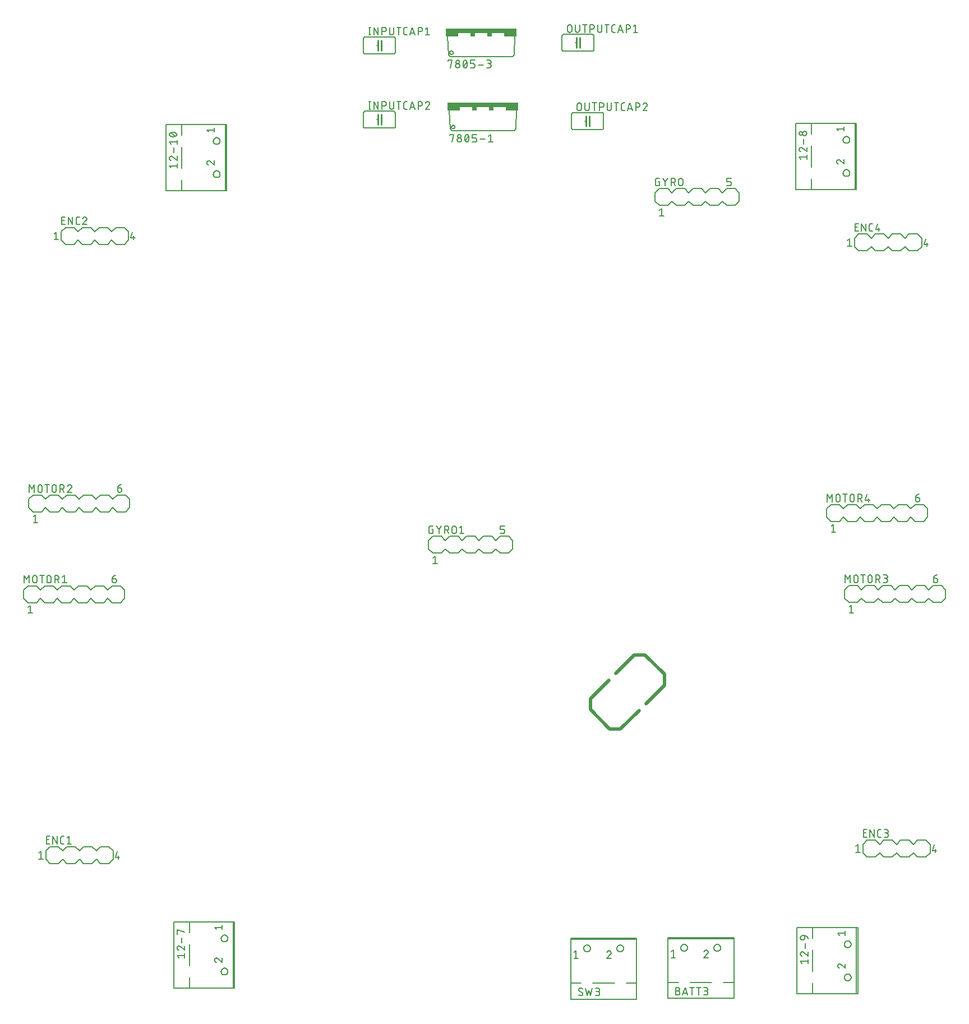
<source format=gto>
G04 EAGLE Gerber RS-274X export*
G75*
%MOMM*%
%FSLAX34Y34*%
%LPD*%
%INSilkscreen Top*%
%IPPOS*%
%AMOC8*
5,1,8,0,0,1.08239X$1,22.5*%
G01*
%ADD10C,0.152400*%
%ADD11C,0.127000*%
%ADD12R,10.668000X0.762000*%
%ADD13R,1.905000X0.508000*%
%ADD14R,0.762000X0.508000*%
%ADD15C,0.508000*%
%ADD16C,0.254000*%


D10*
X1253090Y1757690D02*
X1253090Y1657870D01*
X1343010Y1657870D02*
X1345040Y1657870D01*
X1345040Y1757690D01*
X1276970Y1757690D02*
X1253090Y1757690D01*
X1276970Y1757690D02*
X1276970Y1741690D01*
X1276970Y1723910D02*
X1276970Y1691650D01*
X1276970Y1673870D02*
X1276970Y1657870D01*
X1276970Y1757690D02*
X1343010Y1757690D01*
X1276970Y1657870D02*
X1253090Y1657870D01*
X1343010Y1657870D02*
X1343010Y1757690D01*
X1345040Y1757690D01*
X1343010Y1657870D02*
X1276970Y1657870D01*
X1324718Y1732800D02*
X1324720Y1732942D01*
X1324726Y1733085D01*
X1324736Y1733227D01*
X1324750Y1733369D01*
X1324768Y1733510D01*
X1324790Y1733651D01*
X1324816Y1733791D01*
X1324845Y1733930D01*
X1324879Y1734069D01*
X1324917Y1734206D01*
X1324958Y1734343D01*
X1325003Y1734478D01*
X1325052Y1734612D01*
X1325105Y1734744D01*
X1325161Y1734875D01*
X1325221Y1735004D01*
X1325285Y1735132D01*
X1325352Y1735257D01*
X1325423Y1735381D01*
X1325497Y1735503D01*
X1325574Y1735622D01*
X1325655Y1735740D01*
X1325739Y1735855D01*
X1325826Y1735967D01*
X1325917Y1736077D01*
X1326010Y1736185D01*
X1326107Y1736290D01*
X1326206Y1736392D01*
X1326308Y1736491D01*
X1326413Y1736588D01*
X1326521Y1736681D01*
X1326631Y1736772D01*
X1326743Y1736859D01*
X1326858Y1736943D01*
X1326976Y1737024D01*
X1327095Y1737101D01*
X1327217Y1737175D01*
X1327341Y1737246D01*
X1327466Y1737313D01*
X1327594Y1737377D01*
X1327723Y1737437D01*
X1327854Y1737493D01*
X1327986Y1737546D01*
X1328120Y1737595D01*
X1328255Y1737640D01*
X1328392Y1737681D01*
X1328529Y1737719D01*
X1328668Y1737753D01*
X1328807Y1737782D01*
X1328947Y1737808D01*
X1329088Y1737830D01*
X1329229Y1737848D01*
X1329371Y1737862D01*
X1329513Y1737872D01*
X1329656Y1737878D01*
X1329798Y1737880D01*
X1329940Y1737878D01*
X1330083Y1737872D01*
X1330225Y1737862D01*
X1330367Y1737848D01*
X1330508Y1737830D01*
X1330649Y1737808D01*
X1330789Y1737782D01*
X1330928Y1737753D01*
X1331067Y1737719D01*
X1331204Y1737681D01*
X1331341Y1737640D01*
X1331476Y1737595D01*
X1331610Y1737546D01*
X1331742Y1737493D01*
X1331873Y1737437D01*
X1332002Y1737377D01*
X1332130Y1737313D01*
X1332255Y1737246D01*
X1332379Y1737175D01*
X1332501Y1737101D01*
X1332620Y1737024D01*
X1332738Y1736943D01*
X1332853Y1736859D01*
X1332965Y1736772D01*
X1333075Y1736681D01*
X1333183Y1736588D01*
X1333288Y1736491D01*
X1333390Y1736392D01*
X1333489Y1736290D01*
X1333586Y1736185D01*
X1333679Y1736077D01*
X1333770Y1735967D01*
X1333857Y1735855D01*
X1333941Y1735740D01*
X1334022Y1735622D01*
X1334099Y1735503D01*
X1334173Y1735381D01*
X1334244Y1735257D01*
X1334311Y1735132D01*
X1334375Y1735004D01*
X1334435Y1734875D01*
X1334491Y1734744D01*
X1334544Y1734612D01*
X1334593Y1734478D01*
X1334638Y1734343D01*
X1334679Y1734206D01*
X1334717Y1734069D01*
X1334751Y1733930D01*
X1334780Y1733791D01*
X1334806Y1733651D01*
X1334828Y1733510D01*
X1334846Y1733369D01*
X1334860Y1733227D01*
X1334870Y1733085D01*
X1334876Y1732942D01*
X1334878Y1732800D01*
X1334876Y1732658D01*
X1334870Y1732515D01*
X1334860Y1732373D01*
X1334846Y1732231D01*
X1334828Y1732090D01*
X1334806Y1731949D01*
X1334780Y1731809D01*
X1334751Y1731670D01*
X1334717Y1731531D01*
X1334679Y1731394D01*
X1334638Y1731257D01*
X1334593Y1731122D01*
X1334544Y1730988D01*
X1334491Y1730856D01*
X1334435Y1730725D01*
X1334375Y1730596D01*
X1334311Y1730468D01*
X1334244Y1730343D01*
X1334173Y1730219D01*
X1334099Y1730097D01*
X1334022Y1729978D01*
X1333941Y1729860D01*
X1333857Y1729745D01*
X1333770Y1729633D01*
X1333679Y1729523D01*
X1333586Y1729415D01*
X1333489Y1729310D01*
X1333390Y1729208D01*
X1333288Y1729109D01*
X1333183Y1729012D01*
X1333075Y1728919D01*
X1332965Y1728828D01*
X1332853Y1728741D01*
X1332738Y1728657D01*
X1332620Y1728576D01*
X1332501Y1728499D01*
X1332379Y1728425D01*
X1332255Y1728354D01*
X1332130Y1728287D01*
X1332002Y1728223D01*
X1331873Y1728163D01*
X1331742Y1728107D01*
X1331610Y1728054D01*
X1331476Y1728005D01*
X1331341Y1727960D01*
X1331204Y1727919D01*
X1331067Y1727881D01*
X1330928Y1727847D01*
X1330789Y1727818D01*
X1330649Y1727792D01*
X1330508Y1727770D01*
X1330367Y1727752D01*
X1330225Y1727738D01*
X1330083Y1727728D01*
X1329940Y1727722D01*
X1329798Y1727720D01*
X1329656Y1727722D01*
X1329513Y1727728D01*
X1329371Y1727738D01*
X1329229Y1727752D01*
X1329088Y1727770D01*
X1328947Y1727792D01*
X1328807Y1727818D01*
X1328668Y1727847D01*
X1328529Y1727881D01*
X1328392Y1727919D01*
X1328255Y1727960D01*
X1328120Y1728005D01*
X1327986Y1728054D01*
X1327854Y1728107D01*
X1327723Y1728163D01*
X1327594Y1728223D01*
X1327466Y1728287D01*
X1327341Y1728354D01*
X1327217Y1728425D01*
X1327095Y1728499D01*
X1326976Y1728576D01*
X1326858Y1728657D01*
X1326743Y1728741D01*
X1326631Y1728828D01*
X1326521Y1728919D01*
X1326413Y1729012D01*
X1326308Y1729109D01*
X1326206Y1729208D01*
X1326107Y1729310D01*
X1326010Y1729415D01*
X1325917Y1729523D01*
X1325826Y1729633D01*
X1325739Y1729745D01*
X1325655Y1729860D01*
X1325574Y1729978D01*
X1325497Y1730097D01*
X1325423Y1730219D01*
X1325352Y1730343D01*
X1325285Y1730468D01*
X1325221Y1730596D01*
X1325161Y1730725D01*
X1325105Y1730856D01*
X1325052Y1730988D01*
X1325003Y1731122D01*
X1324958Y1731257D01*
X1324917Y1731394D01*
X1324879Y1731531D01*
X1324845Y1731670D01*
X1324816Y1731809D01*
X1324790Y1731949D01*
X1324768Y1732090D01*
X1324750Y1732231D01*
X1324736Y1732373D01*
X1324726Y1732515D01*
X1324720Y1732658D01*
X1324718Y1732800D01*
X1324718Y1682762D02*
X1324720Y1682904D01*
X1324726Y1683047D01*
X1324736Y1683189D01*
X1324750Y1683331D01*
X1324768Y1683472D01*
X1324790Y1683613D01*
X1324816Y1683753D01*
X1324845Y1683892D01*
X1324879Y1684031D01*
X1324917Y1684168D01*
X1324958Y1684305D01*
X1325003Y1684440D01*
X1325052Y1684574D01*
X1325105Y1684706D01*
X1325161Y1684837D01*
X1325221Y1684966D01*
X1325285Y1685094D01*
X1325352Y1685219D01*
X1325423Y1685343D01*
X1325497Y1685465D01*
X1325574Y1685584D01*
X1325655Y1685702D01*
X1325739Y1685817D01*
X1325826Y1685929D01*
X1325917Y1686039D01*
X1326010Y1686147D01*
X1326107Y1686252D01*
X1326206Y1686354D01*
X1326308Y1686453D01*
X1326413Y1686550D01*
X1326521Y1686643D01*
X1326631Y1686734D01*
X1326743Y1686821D01*
X1326858Y1686905D01*
X1326976Y1686986D01*
X1327095Y1687063D01*
X1327217Y1687137D01*
X1327341Y1687208D01*
X1327466Y1687275D01*
X1327594Y1687339D01*
X1327723Y1687399D01*
X1327854Y1687455D01*
X1327986Y1687508D01*
X1328120Y1687557D01*
X1328255Y1687602D01*
X1328392Y1687643D01*
X1328529Y1687681D01*
X1328668Y1687715D01*
X1328807Y1687744D01*
X1328947Y1687770D01*
X1329088Y1687792D01*
X1329229Y1687810D01*
X1329371Y1687824D01*
X1329513Y1687834D01*
X1329656Y1687840D01*
X1329798Y1687842D01*
X1329940Y1687840D01*
X1330083Y1687834D01*
X1330225Y1687824D01*
X1330367Y1687810D01*
X1330508Y1687792D01*
X1330649Y1687770D01*
X1330789Y1687744D01*
X1330928Y1687715D01*
X1331067Y1687681D01*
X1331204Y1687643D01*
X1331341Y1687602D01*
X1331476Y1687557D01*
X1331610Y1687508D01*
X1331742Y1687455D01*
X1331873Y1687399D01*
X1332002Y1687339D01*
X1332130Y1687275D01*
X1332255Y1687208D01*
X1332379Y1687137D01*
X1332501Y1687063D01*
X1332620Y1686986D01*
X1332738Y1686905D01*
X1332853Y1686821D01*
X1332965Y1686734D01*
X1333075Y1686643D01*
X1333183Y1686550D01*
X1333288Y1686453D01*
X1333390Y1686354D01*
X1333489Y1686252D01*
X1333586Y1686147D01*
X1333679Y1686039D01*
X1333770Y1685929D01*
X1333857Y1685817D01*
X1333941Y1685702D01*
X1334022Y1685584D01*
X1334099Y1685465D01*
X1334173Y1685343D01*
X1334244Y1685219D01*
X1334311Y1685094D01*
X1334375Y1684966D01*
X1334435Y1684837D01*
X1334491Y1684706D01*
X1334544Y1684574D01*
X1334593Y1684440D01*
X1334638Y1684305D01*
X1334679Y1684168D01*
X1334717Y1684031D01*
X1334751Y1683892D01*
X1334780Y1683753D01*
X1334806Y1683613D01*
X1334828Y1683472D01*
X1334846Y1683331D01*
X1334860Y1683189D01*
X1334870Y1683047D01*
X1334876Y1682904D01*
X1334878Y1682762D01*
X1334876Y1682620D01*
X1334870Y1682477D01*
X1334860Y1682335D01*
X1334846Y1682193D01*
X1334828Y1682052D01*
X1334806Y1681911D01*
X1334780Y1681771D01*
X1334751Y1681632D01*
X1334717Y1681493D01*
X1334679Y1681356D01*
X1334638Y1681219D01*
X1334593Y1681084D01*
X1334544Y1680950D01*
X1334491Y1680818D01*
X1334435Y1680687D01*
X1334375Y1680558D01*
X1334311Y1680430D01*
X1334244Y1680305D01*
X1334173Y1680181D01*
X1334099Y1680059D01*
X1334022Y1679940D01*
X1333941Y1679822D01*
X1333857Y1679707D01*
X1333770Y1679595D01*
X1333679Y1679485D01*
X1333586Y1679377D01*
X1333489Y1679272D01*
X1333390Y1679170D01*
X1333288Y1679071D01*
X1333183Y1678974D01*
X1333075Y1678881D01*
X1332965Y1678790D01*
X1332853Y1678703D01*
X1332738Y1678619D01*
X1332620Y1678538D01*
X1332501Y1678461D01*
X1332379Y1678387D01*
X1332255Y1678316D01*
X1332130Y1678249D01*
X1332002Y1678185D01*
X1331873Y1678125D01*
X1331742Y1678069D01*
X1331610Y1678016D01*
X1331476Y1677967D01*
X1331341Y1677922D01*
X1331204Y1677881D01*
X1331067Y1677843D01*
X1330928Y1677809D01*
X1330789Y1677780D01*
X1330649Y1677754D01*
X1330508Y1677732D01*
X1330367Y1677714D01*
X1330225Y1677700D01*
X1330083Y1677690D01*
X1329940Y1677684D01*
X1329798Y1677682D01*
X1329656Y1677684D01*
X1329513Y1677690D01*
X1329371Y1677700D01*
X1329229Y1677714D01*
X1329088Y1677732D01*
X1328947Y1677754D01*
X1328807Y1677780D01*
X1328668Y1677809D01*
X1328529Y1677843D01*
X1328392Y1677881D01*
X1328255Y1677922D01*
X1328120Y1677967D01*
X1327986Y1678016D01*
X1327854Y1678069D01*
X1327723Y1678125D01*
X1327594Y1678185D01*
X1327466Y1678249D01*
X1327341Y1678316D01*
X1327217Y1678387D01*
X1327095Y1678461D01*
X1326976Y1678538D01*
X1326858Y1678619D01*
X1326743Y1678703D01*
X1326631Y1678790D01*
X1326521Y1678881D01*
X1326413Y1678974D01*
X1326308Y1679071D01*
X1326206Y1679170D01*
X1326107Y1679272D01*
X1326010Y1679377D01*
X1325917Y1679485D01*
X1325826Y1679595D01*
X1325739Y1679707D01*
X1325655Y1679822D01*
X1325574Y1679940D01*
X1325497Y1680059D01*
X1325423Y1680181D01*
X1325352Y1680305D01*
X1325285Y1680430D01*
X1325221Y1680558D01*
X1325161Y1680687D01*
X1325105Y1680818D01*
X1325052Y1680950D01*
X1325003Y1681084D01*
X1324958Y1681219D01*
X1324917Y1681356D01*
X1324879Y1681493D01*
X1324845Y1681632D01*
X1324816Y1681771D01*
X1324790Y1681911D01*
X1324768Y1682052D01*
X1324750Y1682193D01*
X1324736Y1682335D01*
X1324726Y1682477D01*
X1324720Y1682620D01*
X1324718Y1682762D01*
D11*
X1317225Y1746135D02*
X1314685Y1749310D01*
X1326115Y1749310D01*
X1326115Y1746135D02*
X1326115Y1752485D01*
X1317543Y1702956D02*
X1317439Y1702954D01*
X1317334Y1702948D01*
X1317230Y1702939D01*
X1317127Y1702926D01*
X1317024Y1702908D01*
X1316922Y1702888D01*
X1316820Y1702863D01*
X1316720Y1702835D01*
X1316620Y1702803D01*
X1316522Y1702767D01*
X1316425Y1702728D01*
X1316330Y1702686D01*
X1316236Y1702640D01*
X1316144Y1702590D01*
X1316054Y1702538D01*
X1315966Y1702482D01*
X1315880Y1702422D01*
X1315796Y1702360D01*
X1315715Y1702295D01*
X1315636Y1702227D01*
X1315559Y1702155D01*
X1315486Y1702082D01*
X1315414Y1702005D01*
X1315346Y1701926D01*
X1315281Y1701845D01*
X1315219Y1701761D01*
X1315159Y1701675D01*
X1315103Y1701587D01*
X1315051Y1701497D01*
X1315001Y1701405D01*
X1314955Y1701311D01*
X1314913Y1701216D01*
X1314874Y1701119D01*
X1314838Y1701021D01*
X1314806Y1700921D01*
X1314778Y1700821D01*
X1314753Y1700719D01*
X1314733Y1700617D01*
X1314715Y1700514D01*
X1314702Y1700411D01*
X1314693Y1700307D01*
X1314687Y1700202D01*
X1314685Y1700098D01*
X1314687Y1699980D01*
X1314693Y1699861D01*
X1314702Y1699743D01*
X1314715Y1699626D01*
X1314733Y1699509D01*
X1314753Y1699392D01*
X1314778Y1699276D01*
X1314806Y1699161D01*
X1314839Y1699048D01*
X1314874Y1698935D01*
X1314914Y1698823D01*
X1314956Y1698713D01*
X1315003Y1698604D01*
X1315053Y1698496D01*
X1315106Y1698391D01*
X1315163Y1698287D01*
X1315223Y1698185D01*
X1315286Y1698085D01*
X1315353Y1697987D01*
X1315422Y1697891D01*
X1315495Y1697798D01*
X1315571Y1697707D01*
X1315649Y1697618D01*
X1315731Y1697532D01*
X1315815Y1697449D01*
X1315901Y1697368D01*
X1315991Y1697291D01*
X1316082Y1697216D01*
X1316176Y1697144D01*
X1316273Y1697075D01*
X1316371Y1697010D01*
X1316472Y1696947D01*
X1316575Y1696888D01*
X1316679Y1696832D01*
X1316785Y1696780D01*
X1316893Y1696731D01*
X1317002Y1696686D01*
X1317113Y1696644D01*
X1317225Y1696606D01*
X1319765Y1702003D02*
X1319690Y1702079D01*
X1319611Y1702154D01*
X1319530Y1702225D01*
X1319446Y1702294D01*
X1319360Y1702359D01*
X1319272Y1702421D01*
X1319182Y1702481D01*
X1319090Y1702537D01*
X1318995Y1702590D01*
X1318899Y1702639D01*
X1318801Y1702685D01*
X1318702Y1702728D01*
X1318601Y1702767D01*
X1318499Y1702802D01*
X1318396Y1702834D01*
X1318292Y1702862D01*
X1318187Y1702887D01*
X1318080Y1702908D01*
X1317974Y1702925D01*
X1317867Y1702938D01*
X1317759Y1702947D01*
X1317651Y1702953D01*
X1317543Y1702955D01*
X1319765Y1702003D02*
X1326115Y1696605D01*
X1326115Y1702955D01*
X1260837Y1692033D02*
X1258297Y1695208D01*
X1269727Y1695208D01*
X1269727Y1692033D02*
X1269727Y1698383D01*
X1258297Y1706956D02*
X1258299Y1707060D01*
X1258305Y1707165D01*
X1258314Y1707269D01*
X1258327Y1707372D01*
X1258345Y1707475D01*
X1258365Y1707577D01*
X1258390Y1707679D01*
X1258418Y1707779D01*
X1258450Y1707879D01*
X1258486Y1707977D01*
X1258525Y1708074D01*
X1258567Y1708169D01*
X1258613Y1708263D01*
X1258663Y1708355D01*
X1258715Y1708445D01*
X1258771Y1708533D01*
X1258831Y1708619D01*
X1258893Y1708703D01*
X1258958Y1708784D01*
X1259026Y1708863D01*
X1259098Y1708940D01*
X1259171Y1709013D01*
X1259248Y1709085D01*
X1259327Y1709153D01*
X1259408Y1709218D01*
X1259492Y1709280D01*
X1259578Y1709340D01*
X1259666Y1709396D01*
X1259756Y1709448D01*
X1259848Y1709498D01*
X1259942Y1709544D01*
X1260037Y1709586D01*
X1260134Y1709625D01*
X1260232Y1709661D01*
X1260332Y1709693D01*
X1260432Y1709721D01*
X1260534Y1709746D01*
X1260636Y1709766D01*
X1260739Y1709784D01*
X1260842Y1709797D01*
X1260946Y1709806D01*
X1261051Y1709812D01*
X1261155Y1709814D01*
X1258297Y1706956D02*
X1258299Y1706838D01*
X1258305Y1706719D01*
X1258314Y1706601D01*
X1258327Y1706484D01*
X1258345Y1706367D01*
X1258365Y1706250D01*
X1258390Y1706134D01*
X1258418Y1706019D01*
X1258451Y1705906D01*
X1258486Y1705793D01*
X1258526Y1705681D01*
X1258568Y1705571D01*
X1258615Y1705462D01*
X1258665Y1705354D01*
X1258718Y1705249D01*
X1258775Y1705145D01*
X1258835Y1705043D01*
X1258898Y1704943D01*
X1258965Y1704845D01*
X1259034Y1704749D01*
X1259107Y1704656D01*
X1259183Y1704565D01*
X1259261Y1704476D01*
X1259343Y1704390D01*
X1259427Y1704307D01*
X1259513Y1704226D01*
X1259603Y1704149D01*
X1259694Y1704074D01*
X1259788Y1704002D01*
X1259885Y1703933D01*
X1259983Y1703868D01*
X1260084Y1703805D01*
X1260187Y1703746D01*
X1260291Y1703690D01*
X1260397Y1703638D01*
X1260505Y1703589D01*
X1260614Y1703544D01*
X1260725Y1703502D01*
X1260837Y1703464D01*
X1263377Y1708861D02*
X1263302Y1708937D01*
X1263223Y1709012D01*
X1263142Y1709083D01*
X1263058Y1709152D01*
X1262972Y1709217D01*
X1262884Y1709279D01*
X1262794Y1709339D01*
X1262702Y1709395D01*
X1262607Y1709448D01*
X1262511Y1709497D01*
X1262413Y1709543D01*
X1262314Y1709586D01*
X1262213Y1709625D01*
X1262111Y1709660D01*
X1262008Y1709692D01*
X1261904Y1709720D01*
X1261799Y1709745D01*
X1261692Y1709766D01*
X1261586Y1709783D01*
X1261479Y1709796D01*
X1261371Y1709805D01*
X1261263Y1709811D01*
X1261155Y1709813D01*
X1263377Y1708861D02*
X1269727Y1703463D01*
X1269727Y1709813D01*
X1265282Y1715020D02*
X1265282Y1722640D01*
X1260837Y1727847D02*
X1258297Y1731022D01*
X1269727Y1731022D01*
X1269727Y1727847D02*
X1269727Y1734197D01*
X1264012Y1739277D02*
X1263787Y1739280D01*
X1263562Y1739288D01*
X1263338Y1739301D01*
X1263114Y1739320D01*
X1262890Y1739344D01*
X1262667Y1739373D01*
X1262445Y1739408D01*
X1262224Y1739448D01*
X1262004Y1739494D01*
X1261785Y1739544D01*
X1261567Y1739600D01*
X1261350Y1739661D01*
X1261135Y1739727D01*
X1260922Y1739798D01*
X1260711Y1739875D01*
X1260501Y1739956D01*
X1260293Y1740042D01*
X1260088Y1740133D01*
X1259885Y1740229D01*
X1259797Y1740261D01*
X1259710Y1740297D01*
X1259624Y1740336D01*
X1259540Y1740379D01*
X1259458Y1740425D01*
X1259378Y1740474D01*
X1259300Y1740526D01*
X1259224Y1740582D01*
X1259150Y1740640D01*
X1259079Y1740702D01*
X1259010Y1740766D01*
X1258944Y1740833D01*
X1258881Y1740902D01*
X1258820Y1740974D01*
X1258762Y1741048D01*
X1258708Y1741125D01*
X1258656Y1741203D01*
X1258608Y1741284D01*
X1258563Y1741366D01*
X1258521Y1741451D01*
X1258483Y1741537D01*
X1258448Y1741624D01*
X1258416Y1741712D01*
X1258389Y1741802D01*
X1258364Y1741893D01*
X1258344Y1741985D01*
X1258327Y1742077D01*
X1258314Y1742171D01*
X1258305Y1742264D01*
X1258299Y1742358D01*
X1258297Y1742452D01*
X1258299Y1742546D01*
X1258305Y1742640D01*
X1258314Y1742733D01*
X1258327Y1742827D01*
X1258344Y1742919D01*
X1258364Y1743011D01*
X1258389Y1743102D01*
X1258416Y1743192D01*
X1258448Y1743280D01*
X1258483Y1743367D01*
X1258521Y1743453D01*
X1258563Y1743538D01*
X1258608Y1743620D01*
X1258656Y1743701D01*
X1258708Y1743779D01*
X1258762Y1743856D01*
X1258820Y1743930D01*
X1258881Y1744002D01*
X1258944Y1744071D01*
X1259010Y1744138D01*
X1259079Y1744202D01*
X1259150Y1744264D01*
X1259224Y1744322D01*
X1259300Y1744378D01*
X1259378Y1744430D01*
X1259458Y1744479D01*
X1259540Y1744525D01*
X1259624Y1744568D01*
X1259710Y1744607D01*
X1259797Y1744643D01*
X1259885Y1744675D01*
X1260088Y1744771D01*
X1260293Y1744862D01*
X1260501Y1744948D01*
X1260711Y1745029D01*
X1260922Y1745106D01*
X1261135Y1745177D01*
X1261350Y1745243D01*
X1261567Y1745304D01*
X1261785Y1745360D01*
X1262004Y1745410D01*
X1262224Y1745456D01*
X1262445Y1745496D01*
X1262667Y1745531D01*
X1262890Y1745560D01*
X1263114Y1745584D01*
X1263338Y1745603D01*
X1263562Y1745616D01*
X1263787Y1745624D01*
X1264012Y1745627D01*
X1264012Y1739277D02*
X1264237Y1739280D01*
X1264462Y1739288D01*
X1264686Y1739301D01*
X1264910Y1739320D01*
X1265134Y1739344D01*
X1265357Y1739373D01*
X1265579Y1739408D01*
X1265800Y1739448D01*
X1266020Y1739494D01*
X1266239Y1739544D01*
X1266457Y1739600D01*
X1266674Y1739661D01*
X1266889Y1739727D01*
X1267102Y1739798D01*
X1267313Y1739875D01*
X1267523Y1739956D01*
X1267731Y1740042D01*
X1267936Y1740133D01*
X1268139Y1740229D01*
X1268140Y1740229D02*
X1268228Y1740261D01*
X1268315Y1740297D01*
X1268401Y1740336D01*
X1268485Y1740379D01*
X1268567Y1740425D01*
X1268647Y1740474D01*
X1268725Y1740526D01*
X1268801Y1740582D01*
X1268875Y1740640D01*
X1268946Y1740702D01*
X1269015Y1740766D01*
X1269081Y1740833D01*
X1269144Y1740902D01*
X1269205Y1740974D01*
X1269263Y1741048D01*
X1269317Y1741125D01*
X1269369Y1741203D01*
X1269417Y1741284D01*
X1269462Y1741366D01*
X1269504Y1741451D01*
X1269542Y1741537D01*
X1269577Y1741624D01*
X1269609Y1741712D01*
X1269636Y1741802D01*
X1269661Y1741893D01*
X1269681Y1741985D01*
X1269698Y1742077D01*
X1269711Y1742171D01*
X1269720Y1742264D01*
X1269726Y1742358D01*
X1269728Y1742452D01*
X1268139Y1744675D02*
X1267936Y1744771D01*
X1267731Y1744862D01*
X1267523Y1744948D01*
X1267313Y1745029D01*
X1267102Y1745106D01*
X1266889Y1745177D01*
X1266674Y1745243D01*
X1266457Y1745304D01*
X1266239Y1745360D01*
X1266020Y1745410D01*
X1265800Y1745456D01*
X1265579Y1745496D01*
X1265357Y1745531D01*
X1265134Y1745560D01*
X1264910Y1745584D01*
X1264686Y1745603D01*
X1264462Y1745616D01*
X1264237Y1745624D01*
X1264012Y1745627D01*
X1268140Y1744675D02*
X1268228Y1744643D01*
X1268315Y1744607D01*
X1268401Y1744568D01*
X1268485Y1744525D01*
X1268567Y1744479D01*
X1268647Y1744430D01*
X1268725Y1744378D01*
X1268801Y1744322D01*
X1268875Y1744264D01*
X1268946Y1744202D01*
X1269015Y1744138D01*
X1269081Y1744071D01*
X1269144Y1744002D01*
X1269205Y1743930D01*
X1269263Y1743856D01*
X1269317Y1743779D01*
X1269369Y1743701D01*
X1269417Y1743620D01*
X1269462Y1743538D01*
X1269504Y1743453D01*
X1269542Y1743367D01*
X1269577Y1743280D01*
X1269609Y1743192D01*
X1269636Y1743102D01*
X1269661Y1743011D01*
X1269681Y1742919D01*
X1269698Y1742827D01*
X1269711Y1742733D01*
X1269720Y1742640D01*
X1269726Y1742546D01*
X1269728Y1742452D01*
X1267187Y1739912D02*
X1260837Y1744992D01*
D10*
X1264890Y553790D02*
X1264890Y453970D01*
X1354810Y453970D02*
X1356840Y453970D01*
X1356840Y553790D01*
X1288770Y553790D02*
X1264890Y553790D01*
X1288770Y553790D02*
X1288770Y537790D01*
X1288770Y520010D02*
X1288770Y487750D01*
X1288770Y469970D02*
X1288770Y453970D01*
X1288770Y553790D02*
X1354810Y553790D01*
X1288770Y453970D02*
X1264890Y453970D01*
X1354810Y453970D02*
X1354810Y553790D01*
X1356840Y553790D01*
X1354810Y453970D02*
X1288770Y453970D01*
X1336518Y528900D02*
X1336520Y529042D01*
X1336526Y529185D01*
X1336536Y529327D01*
X1336550Y529469D01*
X1336568Y529610D01*
X1336590Y529751D01*
X1336616Y529891D01*
X1336645Y530030D01*
X1336679Y530169D01*
X1336717Y530306D01*
X1336758Y530443D01*
X1336803Y530578D01*
X1336852Y530712D01*
X1336905Y530844D01*
X1336961Y530975D01*
X1337021Y531104D01*
X1337085Y531232D01*
X1337152Y531357D01*
X1337223Y531481D01*
X1337297Y531603D01*
X1337374Y531722D01*
X1337455Y531840D01*
X1337539Y531955D01*
X1337626Y532067D01*
X1337717Y532177D01*
X1337810Y532285D01*
X1337907Y532390D01*
X1338006Y532492D01*
X1338108Y532591D01*
X1338213Y532688D01*
X1338321Y532781D01*
X1338431Y532872D01*
X1338543Y532959D01*
X1338658Y533043D01*
X1338776Y533124D01*
X1338895Y533201D01*
X1339017Y533275D01*
X1339141Y533346D01*
X1339266Y533413D01*
X1339394Y533477D01*
X1339523Y533537D01*
X1339654Y533593D01*
X1339786Y533646D01*
X1339920Y533695D01*
X1340055Y533740D01*
X1340192Y533781D01*
X1340329Y533819D01*
X1340468Y533853D01*
X1340607Y533882D01*
X1340747Y533908D01*
X1340888Y533930D01*
X1341029Y533948D01*
X1341171Y533962D01*
X1341313Y533972D01*
X1341456Y533978D01*
X1341598Y533980D01*
X1341740Y533978D01*
X1341883Y533972D01*
X1342025Y533962D01*
X1342167Y533948D01*
X1342308Y533930D01*
X1342449Y533908D01*
X1342589Y533882D01*
X1342728Y533853D01*
X1342867Y533819D01*
X1343004Y533781D01*
X1343141Y533740D01*
X1343276Y533695D01*
X1343410Y533646D01*
X1343542Y533593D01*
X1343673Y533537D01*
X1343802Y533477D01*
X1343930Y533413D01*
X1344055Y533346D01*
X1344179Y533275D01*
X1344301Y533201D01*
X1344420Y533124D01*
X1344538Y533043D01*
X1344653Y532959D01*
X1344765Y532872D01*
X1344875Y532781D01*
X1344983Y532688D01*
X1345088Y532591D01*
X1345190Y532492D01*
X1345289Y532390D01*
X1345386Y532285D01*
X1345479Y532177D01*
X1345570Y532067D01*
X1345657Y531955D01*
X1345741Y531840D01*
X1345822Y531722D01*
X1345899Y531603D01*
X1345973Y531481D01*
X1346044Y531357D01*
X1346111Y531232D01*
X1346175Y531104D01*
X1346235Y530975D01*
X1346291Y530844D01*
X1346344Y530712D01*
X1346393Y530578D01*
X1346438Y530443D01*
X1346479Y530306D01*
X1346517Y530169D01*
X1346551Y530030D01*
X1346580Y529891D01*
X1346606Y529751D01*
X1346628Y529610D01*
X1346646Y529469D01*
X1346660Y529327D01*
X1346670Y529185D01*
X1346676Y529042D01*
X1346678Y528900D01*
X1346676Y528758D01*
X1346670Y528615D01*
X1346660Y528473D01*
X1346646Y528331D01*
X1346628Y528190D01*
X1346606Y528049D01*
X1346580Y527909D01*
X1346551Y527770D01*
X1346517Y527631D01*
X1346479Y527494D01*
X1346438Y527357D01*
X1346393Y527222D01*
X1346344Y527088D01*
X1346291Y526956D01*
X1346235Y526825D01*
X1346175Y526696D01*
X1346111Y526568D01*
X1346044Y526443D01*
X1345973Y526319D01*
X1345899Y526197D01*
X1345822Y526078D01*
X1345741Y525960D01*
X1345657Y525845D01*
X1345570Y525733D01*
X1345479Y525623D01*
X1345386Y525515D01*
X1345289Y525410D01*
X1345190Y525308D01*
X1345088Y525209D01*
X1344983Y525112D01*
X1344875Y525019D01*
X1344765Y524928D01*
X1344653Y524841D01*
X1344538Y524757D01*
X1344420Y524676D01*
X1344301Y524599D01*
X1344179Y524525D01*
X1344055Y524454D01*
X1343930Y524387D01*
X1343802Y524323D01*
X1343673Y524263D01*
X1343542Y524207D01*
X1343410Y524154D01*
X1343276Y524105D01*
X1343141Y524060D01*
X1343004Y524019D01*
X1342867Y523981D01*
X1342728Y523947D01*
X1342589Y523918D01*
X1342449Y523892D01*
X1342308Y523870D01*
X1342167Y523852D01*
X1342025Y523838D01*
X1341883Y523828D01*
X1341740Y523822D01*
X1341598Y523820D01*
X1341456Y523822D01*
X1341313Y523828D01*
X1341171Y523838D01*
X1341029Y523852D01*
X1340888Y523870D01*
X1340747Y523892D01*
X1340607Y523918D01*
X1340468Y523947D01*
X1340329Y523981D01*
X1340192Y524019D01*
X1340055Y524060D01*
X1339920Y524105D01*
X1339786Y524154D01*
X1339654Y524207D01*
X1339523Y524263D01*
X1339394Y524323D01*
X1339266Y524387D01*
X1339141Y524454D01*
X1339017Y524525D01*
X1338895Y524599D01*
X1338776Y524676D01*
X1338658Y524757D01*
X1338543Y524841D01*
X1338431Y524928D01*
X1338321Y525019D01*
X1338213Y525112D01*
X1338108Y525209D01*
X1338006Y525308D01*
X1337907Y525410D01*
X1337810Y525515D01*
X1337717Y525623D01*
X1337626Y525733D01*
X1337539Y525845D01*
X1337455Y525960D01*
X1337374Y526078D01*
X1337297Y526197D01*
X1337223Y526319D01*
X1337152Y526443D01*
X1337085Y526568D01*
X1337021Y526696D01*
X1336961Y526825D01*
X1336905Y526956D01*
X1336852Y527088D01*
X1336803Y527222D01*
X1336758Y527357D01*
X1336717Y527494D01*
X1336679Y527631D01*
X1336645Y527770D01*
X1336616Y527909D01*
X1336590Y528049D01*
X1336568Y528190D01*
X1336550Y528331D01*
X1336536Y528473D01*
X1336526Y528615D01*
X1336520Y528758D01*
X1336518Y528900D01*
X1336518Y478862D02*
X1336520Y479004D01*
X1336526Y479147D01*
X1336536Y479289D01*
X1336550Y479431D01*
X1336568Y479572D01*
X1336590Y479713D01*
X1336616Y479853D01*
X1336645Y479992D01*
X1336679Y480131D01*
X1336717Y480268D01*
X1336758Y480405D01*
X1336803Y480540D01*
X1336852Y480674D01*
X1336905Y480806D01*
X1336961Y480937D01*
X1337021Y481066D01*
X1337085Y481194D01*
X1337152Y481319D01*
X1337223Y481443D01*
X1337297Y481565D01*
X1337374Y481684D01*
X1337455Y481802D01*
X1337539Y481917D01*
X1337626Y482029D01*
X1337717Y482139D01*
X1337810Y482247D01*
X1337907Y482352D01*
X1338006Y482454D01*
X1338108Y482553D01*
X1338213Y482650D01*
X1338321Y482743D01*
X1338431Y482834D01*
X1338543Y482921D01*
X1338658Y483005D01*
X1338776Y483086D01*
X1338895Y483163D01*
X1339017Y483237D01*
X1339141Y483308D01*
X1339266Y483375D01*
X1339394Y483439D01*
X1339523Y483499D01*
X1339654Y483555D01*
X1339786Y483608D01*
X1339920Y483657D01*
X1340055Y483702D01*
X1340192Y483743D01*
X1340329Y483781D01*
X1340468Y483815D01*
X1340607Y483844D01*
X1340747Y483870D01*
X1340888Y483892D01*
X1341029Y483910D01*
X1341171Y483924D01*
X1341313Y483934D01*
X1341456Y483940D01*
X1341598Y483942D01*
X1341740Y483940D01*
X1341883Y483934D01*
X1342025Y483924D01*
X1342167Y483910D01*
X1342308Y483892D01*
X1342449Y483870D01*
X1342589Y483844D01*
X1342728Y483815D01*
X1342867Y483781D01*
X1343004Y483743D01*
X1343141Y483702D01*
X1343276Y483657D01*
X1343410Y483608D01*
X1343542Y483555D01*
X1343673Y483499D01*
X1343802Y483439D01*
X1343930Y483375D01*
X1344055Y483308D01*
X1344179Y483237D01*
X1344301Y483163D01*
X1344420Y483086D01*
X1344538Y483005D01*
X1344653Y482921D01*
X1344765Y482834D01*
X1344875Y482743D01*
X1344983Y482650D01*
X1345088Y482553D01*
X1345190Y482454D01*
X1345289Y482352D01*
X1345386Y482247D01*
X1345479Y482139D01*
X1345570Y482029D01*
X1345657Y481917D01*
X1345741Y481802D01*
X1345822Y481684D01*
X1345899Y481565D01*
X1345973Y481443D01*
X1346044Y481319D01*
X1346111Y481194D01*
X1346175Y481066D01*
X1346235Y480937D01*
X1346291Y480806D01*
X1346344Y480674D01*
X1346393Y480540D01*
X1346438Y480405D01*
X1346479Y480268D01*
X1346517Y480131D01*
X1346551Y479992D01*
X1346580Y479853D01*
X1346606Y479713D01*
X1346628Y479572D01*
X1346646Y479431D01*
X1346660Y479289D01*
X1346670Y479147D01*
X1346676Y479004D01*
X1346678Y478862D01*
X1346676Y478720D01*
X1346670Y478577D01*
X1346660Y478435D01*
X1346646Y478293D01*
X1346628Y478152D01*
X1346606Y478011D01*
X1346580Y477871D01*
X1346551Y477732D01*
X1346517Y477593D01*
X1346479Y477456D01*
X1346438Y477319D01*
X1346393Y477184D01*
X1346344Y477050D01*
X1346291Y476918D01*
X1346235Y476787D01*
X1346175Y476658D01*
X1346111Y476530D01*
X1346044Y476405D01*
X1345973Y476281D01*
X1345899Y476159D01*
X1345822Y476040D01*
X1345741Y475922D01*
X1345657Y475807D01*
X1345570Y475695D01*
X1345479Y475585D01*
X1345386Y475477D01*
X1345289Y475372D01*
X1345190Y475270D01*
X1345088Y475171D01*
X1344983Y475074D01*
X1344875Y474981D01*
X1344765Y474890D01*
X1344653Y474803D01*
X1344538Y474719D01*
X1344420Y474638D01*
X1344301Y474561D01*
X1344179Y474487D01*
X1344055Y474416D01*
X1343930Y474349D01*
X1343802Y474285D01*
X1343673Y474225D01*
X1343542Y474169D01*
X1343410Y474116D01*
X1343276Y474067D01*
X1343141Y474022D01*
X1343004Y473981D01*
X1342867Y473943D01*
X1342728Y473909D01*
X1342589Y473880D01*
X1342449Y473854D01*
X1342308Y473832D01*
X1342167Y473814D01*
X1342025Y473800D01*
X1341883Y473790D01*
X1341740Y473784D01*
X1341598Y473782D01*
X1341456Y473784D01*
X1341313Y473790D01*
X1341171Y473800D01*
X1341029Y473814D01*
X1340888Y473832D01*
X1340747Y473854D01*
X1340607Y473880D01*
X1340468Y473909D01*
X1340329Y473943D01*
X1340192Y473981D01*
X1340055Y474022D01*
X1339920Y474067D01*
X1339786Y474116D01*
X1339654Y474169D01*
X1339523Y474225D01*
X1339394Y474285D01*
X1339266Y474349D01*
X1339141Y474416D01*
X1339017Y474487D01*
X1338895Y474561D01*
X1338776Y474638D01*
X1338658Y474719D01*
X1338543Y474803D01*
X1338431Y474890D01*
X1338321Y474981D01*
X1338213Y475074D01*
X1338108Y475171D01*
X1338006Y475270D01*
X1337907Y475372D01*
X1337810Y475477D01*
X1337717Y475585D01*
X1337626Y475695D01*
X1337539Y475807D01*
X1337455Y475922D01*
X1337374Y476040D01*
X1337297Y476159D01*
X1337223Y476281D01*
X1337152Y476405D01*
X1337085Y476530D01*
X1337021Y476658D01*
X1336961Y476787D01*
X1336905Y476918D01*
X1336852Y477050D01*
X1336803Y477184D01*
X1336758Y477319D01*
X1336717Y477456D01*
X1336679Y477593D01*
X1336645Y477732D01*
X1336616Y477871D01*
X1336590Y478011D01*
X1336568Y478152D01*
X1336550Y478293D01*
X1336536Y478435D01*
X1336526Y478577D01*
X1336520Y478720D01*
X1336518Y478862D01*
D11*
X1329025Y542235D02*
X1326485Y545410D01*
X1337915Y545410D01*
X1337915Y542235D02*
X1337915Y548585D01*
X1329343Y499056D02*
X1329239Y499054D01*
X1329134Y499048D01*
X1329030Y499039D01*
X1328927Y499026D01*
X1328824Y499008D01*
X1328722Y498988D01*
X1328620Y498963D01*
X1328520Y498935D01*
X1328420Y498903D01*
X1328322Y498867D01*
X1328225Y498828D01*
X1328130Y498786D01*
X1328036Y498740D01*
X1327944Y498690D01*
X1327854Y498638D01*
X1327766Y498582D01*
X1327680Y498522D01*
X1327596Y498460D01*
X1327515Y498395D01*
X1327436Y498327D01*
X1327359Y498255D01*
X1327286Y498182D01*
X1327214Y498105D01*
X1327146Y498026D01*
X1327081Y497945D01*
X1327019Y497861D01*
X1326959Y497775D01*
X1326903Y497687D01*
X1326851Y497597D01*
X1326801Y497505D01*
X1326755Y497411D01*
X1326713Y497316D01*
X1326674Y497219D01*
X1326638Y497121D01*
X1326606Y497021D01*
X1326578Y496921D01*
X1326553Y496819D01*
X1326533Y496717D01*
X1326515Y496614D01*
X1326502Y496511D01*
X1326493Y496407D01*
X1326487Y496302D01*
X1326485Y496198D01*
X1326487Y496080D01*
X1326493Y495961D01*
X1326502Y495843D01*
X1326515Y495726D01*
X1326533Y495609D01*
X1326553Y495492D01*
X1326578Y495376D01*
X1326606Y495261D01*
X1326639Y495148D01*
X1326674Y495035D01*
X1326714Y494923D01*
X1326756Y494813D01*
X1326803Y494704D01*
X1326853Y494596D01*
X1326906Y494491D01*
X1326963Y494387D01*
X1327023Y494285D01*
X1327086Y494185D01*
X1327153Y494087D01*
X1327222Y493991D01*
X1327295Y493898D01*
X1327371Y493807D01*
X1327449Y493718D01*
X1327531Y493632D01*
X1327615Y493549D01*
X1327701Y493468D01*
X1327791Y493391D01*
X1327882Y493316D01*
X1327976Y493244D01*
X1328073Y493175D01*
X1328171Y493110D01*
X1328272Y493047D01*
X1328375Y492988D01*
X1328479Y492932D01*
X1328585Y492880D01*
X1328693Y492831D01*
X1328802Y492786D01*
X1328913Y492744D01*
X1329025Y492706D01*
X1331565Y498103D02*
X1331490Y498179D01*
X1331411Y498254D01*
X1331330Y498325D01*
X1331246Y498394D01*
X1331160Y498459D01*
X1331072Y498521D01*
X1330982Y498581D01*
X1330890Y498637D01*
X1330795Y498690D01*
X1330699Y498739D01*
X1330601Y498785D01*
X1330502Y498828D01*
X1330401Y498867D01*
X1330299Y498902D01*
X1330196Y498934D01*
X1330092Y498962D01*
X1329987Y498987D01*
X1329880Y499008D01*
X1329774Y499025D01*
X1329667Y499038D01*
X1329559Y499047D01*
X1329451Y499053D01*
X1329343Y499055D01*
X1331565Y498103D02*
X1337915Y492705D01*
X1337915Y499055D01*
X1272637Y499563D02*
X1270097Y502738D01*
X1281527Y502738D01*
X1281527Y499563D02*
X1281527Y505913D01*
X1270097Y514486D02*
X1270099Y514590D01*
X1270105Y514695D01*
X1270114Y514799D01*
X1270127Y514902D01*
X1270145Y515005D01*
X1270165Y515107D01*
X1270190Y515209D01*
X1270218Y515309D01*
X1270250Y515409D01*
X1270286Y515507D01*
X1270325Y515604D01*
X1270367Y515699D01*
X1270413Y515793D01*
X1270463Y515885D01*
X1270515Y515975D01*
X1270571Y516063D01*
X1270631Y516149D01*
X1270693Y516233D01*
X1270758Y516314D01*
X1270826Y516393D01*
X1270898Y516470D01*
X1270971Y516543D01*
X1271048Y516615D01*
X1271127Y516683D01*
X1271208Y516748D01*
X1271292Y516810D01*
X1271378Y516870D01*
X1271466Y516926D01*
X1271556Y516978D01*
X1271648Y517028D01*
X1271742Y517074D01*
X1271837Y517116D01*
X1271934Y517155D01*
X1272032Y517191D01*
X1272132Y517223D01*
X1272232Y517251D01*
X1272334Y517276D01*
X1272436Y517296D01*
X1272539Y517314D01*
X1272642Y517327D01*
X1272746Y517336D01*
X1272851Y517342D01*
X1272955Y517344D01*
X1270097Y514486D02*
X1270099Y514368D01*
X1270105Y514249D01*
X1270114Y514131D01*
X1270127Y514014D01*
X1270145Y513897D01*
X1270165Y513780D01*
X1270190Y513664D01*
X1270218Y513549D01*
X1270251Y513436D01*
X1270286Y513323D01*
X1270326Y513211D01*
X1270368Y513101D01*
X1270415Y512992D01*
X1270465Y512884D01*
X1270518Y512779D01*
X1270575Y512675D01*
X1270635Y512573D01*
X1270698Y512473D01*
X1270765Y512375D01*
X1270834Y512279D01*
X1270907Y512186D01*
X1270983Y512095D01*
X1271061Y512006D01*
X1271143Y511920D01*
X1271227Y511837D01*
X1271313Y511756D01*
X1271403Y511679D01*
X1271494Y511604D01*
X1271588Y511532D01*
X1271685Y511463D01*
X1271783Y511398D01*
X1271884Y511335D01*
X1271987Y511276D01*
X1272091Y511220D01*
X1272197Y511168D01*
X1272305Y511119D01*
X1272414Y511074D01*
X1272525Y511032D01*
X1272637Y510994D01*
X1275177Y516391D02*
X1275102Y516467D01*
X1275023Y516542D01*
X1274942Y516613D01*
X1274858Y516682D01*
X1274772Y516747D01*
X1274684Y516809D01*
X1274594Y516869D01*
X1274502Y516925D01*
X1274407Y516978D01*
X1274311Y517027D01*
X1274213Y517073D01*
X1274114Y517116D01*
X1274013Y517155D01*
X1273911Y517190D01*
X1273808Y517222D01*
X1273704Y517250D01*
X1273599Y517275D01*
X1273492Y517296D01*
X1273386Y517313D01*
X1273279Y517326D01*
X1273171Y517335D01*
X1273063Y517341D01*
X1272955Y517343D01*
X1275177Y516391D02*
X1281527Y510993D01*
X1281527Y517343D01*
X1277082Y522550D02*
X1277082Y530170D01*
X1271367Y535377D02*
X1270097Y535377D01*
X1270097Y541727D01*
X1281527Y538552D01*
D10*
X2203890Y1659570D02*
X2203890Y1759390D01*
X2293810Y1659570D02*
X2295840Y1659570D01*
X2295840Y1759390D01*
X2227770Y1759390D02*
X2203890Y1759390D01*
X2227770Y1759390D02*
X2227770Y1743390D01*
X2227770Y1725610D02*
X2227770Y1693350D01*
X2227770Y1675570D02*
X2227770Y1659570D01*
X2227770Y1759390D02*
X2293810Y1759390D01*
X2227770Y1659570D02*
X2203890Y1659570D01*
X2293810Y1659570D02*
X2293810Y1759390D01*
X2295840Y1759390D01*
X2293810Y1659570D02*
X2227770Y1659570D01*
X2275518Y1734500D02*
X2275520Y1734642D01*
X2275526Y1734785D01*
X2275536Y1734927D01*
X2275550Y1735069D01*
X2275568Y1735210D01*
X2275590Y1735351D01*
X2275616Y1735491D01*
X2275645Y1735630D01*
X2275679Y1735769D01*
X2275717Y1735906D01*
X2275758Y1736043D01*
X2275803Y1736178D01*
X2275852Y1736312D01*
X2275905Y1736444D01*
X2275961Y1736575D01*
X2276021Y1736704D01*
X2276085Y1736832D01*
X2276152Y1736957D01*
X2276223Y1737081D01*
X2276297Y1737203D01*
X2276374Y1737322D01*
X2276455Y1737440D01*
X2276539Y1737555D01*
X2276626Y1737667D01*
X2276717Y1737777D01*
X2276810Y1737885D01*
X2276907Y1737990D01*
X2277006Y1738092D01*
X2277108Y1738191D01*
X2277213Y1738288D01*
X2277321Y1738381D01*
X2277431Y1738472D01*
X2277543Y1738559D01*
X2277658Y1738643D01*
X2277776Y1738724D01*
X2277895Y1738801D01*
X2278017Y1738875D01*
X2278141Y1738946D01*
X2278266Y1739013D01*
X2278394Y1739077D01*
X2278523Y1739137D01*
X2278654Y1739193D01*
X2278786Y1739246D01*
X2278920Y1739295D01*
X2279055Y1739340D01*
X2279192Y1739381D01*
X2279329Y1739419D01*
X2279468Y1739453D01*
X2279607Y1739482D01*
X2279747Y1739508D01*
X2279888Y1739530D01*
X2280029Y1739548D01*
X2280171Y1739562D01*
X2280313Y1739572D01*
X2280456Y1739578D01*
X2280598Y1739580D01*
X2280740Y1739578D01*
X2280883Y1739572D01*
X2281025Y1739562D01*
X2281167Y1739548D01*
X2281308Y1739530D01*
X2281449Y1739508D01*
X2281589Y1739482D01*
X2281728Y1739453D01*
X2281867Y1739419D01*
X2282004Y1739381D01*
X2282141Y1739340D01*
X2282276Y1739295D01*
X2282410Y1739246D01*
X2282542Y1739193D01*
X2282673Y1739137D01*
X2282802Y1739077D01*
X2282930Y1739013D01*
X2283055Y1738946D01*
X2283179Y1738875D01*
X2283301Y1738801D01*
X2283420Y1738724D01*
X2283538Y1738643D01*
X2283653Y1738559D01*
X2283765Y1738472D01*
X2283875Y1738381D01*
X2283983Y1738288D01*
X2284088Y1738191D01*
X2284190Y1738092D01*
X2284289Y1737990D01*
X2284386Y1737885D01*
X2284479Y1737777D01*
X2284570Y1737667D01*
X2284657Y1737555D01*
X2284741Y1737440D01*
X2284822Y1737322D01*
X2284899Y1737203D01*
X2284973Y1737081D01*
X2285044Y1736957D01*
X2285111Y1736832D01*
X2285175Y1736704D01*
X2285235Y1736575D01*
X2285291Y1736444D01*
X2285344Y1736312D01*
X2285393Y1736178D01*
X2285438Y1736043D01*
X2285479Y1735906D01*
X2285517Y1735769D01*
X2285551Y1735630D01*
X2285580Y1735491D01*
X2285606Y1735351D01*
X2285628Y1735210D01*
X2285646Y1735069D01*
X2285660Y1734927D01*
X2285670Y1734785D01*
X2285676Y1734642D01*
X2285678Y1734500D01*
X2285676Y1734358D01*
X2285670Y1734215D01*
X2285660Y1734073D01*
X2285646Y1733931D01*
X2285628Y1733790D01*
X2285606Y1733649D01*
X2285580Y1733509D01*
X2285551Y1733370D01*
X2285517Y1733231D01*
X2285479Y1733094D01*
X2285438Y1732957D01*
X2285393Y1732822D01*
X2285344Y1732688D01*
X2285291Y1732556D01*
X2285235Y1732425D01*
X2285175Y1732296D01*
X2285111Y1732168D01*
X2285044Y1732043D01*
X2284973Y1731919D01*
X2284899Y1731797D01*
X2284822Y1731678D01*
X2284741Y1731560D01*
X2284657Y1731445D01*
X2284570Y1731333D01*
X2284479Y1731223D01*
X2284386Y1731115D01*
X2284289Y1731010D01*
X2284190Y1730908D01*
X2284088Y1730809D01*
X2283983Y1730712D01*
X2283875Y1730619D01*
X2283765Y1730528D01*
X2283653Y1730441D01*
X2283538Y1730357D01*
X2283420Y1730276D01*
X2283301Y1730199D01*
X2283179Y1730125D01*
X2283055Y1730054D01*
X2282930Y1729987D01*
X2282802Y1729923D01*
X2282673Y1729863D01*
X2282542Y1729807D01*
X2282410Y1729754D01*
X2282276Y1729705D01*
X2282141Y1729660D01*
X2282004Y1729619D01*
X2281867Y1729581D01*
X2281728Y1729547D01*
X2281589Y1729518D01*
X2281449Y1729492D01*
X2281308Y1729470D01*
X2281167Y1729452D01*
X2281025Y1729438D01*
X2280883Y1729428D01*
X2280740Y1729422D01*
X2280598Y1729420D01*
X2280456Y1729422D01*
X2280313Y1729428D01*
X2280171Y1729438D01*
X2280029Y1729452D01*
X2279888Y1729470D01*
X2279747Y1729492D01*
X2279607Y1729518D01*
X2279468Y1729547D01*
X2279329Y1729581D01*
X2279192Y1729619D01*
X2279055Y1729660D01*
X2278920Y1729705D01*
X2278786Y1729754D01*
X2278654Y1729807D01*
X2278523Y1729863D01*
X2278394Y1729923D01*
X2278266Y1729987D01*
X2278141Y1730054D01*
X2278017Y1730125D01*
X2277895Y1730199D01*
X2277776Y1730276D01*
X2277658Y1730357D01*
X2277543Y1730441D01*
X2277431Y1730528D01*
X2277321Y1730619D01*
X2277213Y1730712D01*
X2277108Y1730809D01*
X2277006Y1730908D01*
X2276907Y1731010D01*
X2276810Y1731115D01*
X2276717Y1731223D01*
X2276626Y1731333D01*
X2276539Y1731445D01*
X2276455Y1731560D01*
X2276374Y1731678D01*
X2276297Y1731797D01*
X2276223Y1731919D01*
X2276152Y1732043D01*
X2276085Y1732168D01*
X2276021Y1732296D01*
X2275961Y1732425D01*
X2275905Y1732556D01*
X2275852Y1732688D01*
X2275803Y1732822D01*
X2275758Y1732957D01*
X2275717Y1733094D01*
X2275679Y1733231D01*
X2275645Y1733370D01*
X2275616Y1733509D01*
X2275590Y1733649D01*
X2275568Y1733790D01*
X2275550Y1733931D01*
X2275536Y1734073D01*
X2275526Y1734215D01*
X2275520Y1734358D01*
X2275518Y1734500D01*
X2275518Y1684462D02*
X2275520Y1684604D01*
X2275526Y1684747D01*
X2275536Y1684889D01*
X2275550Y1685031D01*
X2275568Y1685172D01*
X2275590Y1685313D01*
X2275616Y1685453D01*
X2275645Y1685592D01*
X2275679Y1685731D01*
X2275717Y1685868D01*
X2275758Y1686005D01*
X2275803Y1686140D01*
X2275852Y1686274D01*
X2275905Y1686406D01*
X2275961Y1686537D01*
X2276021Y1686666D01*
X2276085Y1686794D01*
X2276152Y1686919D01*
X2276223Y1687043D01*
X2276297Y1687165D01*
X2276374Y1687284D01*
X2276455Y1687402D01*
X2276539Y1687517D01*
X2276626Y1687629D01*
X2276717Y1687739D01*
X2276810Y1687847D01*
X2276907Y1687952D01*
X2277006Y1688054D01*
X2277108Y1688153D01*
X2277213Y1688250D01*
X2277321Y1688343D01*
X2277431Y1688434D01*
X2277543Y1688521D01*
X2277658Y1688605D01*
X2277776Y1688686D01*
X2277895Y1688763D01*
X2278017Y1688837D01*
X2278141Y1688908D01*
X2278266Y1688975D01*
X2278394Y1689039D01*
X2278523Y1689099D01*
X2278654Y1689155D01*
X2278786Y1689208D01*
X2278920Y1689257D01*
X2279055Y1689302D01*
X2279192Y1689343D01*
X2279329Y1689381D01*
X2279468Y1689415D01*
X2279607Y1689444D01*
X2279747Y1689470D01*
X2279888Y1689492D01*
X2280029Y1689510D01*
X2280171Y1689524D01*
X2280313Y1689534D01*
X2280456Y1689540D01*
X2280598Y1689542D01*
X2280740Y1689540D01*
X2280883Y1689534D01*
X2281025Y1689524D01*
X2281167Y1689510D01*
X2281308Y1689492D01*
X2281449Y1689470D01*
X2281589Y1689444D01*
X2281728Y1689415D01*
X2281867Y1689381D01*
X2282004Y1689343D01*
X2282141Y1689302D01*
X2282276Y1689257D01*
X2282410Y1689208D01*
X2282542Y1689155D01*
X2282673Y1689099D01*
X2282802Y1689039D01*
X2282930Y1688975D01*
X2283055Y1688908D01*
X2283179Y1688837D01*
X2283301Y1688763D01*
X2283420Y1688686D01*
X2283538Y1688605D01*
X2283653Y1688521D01*
X2283765Y1688434D01*
X2283875Y1688343D01*
X2283983Y1688250D01*
X2284088Y1688153D01*
X2284190Y1688054D01*
X2284289Y1687952D01*
X2284386Y1687847D01*
X2284479Y1687739D01*
X2284570Y1687629D01*
X2284657Y1687517D01*
X2284741Y1687402D01*
X2284822Y1687284D01*
X2284899Y1687165D01*
X2284973Y1687043D01*
X2285044Y1686919D01*
X2285111Y1686794D01*
X2285175Y1686666D01*
X2285235Y1686537D01*
X2285291Y1686406D01*
X2285344Y1686274D01*
X2285393Y1686140D01*
X2285438Y1686005D01*
X2285479Y1685868D01*
X2285517Y1685731D01*
X2285551Y1685592D01*
X2285580Y1685453D01*
X2285606Y1685313D01*
X2285628Y1685172D01*
X2285646Y1685031D01*
X2285660Y1684889D01*
X2285670Y1684747D01*
X2285676Y1684604D01*
X2285678Y1684462D01*
X2285676Y1684320D01*
X2285670Y1684177D01*
X2285660Y1684035D01*
X2285646Y1683893D01*
X2285628Y1683752D01*
X2285606Y1683611D01*
X2285580Y1683471D01*
X2285551Y1683332D01*
X2285517Y1683193D01*
X2285479Y1683056D01*
X2285438Y1682919D01*
X2285393Y1682784D01*
X2285344Y1682650D01*
X2285291Y1682518D01*
X2285235Y1682387D01*
X2285175Y1682258D01*
X2285111Y1682130D01*
X2285044Y1682005D01*
X2284973Y1681881D01*
X2284899Y1681759D01*
X2284822Y1681640D01*
X2284741Y1681522D01*
X2284657Y1681407D01*
X2284570Y1681295D01*
X2284479Y1681185D01*
X2284386Y1681077D01*
X2284289Y1680972D01*
X2284190Y1680870D01*
X2284088Y1680771D01*
X2283983Y1680674D01*
X2283875Y1680581D01*
X2283765Y1680490D01*
X2283653Y1680403D01*
X2283538Y1680319D01*
X2283420Y1680238D01*
X2283301Y1680161D01*
X2283179Y1680087D01*
X2283055Y1680016D01*
X2282930Y1679949D01*
X2282802Y1679885D01*
X2282673Y1679825D01*
X2282542Y1679769D01*
X2282410Y1679716D01*
X2282276Y1679667D01*
X2282141Y1679622D01*
X2282004Y1679581D01*
X2281867Y1679543D01*
X2281728Y1679509D01*
X2281589Y1679480D01*
X2281449Y1679454D01*
X2281308Y1679432D01*
X2281167Y1679414D01*
X2281025Y1679400D01*
X2280883Y1679390D01*
X2280740Y1679384D01*
X2280598Y1679382D01*
X2280456Y1679384D01*
X2280313Y1679390D01*
X2280171Y1679400D01*
X2280029Y1679414D01*
X2279888Y1679432D01*
X2279747Y1679454D01*
X2279607Y1679480D01*
X2279468Y1679509D01*
X2279329Y1679543D01*
X2279192Y1679581D01*
X2279055Y1679622D01*
X2278920Y1679667D01*
X2278786Y1679716D01*
X2278654Y1679769D01*
X2278523Y1679825D01*
X2278394Y1679885D01*
X2278266Y1679949D01*
X2278141Y1680016D01*
X2278017Y1680087D01*
X2277895Y1680161D01*
X2277776Y1680238D01*
X2277658Y1680319D01*
X2277543Y1680403D01*
X2277431Y1680490D01*
X2277321Y1680581D01*
X2277213Y1680674D01*
X2277108Y1680771D01*
X2277006Y1680870D01*
X2276907Y1680972D01*
X2276810Y1681077D01*
X2276717Y1681185D01*
X2276626Y1681295D01*
X2276539Y1681407D01*
X2276455Y1681522D01*
X2276374Y1681640D01*
X2276297Y1681759D01*
X2276223Y1681881D01*
X2276152Y1682005D01*
X2276085Y1682130D01*
X2276021Y1682258D01*
X2275961Y1682387D01*
X2275905Y1682518D01*
X2275852Y1682650D01*
X2275803Y1682784D01*
X2275758Y1682919D01*
X2275717Y1683056D01*
X2275679Y1683193D01*
X2275645Y1683332D01*
X2275616Y1683471D01*
X2275590Y1683611D01*
X2275568Y1683752D01*
X2275550Y1683893D01*
X2275536Y1684035D01*
X2275526Y1684177D01*
X2275520Y1684320D01*
X2275518Y1684462D01*
D11*
X2268025Y1747835D02*
X2265485Y1751010D01*
X2276915Y1751010D01*
X2276915Y1747835D02*
X2276915Y1754185D01*
X2268343Y1704656D02*
X2268239Y1704654D01*
X2268134Y1704648D01*
X2268030Y1704639D01*
X2267927Y1704626D01*
X2267824Y1704608D01*
X2267722Y1704588D01*
X2267620Y1704563D01*
X2267520Y1704535D01*
X2267420Y1704503D01*
X2267322Y1704467D01*
X2267225Y1704428D01*
X2267130Y1704386D01*
X2267036Y1704340D01*
X2266944Y1704290D01*
X2266854Y1704238D01*
X2266766Y1704182D01*
X2266680Y1704122D01*
X2266596Y1704060D01*
X2266515Y1703995D01*
X2266436Y1703927D01*
X2266359Y1703855D01*
X2266286Y1703782D01*
X2266214Y1703705D01*
X2266146Y1703626D01*
X2266081Y1703545D01*
X2266019Y1703461D01*
X2265959Y1703375D01*
X2265903Y1703287D01*
X2265851Y1703197D01*
X2265801Y1703105D01*
X2265755Y1703011D01*
X2265713Y1702916D01*
X2265674Y1702819D01*
X2265638Y1702721D01*
X2265606Y1702621D01*
X2265578Y1702521D01*
X2265553Y1702419D01*
X2265533Y1702317D01*
X2265515Y1702214D01*
X2265502Y1702111D01*
X2265493Y1702007D01*
X2265487Y1701902D01*
X2265485Y1701798D01*
X2265487Y1701680D01*
X2265493Y1701561D01*
X2265502Y1701443D01*
X2265515Y1701326D01*
X2265533Y1701209D01*
X2265553Y1701092D01*
X2265578Y1700976D01*
X2265606Y1700861D01*
X2265639Y1700748D01*
X2265674Y1700635D01*
X2265714Y1700523D01*
X2265756Y1700413D01*
X2265803Y1700304D01*
X2265853Y1700196D01*
X2265906Y1700091D01*
X2265963Y1699987D01*
X2266023Y1699885D01*
X2266086Y1699785D01*
X2266153Y1699687D01*
X2266222Y1699591D01*
X2266295Y1699498D01*
X2266371Y1699407D01*
X2266449Y1699318D01*
X2266531Y1699232D01*
X2266615Y1699149D01*
X2266701Y1699068D01*
X2266791Y1698991D01*
X2266882Y1698916D01*
X2266976Y1698844D01*
X2267073Y1698775D01*
X2267171Y1698710D01*
X2267272Y1698647D01*
X2267375Y1698588D01*
X2267479Y1698532D01*
X2267585Y1698480D01*
X2267693Y1698431D01*
X2267802Y1698386D01*
X2267913Y1698344D01*
X2268025Y1698306D01*
X2270565Y1703703D02*
X2270490Y1703779D01*
X2270411Y1703854D01*
X2270330Y1703925D01*
X2270246Y1703994D01*
X2270160Y1704059D01*
X2270072Y1704121D01*
X2269982Y1704181D01*
X2269890Y1704237D01*
X2269795Y1704290D01*
X2269699Y1704339D01*
X2269601Y1704385D01*
X2269502Y1704428D01*
X2269401Y1704467D01*
X2269299Y1704502D01*
X2269196Y1704534D01*
X2269092Y1704562D01*
X2268987Y1704587D01*
X2268880Y1704608D01*
X2268774Y1704625D01*
X2268667Y1704638D01*
X2268559Y1704647D01*
X2268451Y1704653D01*
X2268343Y1704655D01*
X2270565Y1703703D02*
X2276915Y1698305D01*
X2276915Y1704655D01*
X2211637Y1705163D02*
X2209097Y1708338D01*
X2220527Y1708338D01*
X2220527Y1705163D02*
X2220527Y1711513D01*
X2209097Y1720086D02*
X2209099Y1720190D01*
X2209105Y1720295D01*
X2209114Y1720399D01*
X2209127Y1720502D01*
X2209145Y1720605D01*
X2209165Y1720707D01*
X2209190Y1720809D01*
X2209218Y1720909D01*
X2209250Y1721009D01*
X2209286Y1721107D01*
X2209325Y1721204D01*
X2209367Y1721299D01*
X2209413Y1721393D01*
X2209463Y1721485D01*
X2209515Y1721575D01*
X2209571Y1721663D01*
X2209631Y1721749D01*
X2209693Y1721833D01*
X2209758Y1721914D01*
X2209826Y1721993D01*
X2209898Y1722070D01*
X2209971Y1722143D01*
X2210048Y1722215D01*
X2210127Y1722283D01*
X2210208Y1722348D01*
X2210292Y1722410D01*
X2210378Y1722470D01*
X2210466Y1722526D01*
X2210556Y1722578D01*
X2210648Y1722628D01*
X2210742Y1722674D01*
X2210837Y1722716D01*
X2210934Y1722755D01*
X2211032Y1722791D01*
X2211132Y1722823D01*
X2211232Y1722851D01*
X2211334Y1722876D01*
X2211436Y1722896D01*
X2211539Y1722914D01*
X2211642Y1722927D01*
X2211746Y1722936D01*
X2211851Y1722942D01*
X2211955Y1722944D01*
X2209097Y1720086D02*
X2209099Y1719968D01*
X2209105Y1719849D01*
X2209114Y1719731D01*
X2209127Y1719614D01*
X2209145Y1719497D01*
X2209165Y1719380D01*
X2209190Y1719264D01*
X2209218Y1719149D01*
X2209251Y1719036D01*
X2209286Y1718923D01*
X2209326Y1718811D01*
X2209368Y1718701D01*
X2209415Y1718592D01*
X2209465Y1718484D01*
X2209518Y1718379D01*
X2209575Y1718275D01*
X2209635Y1718173D01*
X2209698Y1718073D01*
X2209765Y1717975D01*
X2209834Y1717879D01*
X2209907Y1717786D01*
X2209983Y1717695D01*
X2210061Y1717606D01*
X2210143Y1717520D01*
X2210227Y1717437D01*
X2210313Y1717356D01*
X2210403Y1717279D01*
X2210494Y1717204D01*
X2210588Y1717132D01*
X2210685Y1717063D01*
X2210783Y1716998D01*
X2210884Y1716935D01*
X2210987Y1716876D01*
X2211091Y1716820D01*
X2211197Y1716768D01*
X2211305Y1716719D01*
X2211414Y1716674D01*
X2211525Y1716632D01*
X2211637Y1716594D01*
X2214177Y1721991D02*
X2214102Y1722067D01*
X2214023Y1722142D01*
X2213942Y1722213D01*
X2213858Y1722282D01*
X2213772Y1722347D01*
X2213684Y1722409D01*
X2213594Y1722469D01*
X2213502Y1722525D01*
X2213407Y1722578D01*
X2213311Y1722627D01*
X2213213Y1722673D01*
X2213114Y1722716D01*
X2213013Y1722755D01*
X2212911Y1722790D01*
X2212808Y1722822D01*
X2212704Y1722850D01*
X2212599Y1722875D01*
X2212492Y1722896D01*
X2212386Y1722913D01*
X2212279Y1722926D01*
X2212171Y1722935D01*
X2212063Y1722941D01*
X2211955Y1722943D01*
X2214177Y1721991D02*
X2220527Y1716593D01*
X2220527Y1722943D01*
X2216082Y1728150D02*
X2216082Y1735770D01*
X2217352Y1740977D02*
X2217241Y1740979D01*
X2217131Y1740985D01*
X2217020Y1740994D01*
X2216910Y1741008D01*
X2216801Y1741025D01*
X2216692Y1741046D01*
X2216584Y1741071D01*
X2216477Y1741100D01*
X2216371Y1741132D01*
X2216266Y1741168D01*
X2216163Y1741208D01*
X2216061Y1741251D01*
X2215960Y1741298D01*
X2215861Y1741349D01*
X2215765Y1741402D01*
X2215670Y1741459D01*
X2215577Y1741520D01*
X2215486Y1741583D01*
X2215397Y1741650D01*
X2215311Y1741720D01*
X2215228Y1741793D01*
X2215146Y1741868D01*
X2215068Y1741946D01*
X2214993Y1742028D01*
X2214920Y1742111D01*
X2214850Y1742197D01*
X2214783Y1742286D01*
X2214720Y1742377D01*
X2214659Y1742470D01*
X2214602Y1742565D01*
X2214549Y1742661D01*
X2214498Y1742760D01*
X2214451Y1742861D01*
X2214408Y1742963D01*
X2214368Y1743066D01*
X2214332Y1743171D01*
X2214300Y1743277D01*
X2214271Y1743384D01*
X2214246Y1743492D01*
X2214225Y1743601D01*
X2214208Y1743710D01*
X2214194Y1743820D01*
X2214185Y1743931D01*
X2214179Y1744041D01*
X2214177Y1744152D01*
X2214179Y1744263D01*
X2214185Y1744373D01*
X2214194Y1744484D01*
X2214208Y1744594D01*
X2214225Y1744703D01*
X2214246Y1744812D01*
X2214271Y1744920D01*
X2214300Y1745027D01*
X2214332Y1745133D01*
X2214368Y1745238D01*
X2214408Y1745341D01*
X2214451Y1745443D01*
X2214498Y1745544D01*
X2214549Y1745643D01*
X2214602Y1745740D01*
X2214659Y1745834D01*
X2214720Y1745927D01*
X2214783Y1746018D01*
X2214850Y1746107D01*
X2214920Y1746193D01*
X2214993Y1746276D01*
X2215068Y1746358D01*
X2215146Y1746436D01*
X2215228Y1746511D01*
X2215311Y1746584D01*
X2215397Y1746654D01*
X2215486Y1746721D01*
X2215577Y1746784D01*
X2215670Y1746845D01*
X2215765Y1746902D01*
X2215861Y1746955D01*
X2215960Y1747006D01*
X2216061Y1747053D01*
X2216163Y1747096D01*
X2216266Y1747136D01*
X2216371Y1747172D01*
X2216477Y1747204D01*
X2216584Y1747233D01*
X2216692Y1747258D01*
X2216801Y1747279D01*
X2216910Y1747296D01*
X2217020Y1747310D01*
X2217131Y1747319D01*
X2217241Y1747325D01*
X2217352Y1747327D01*
X2217463Y1747325D01*
X2217573Y1747319D01*
X2217684Y1747310D01*
X2217794Y1747296D01*
X2217903Y1747279D01*
X2218012Y1747258D01*
X2218120Y1747233D01*
X2218227Y1747204D01*
X2218333Y1747172D01*
X2218438Y1747136D01*
X2218541Y1747096D01*
X2218643Y1747053D01*
X2218744Y1747006D01*
X2218843Y1746955D01*
X2218940Y1746902D01*
X2219034Y1746845D01*
X2219127Y1746784D01*
X2219218Y1746721D01*
X2219307Y1746654D01*
X2219393Y1746584D01*
X2219476Y1746511D01*
X2219558Y1746436D01*
X2219636Y1746358D01*
X2219711Y1746276D01*
X2219784Y1746193D01*
X2219854Y1746107D01*
X2219921Y1746018D01*
X2219984Y1745927D01*
X2220045Y1745834D01*
X2220102Y1745740D01*
X2220155Y1745643D01*
X2220206Y1745544D01*
X2220253Y1745443D01*
X2220296Y1745341D01*
X2220336Y1745238D01*
X2220372Y1745133D01*
X2220404Y1745027D01*
X2220433Y1744920D01*
X2220458Y1744812D01*
X2220479Y1744703D01*
X2220496Y1744594D01*
X2220510Y1744484D01*
X2220519Y1744373D01*
X2220525Y1744263D01*
X2220527Y1744152D01*
X2220525Y1744041D01*
X2220519Y1743931D01*
X2220510Y1743820D01*
X2220496Y1743710D01*
X2220479Y1743601D01*
X2220458Y1743492D01*
X2220433Y1743384D01*
X2220404Y1743277D01*
X2220372Y1743171D01*
X2220336Y1743066D01*
X2220296Y1742963D01*
X2220253Y1742861D01*
X2220206Y1742760D01*
X2220155Y1742661D01*
X2220102Y1742565D01*
X2220045Y1742470D01*
X2219984Y1742377D01*
X2219921Y1742286D01*
X2219854Y1742197D01*
X2219784Y1742111D01*
X2219711Y1742028D01*
X2219636Y1741946D01*
X2219558Y1741868D01*
X2219476Y1741793D01*
X2219393Y1741720D01*
X2219307Y1741650D01*
X2219218Y1741583D01*
X2219127Y1741520D01*
X2219034Y1741459D01*
X2218940Y1741402D01*
X2218843Y1741349D01*
X2218744Y1741298D01*
X2218643Y1741251D01*
X2218541Y1741208D01*
X2218438Y1741168D01*
X2218333Y1741132D01*
X2218227Y1741100D01*
X2218120Y1741071D01*
X2218012Y1741046D01*
X2217903Y1741025D01*
X2217794Y1741008D01*
X2217684Y1740994D01*
X2217573Y1740985D01*
X2217463Y1740979D01*
X2217352Y1740977D01*
X2211637Y1741612D02*
X2211537Y1741614D01*
X2211438Y1741620D01*
X2211338Y1741630D01*
X2211240Y1741643D01*
X2211141Y1741661D01*
X2211044Y1741682D01*
X2210948Y1741707D01*
X2210852Y1741736D01*
X2210758Y1741769D01*
X2210665Y1741805D01*
X2210574Y1741845D01*
X2210484Y1741889D01*
X2210396Y1741936D01*
X2210310Y1741986D01*
X2210226Y1742040D01*
X2210144Y1742097D01*
X2210065Y1742157D01*
X2209987Y1742221D01*
X2209913Y1742287D01*
X2209841Y1742356D01*
X2209772Y1742428D01*
X2209706Y1742502D01*
X2209642Y1742580D01*
X2209582Y1742659D01*
X2209525Y1742741D01*
X2209471Y1742825D01*
X2209421Y1742911D01*
X2209374Y1742999D01*
X2209330Y1743089D01*
X2209290Y1743180D01*
X2209254Y1743273D01*
X2209221Y1743367D01*
X2209192Y1743463D01*
X2209167Y1743559D01*
X2209146Y1743656D01*
X2209128Y1743755D01*
X2209115Y1743853D01*
X2209105Y1743953D01*
X2209099Y1744052D01*
X2209097Y1744152D01*
X2209099Y1744252D01*
X2209105Y1744351D01*
X2209115Y1744451D01*
X2209128Y1744549D01*
X2209146Y1744648D01*
X2209167Y1744745D01*
X2209192Y1744841D01*
X2209221Y1744937D01*
X2209254Y1745031D01*
X2209290Y1745124D01*
X2209330Y1745215D01*
X2209374Y1745305D01*
X2209421Y1745393D01*
X2209471Y1745479D01*
X2209525Y1745563D01*
X2209582Y1745645D01*
X2209642Y1745724D01*
X2209706Y1745802D01*
X2209772Y1745876D01*
X2209841Y1745948D01*
X2209913Y1746017D01*
X2209987Y1746083D01*
X2210065Y1746147D01*
X2210144Y1746207D01*
X2210226Y1746264D01*
X2210310Y1746318D01*
X2210396Y1746368D01*
X2210484Y1746415D01*
X2210574Y1746459D01*
X2210665Y1746499D01*
X2210758Y1746535D01*
X2210852Y1746568D01*
X2210948Y1746597D01*
X2211044Y1746622D01*
X2211141Y1746643D01*
X2211240Y1746661D01*
X2211338Y1746674D01*
X2211438Y1746684D01*
X2211537Y1746690D01*
X2211637Y1746692D01*
X2211737Y1746690D01*
X2211836Y1746684D01*
X2211936Y1746674D01*
X2212034Y1746661D01*
X2212133Y1746643D01*
X2212230Y1746622D01*
X2212326Y1746597D01*
X2212422Y1746568D01*
X2212516Y1746535D01*
X2212609Y1746499D01*
X2212700Y1746459D01*
X2212790Y1746415D01*
X2212878Y1746368D01*
X2212964Y1746318D01*
X2213048Y1746264D01*
X2213130Y1746207D01*
X2213209Y1746147D01*
X2213287Y1746083D01*
X2213361Y1746017D01*
X2213433Y1745948D01*
X2213502Y1745876D01*
X2213568Y1745802D01*
X2213632Y1745724D01*
X2213692Y1745645D01*
X2213749Y1745563D01*
X2213803Y1745479D01*
X2213853Y1745393D01*
X2213900Y1745305D01*
X2213944Y1745215D01*
X2213984Y1745124D01*
X2214020Y1745031D01*
X2214053Y1744937D01*
X2214082Y1744841D01*
X2214107Y1744745D01*
X2214128Y1744648D01*
X2214146Y1744549D01*
X2214159Y1744451D01*
X2214169Y1744351D01*
X2214175Y1744252D01*
X2214177Y1744152D01*
X2214175Y1744052D01*
X2214169Y1743953D01*
X2214159Y1743853D01*
X2214146Y1743755D01*
X2214128Y1743656D01*
X2214107Y1743559D01*
X2214082Y1743463D01*
X2214053Y1743367D01*
X2214020Y1743273D01*
X2213984Y1743180D01*
X2213944Y1743089D01*
X2213900Y1742999D01*
X2213853Y1742911D01*
X2213803Y1742825D01*
X2213749Y1742741D01*
X2213692Y1742659D01*
X2213632Y1742580D01*
X2213568Y1742502D01*
X2213502Y1742428D01*
X2213433Y1742356D01*
X2213361Y1742287D01*
X2213287Y1742221D01*
X2213209Y1742157D01*
X2213130Y1742097D01*
X2213048Y1742040D01*
X2212964Y1741986D01*
X2212878Y1741936D01*
X2212790Y1741889D01*
X2212700Y1741845D01*
X2212609Y1741805D01*
X2212516Y1741769D01*
X2212422Y1741736D01*
X2212326Y1741707D01*
X2212230Y1741682D01*
X2212133Y1741661D01*
X2212034Y1741643D01*
X2211936Y1741630D01*
X2211836Y1741620D01*
X2211737Y1741614D01*
X2211637Y1741612D01*
D10*
X2205890Y544990D02*
X2205890Y445170D01*
X2295810Y445170D02*
X2297840Y445170D01*
X2297840Y544990D01*
X2229770Y544990D02*
X2205890Y544990D01*
X2229770Y544990D02*
X2229770Y528990D01*
X2229770Y511210D02*
X2229770Y478950D01*
X2229770Y461170D02*
X2229770Y445170D01*
X2229770Y544990D02*
X2295810Y544990D01*
X2229770Y445170D02*
X2205890Y445170D01*
X2295810Y445170D02*
X2295810Y544990D01*
X2297840Y544990D01*
X2295810Y445170D02*
X2229770Y445170D01*
X2277518Y520100D02*
X2277520Y520242D01*
X2277526Y520385D01*
X2277536Y520527D01*
X2277550Y520669D01*
X2277568Y520810D01*
X2277590Y520951D01*
X2277616Y521091D01*
X2277645Y521230D01*
X2277679Y521369D01*
X2277717Y521506D01*
X2277758Y521643D01*
X2277803Y521778D01*
X2277852Y521912D01*
X2277905Y522044D01*
X2277961Y522175D01*
X2278021Y522304D01*
X2278085Y522432D01*
X2278152Y522557D01*
X2278223Y522681D01*
X2278297Y522803D01*
X2278374Y522922D01*
X2278455Y523040D01*
X2278539Y523155D01*
X2278626Y523267D01*
X2278717Y523377D01*
X2278810Y523485D01*
X2278907Y523590D01*
X2279006Y523692D01*
X2279108Y523791D01*
X2279213Y523888D01*
X2279321Y523981D01*
X2279431Y524072D01*
X2279543Y524159D01*
X2279658Y524243D01*
X2279776Y524324D01*
X2279895Y524401D01*
X2280017Y524475D01*
X2280141Y524546D01*
X2280266Y524613D01*
X2280394Y524677D01*
X2280523Y524737D01*
X2280654Y524793D01*
X2280786Y524846D01*
X2280920Y524895D01*
X2281055Y524940D01*
X2281192Y524981D01*
X2281329Y525019D01*
X2281468Y525053D01*
X2281607Y525082D01*
X2281747Y525108D01*
X2281888Y525130D01*
X2282029Y525148D01*
X2282171Y525162D01*
X2282313Y525172D01*
X2282456Y525178D01*
X2282598Y525180D01*
X2282740Y525178D01*
X2282883Y525172D01*
X2283025Y525162D01*
X2283167Y525148D01*
X2283308Y525130D01*
X2283449Y525108D01*
X2283589Y525082D01*
X2283728Y525053D01*
X2283867Y525019D01*
X2284004Y524981D01*
X2284141Y524940D01*
X2284276Y524895D01*
X2284410Y524846D01*
X2284542Y524793D01*
X2284673Y524737D01*
X2284802Y524677D01*
X2284930Y524613D01*
X2285055Y524546D01*
X2285179Y524475D01*
X2285301Y524401D01*
X2285420Y524324D01*
X2285538Y524243D01*
X2285653Y524159D01*
X2285765Y524072D01*
X2285875Y523981D01*
X2285983Y523888D01*
X2286088Y523791D01*
X2286190Y523692D01*
X2286289Y523590D01*
X2286386Y523485D01*
X2286479Y523377D01*
X2286570Y523267D01*
X2286657Y523155D01*
X2286741Y523040D01*
X2286822Y522922D01*
X2286899Y522803D01*
X2286973Y522681D01*
X2287044Y522557D01*
X2287111Y522432D01*
X2287175Y522304D01*
X2287235Y522175D01*
X2287291Y522044D01*
X2287344Y521912D01*
X2287393Y521778D01*
X2287438Y521643D01*
X2287479Y521506D01*
X2287517Y521369D01*
X2287551Y521230D01*
X2287580Y521091D01*
X2287606Y520951D01*
X2287628Y520810D01*
X2287646Y520669D01*
X2287660Y520527D01*
X2287670Y520385D01*
X2287676Y520242D01*
X2287678Y520100D01*
X2287676Y519958D01*
X2287670Y519815D01*
X2287660Y519673D01*
X2287646Y519531D01*
X2287628Y519390D01*
X2287606Y519249D01*
X2287580Y519109D01*
X2287551Y518970D01*
X2287517Y518831D01*
X2287479Y518694D01*
X2287438Y518557D01*
X2287393Y518422D01*
X2287344Y518288D01*
X2287291Y518156D01*
X2287235Y518025D01*
X2287175Y517896D01*
X2287111Y517768D01*
X2287044Y517643D01*
X2286973Y517519D01*
X2286899Y517397D01*
X2286822Y517278D01*
X2286741Y517160D01*
X2286657Y517045D01*
X2286570Y516933D01*
X2286479Y516823D01*
X2286386Y516715D01*
X2286289Y516610D01*
X2286190Y516508D01*
X2286088Y516409D01*
X2285983Y516312D01*
X2285875Y516219D01*
X2285765Y516128D01*
X2285653Y516041D01*
X2285538Y515957D01*
X2285420Y515876D01*
X2285301Y515799D01*
X2285179Y515725D01*
X2285055Y515654D01*
X2284930Y515587D01*
X2284802Y515523D01*
X2284673Y515463D01*
X2284542Y515407D01*
X2284410Y515354D01*
X2284276Y515305D01*
X2284141Y515260D01*
X2284004Y515219D01*
X2283867Y515181D01*
X2283728Y515147D01*
X2283589Y515118D01*
X2283449Y515092D01*
X2283308Y515070D01*
X2283167Y515052D01*
X2283025Y515038D01*
X2282883Y515028D01*
X2282740Y515022D01*
X2282598Y515020D01*
X2282456Y515022D01*
X2282313Y515028D01*
X2282171Y515038D01*
X2282029Y515052D01*
X2281888Y515070D01*
X2281747Y515092D01*
X2281607Y515118D01*
X2281468Y515147D01*
X2281329Y515181D01*
X2281192Y515219D01*
X2281055Y515260D01*
X2280920Y515305D01*
X2280786Y515354D01*
X2280654Y515407D01*
X2280523Y515463D01*
X2280394Y515523D01*
X2280266Y515587D01*
X2280141Y515654D01*
X2280017Y515725D01*
X2279895Y515799D01*
X2279776Y515876D01*
X2279658Y515957D01*
X2279543Y516041D01*
X2279431Y516128D01*
X2279321Y516219D01*
X2279213Y516312D01*
X2279108Y516409D01*
X2279006Y516508D01*
X2278907Y516610D01*
X2278810Y516715D01*
X2278717Y516823D01*
X2278626Y516933D01*
X2278539Y517045D01*
X2278455Y517160D01*
X2278374Y517278D01*
X2278297Y517397D01*
X2278223Y517519D01*
X2278152Y517643D01*
X2278085Y517768D01*
X2278021Y517896D01*
X2277961Y518025D01*
X2277905Y518156D01*
X2277852Y518288D01*
X2277803Y518422D01*
X2277758Y518557D01*
X2277717Y518694D01*
X2277679Y518831D01*
X2277645Y518970D01*
X2277616Y519109D01*
X2277590Y519249D01*
X2277568Y519390D01*
X2277550Y519531D01*
X2277536Y519673D01*
X2277526Y519815D01*
X2277520Y519958D01*
X2277518Y520100D01*
X2277518Y470062D02*
X2277520Y470204D01*
X2277526Y470347D01*
X2277536Y470489D01*
X2277550Y470631D01*
X2277568Y470772D01*
X2277590Y470913D01*
X2277616Y471053D01*
X2277645Y471192D01*
X2277679Y471331D01*
X2277717Y471468D01*
X2277758Y471605D01*
X2277803Y471740D01*
X2277852Y471874D01*
X2277905Y472006D01*
X2277961Y472137D01*
X2278021Y472266D01*
X2278085Y472394D01*
X2278152Y472519D01*
X2278223Y472643D01*
X2278297Y472765D01*
X2278374Y472884D01*
X2278455Y473002D01*
X2278539Y473117D01*
X2278626Y473229D01*
X2278717Y473339D01*
X2278810Y473447D01*
X2278907Y473552D01*
X2279006Y473654D01*
X2279108Y473753D01*
X2279213Y473850D01*
X2279321Y473943D01*
X2279431Y474034D01*
X2279543Y474121D01*
X2279658Y474205D01*
X2279776Y474286D01*
X2279895Y474363D01*
X2280017Y474437D01*
X2280141Y474508D01*
X2280266Y474575D01*
X2280394Y474639D01*
X2280523Y474699D01*
X2280654Y474755D01*
X2280786Y474808D01*
X2280920Y474857D01*
X2281055Y474902D01*
X2281192Y474943D01*
X2281329Y474981D01*
X2281468Y475015D01*
X2281607Y475044D01*
X2281747Y475070D01*
X2281888Y475092D01*
X2282029Y475110D01*
X2282171Y475124D01*
X2282313Y475134D01*
X2282456Y475140D01*
X2282598Y475142D01*
X2282740Y475140D01*
X2282883Y475134D01*
X2283025Y475124D01*
X2283167Y475110D01*
X2283308Y475092D01*
X2283449Y475070D01*
X2283589Y475044D01*
X2283728Y475015D01*
X2283867Y474981D01*
X2284004Y474943D01*
X2284141Y474902D01*
X2284276Y474857D01*
X2284410Y474808D01*
X2284542Y474755D01*
X2284673Y474699D01*
X2284802Y474639D01*
X2284930Y474575D01*
X2285055Y474508D01*
X2285179Y474437D01*
X2285301Y474363D01*
X2285420Y474286D01*
X2285538Y474205D01*
X2285653Y474121D01*
X2285765Y474034D01*
X2285875Y473943D01*
X2285983Y473850D01*
X2286088Y473753D01*
X2286190Y473654D01*
X2286289Y473552D01*
X2286386Y473447D01*
X2286479Y473339D01*
X2286570Y473229D01*
X2286657Y473117D01*
X2286741Y473002D01*
X2286822Y472884D01*
X2286899Y472765D01*
X2286973Y472643D01*
X2287044Y472519D01*
X2287111Y472394D01*
X2287175Y472266D01*
X2287235Y472137D01*
X2287291Y472006D01*
X2287344Y471874D01*
X2287393Y471740D01*
X2287438Y471605D01*
X2287479Y471468D01*
X2287517Y471331D01*
X2287551Y471192D01*
X2287580Y471053D01*
X2287606Y470913D01*
X2287628Y470772D01*
X2287646Y470631D01*
X2287660Y470489D01*
X2287670Y470347D01*
X2287676Y470204D01*
X2287678Y470062D01*
X2287676Y469920D01*
X2287670Y469777D01*
X2287660Y469635D01*
X2287646Y469493D01*
X2287628Y469352D01*
X2287606Y469211D01*
X2287580Y469071D01*
X2287551Y468932D01*
X2287517Y468793D01*
X2287479Y468656D01*
X2287438Y468519D01*
X2287393Y468384D01*
X2287344Y468250D01*
X2287291Y468118D01*
X2287235Y467987D01*
X2287175Y467858D01*
X2287111Y467730D01*
X2287044Y467605D01*
X2286973Y467481D01*
X2286899Y467359D01*
X2286822Y467240D01*
X2286741Y467122D01*
X2286657Y467007D01*
X2286570Y466895D01*
X2286479Y466785D01*
X2286386Y466677D01*
X2286289Y466572D01*
X2286190Y466470D01*
X2286088Y466371D01*
X2285983Y466274D01*
X2285875Y466181D01*
X2285765Y466090D01*
X2285653Y466003D01*
X2285538Y465919D01*
X2285420Y465838D01*
X2285301Y465761D01*
X2285179Y465687D01*
X2285055Y465616D01*
X2284930Y465549D01*
X2284802Y465485D01*
X2284673Y465425D01*
X2284542Y465369D01*
X2284410Y465316D01*
X2284276Y465267D01*
X2284141Y465222D01*
X2284004Y465181D01*
X2283867Y465143D01*
X2283728Y465109D01*
X2283589Y465080D01*
X2283449Y465054D01*
X2283308Y465032D01*
X2283167Y465014D01*
X2283025Y465000D01*
X2282883Y464990D01*
X2282740Y464984D01*
X2282598Y464982D01*
X2282456Y464984D01*
X2282313Y464990D01*
X2282171Y465000D01*
X2282029Y465014D01*
X2281888Y465032D01*
X2281747Y465054D01*
X2281607Y465080D01*
X2281468Y465109D01*
X2281329Y465143D01*
X2281192Y465181D01*
X2281055Y465222D01*
X2280920Y465267D01*
X2280786Y465316D01*
X2280654Y465369D01*
X2280523Y465425D01*
X2280394Y465485D01*
X2280266Y465549D01*
X2280141Y465616D01*
X2280017Y465687D01*
X2279895Y465761D01*
X2279776Y465838D01*
X2279658Y465919D01*
X2279543Y466003D01*
X2279431Y466090D01*
X2279321Y466181D01*
X2279213Y466274D01*
X2279108Y466371D01*
X2279006Y466470D01*
X2278907Y466572D01*
X2278810Y466677D01*
X2278717Y466785D01*
X2278626Y466895D01*
X2278539Y467007D01*
X2278455Y467122D01*
X2278374Y467240D01*
X2278297Y467359D01*
X2278223Y467481D01*
X2278152Y467605D01*
X2278085Y467730D01*
X2278021Y467858D01*
X2277961Y467987D01*
X2277905Y468118D01*
X2277852Y468250D01*
X2277803Y468384D01*
X2277758Y468519D01*
X2277717Y468656D01*
X2277679Y468793D01*
X2277645Y468932D01*
X2277616Y469071D01*
X2277590Y469211D01*
X2277568Y469352D01*
X2277550Y469493D01*
X2277536Y469635D01*
X2277526Y469777D01*
X2277520Y469920D01*
X2277518Y470062D01*
D11*
X2270025Y533435D02*
X2267485Y536610D01*
X2278915Y536610D01*
X2278915Y533435D02*
X2278915Y539785D01*
X2270343Y490256D02*
X2270239Y490254D01*
X2270134Y490248D01*
X2270030Y490239D01*
X2269927Y490226D01*
X2269824Y490208D01*
X2269722Y490188D01*
X2269620Y490163D01*
X2269520Y490135D01*
X2269420Y490103D01*
X2269322Y490067D01*
X2269225Y490028D01*
X2269130Y489986D01*
X2269036Y489940D01*
X2268944Y489890D01*
X2268854Y489838D01*
X2268766Y489782D01*
X2268680Y489722D01*
X2268596Y489660D01*
X2268515Y489595D01*
X2268436Y489527D01*
X2268359Y489455D01*
X2268286Y489382D01*
X2268214Y489305D01*
X2268146Y489226D01*
X2268081Y489145D01*
X2268019Y489061D01*
X2267959Y488975D01*
X2267903Y488887D01*
X2267851Y488797D01*
X2267801Y488705D01*
X2267755Y488611D01*
X2267713Y488516D01*
X2267674Y488419D01*
X2267638Y488321D01*
X2267606Y488221D01*
X2267578Y488121D01*
X2267553Y488019D01*
X2267533Y487917D01*
X2267515Y487814D01*
X2267502Y487711D01*
X2267493Y487607D01*
X2267487Y487502D01*
X2267485Y487398D01*
X2267487Y487280D01*
X2267493Y487161D01*
X2267502Y487043D01*
X2267515Y486926D01*
X2267533Y486809D01*
X2267553Y486692D01*
X2267578Y486576D01*
X2267606Y486461D01*
X2267639Y486348D01*
X2267674Y486235D01*
X2267714Y486123D01*
X2267756Y486013D01*
X2267803Y485904D01*
X2267853Y485796D01*
X2267906Y485691D01*
X2267963Y485587D01*
X2268023Y485485D01*
X2268086Y485385D01*
X2268153Y485287D01*
X2268222Y485191D01*
X2268295Y485098D01*
X2268371Y485007D01*
X2268449Y484918D01*
X2268531Y484832D01*
X2268615Y484749D01*
X2268701Y484668D01*
X2268791Y484591D01*
X2268882Y484516D01*
X2268976Y484444D01*
X2269073Y484375D01*
X2269171Y484310D01*
X2269272Y484247D01*
X2269375Y484188D01*
X2269479Y484132D01*
X2269585Y484080D01*
X2269693Y484031D01*
X2269802Y483986D01*
X2269913Y483944D01*
X2270025Y483906D01*
X2272565Y489303D02*
X2272490Y489379D01*
X2272411Y489454D01*
X2272330Y489525D01*
X2272246Y489594D01*
X2272160Y489659D01*
X2272072Y489721D01*
X2271982Y489781D01*
X2271890Y489837D01*
X2271795Y489890D01*
X2271699Y489939D01*
X2271601Y489985D01*
X2271502Y490028D01*
X2271401Y490067D01*
X2271299Y490102D01*
X2271196Y490134D01*
X2271092Y490162D01*
X2270987Y490187D01*
X2270880Y490208D01*
X2270774Y490225D01*
X2270667Y490238D01*
X2270559Y490247D01*
X2270451Y490253D01*
X2270343Y490255D01*
X2272565Y489303D02*
X2278915Y483905D01*
X2278915Y490255D01*
X2213637Y490763D02*
X2211097Y493938D01*
X2222527Y493938D01*
X2222527Y490763D02*
X2222527Y497113D01*
X2211097Y505686D02*
X2211099Y505790D01*
X2211105Y505895D01*
X2211114Y505999D01*
X2211127Y506102D01*
X2211145Y506205D01*
X2211165Y506307D01*
X2211190Y506409D01*
X2211218Y506509D01*
X2211250Y506609D01*
X2211286Y506707D01*
X2211325Y506804D01*
X2211367Y506899D01*
X2211413Y506993D01*
X2211463Y507085D01*
X2211515Y507175D01*
X2211571Y507263D01*
X2211631Y507349D01*
X2211693Y507433D01*
X2211758Y507514D01*
X2211826Y507593D01*
X2211898Y507670D01*
X2211971Y507743D01*
X2212048Y507815D01*
X2212127Y507883D01*
X2212208Y507948D01*
X2212292Y508010D01*
X2212378Y508070D01*
X2212466Y508126D01*
X2212556Y508178D01*
X2212648Y508228D01*
X2212742Y508274D01*
X2212837Y508316D01*
X2212934Y508355D01*
X2213032Y508391D01*
X2213132Y508423D01*
X2213232Y508451D01*
X2213334Y508476D01*
X2213436Y508496D01*
X2213539Y508514D01*
X2213642Y508527D01*
X2213746Y508536D01*
X2213851Y508542D01*
X2213955Y508544D01*
X2211097Y505686D02*
X2211099Y505568D01*
X2211105Y505449D01*
X2211114Y505331D01*
X2211127Y505214D01*
X2211145Y505097D01*
X2211165Y504980D01*
X2211190Y504864D01*
X2211218Y504749D01*
X2211251Y504636D01*
X2211286Y504523D01*
X2211326Y504411D01*
X2211368Y504301D01*
X2211415Y504192D01*
X2211465Y504084D01*
X2211518Y503979D01*
X2211575Y503875D01*
X2211635Y503773D01*
X2211698Y503673D01*
X2211765Y503575D01*
X2211834Y503479D01*
X2211907Y503386D01*
X2211983Y503295D01*
X2212061Y503206D01*
X2212143Y503120D01*
X2212227Y503037D01*
X2212313Y502956D01*
X2212403Y502879D01*
X2212494Y502804D01*
X2212588Y502732D01*
X2212685Y502663D01*
X2212783Y502598D01*
X2212884Y502535D01*
X2212987Y502476D01*
X2213091Y502420D01*
X2213197Y502368D01*
X2213305Y502319D01*
X2213414Y502274D01*
X2213525Y502232D01*
X2213637Y502194D01*
X2216177Y507591D02*
X2216102Y507667D01*
X2216023Y507742D01*
X2215942Y507813D01*
X2215858Y507882D01*
X2215772Y507947D01*
X2215684Y508009D01*
X2215594Y508069D01*
X2215502Y508125D01*
X2215407Y508178D01*
X2215311Y508227D01*
X2215213Y508273D01*
X2215114Y508316D01*
X2215013Y508355D01*
X2214911Y508390D01*
X2214808Y508422D01*
X2214704Y508450D01*
X2214599Y508475D01*
X2214492Y508496D01*
X2214386Y508513D01*
X2214279Y508526D01*
X2214171Y508535D01*
X2214063Y508541D01*
X2213955Y508543D01*
X2216177Y507591D02*
X2222527Y502193D01*
X2222527Y508543D01*
X2218082Y513750D02*
X2218082Y521370D01*
X2217447Y529117D02*
X2217447Y532927D01*
X2217447Y529117D02*
X2217445Y529017D01*
X2217439Y528918D01*
X2217429Y528818D01*
X2217416Y528720D01*
X2217398Y528621D01*
X2217377Y528524D01*
X2217352Y528428D01*
X2217323Y528332D01*
X2217290Y528238D01*
X2217254Y528145D01*
X2217214Y528054D01*
X2217170Y527964D01*
X2217123Y527876D01*
X2217073Y527790D01*
X2217019Y527706D01*
X2216962Y527624D01*
X2216902Y527545D01*
X2216838Y527467D01*
X2216772Y527393D01*
X2216703Y527321D01*
X2216631Y527252D01*
X2216557Y527186D01*
X2216479Y527122D01*
X2216400Y527062D01*
X2216318Y527005D01*
X2216234Y526951D01*
X2216148Y526901D01*
X2216060Y526854D01*
X2215970Y526810D01*
X2215879Y526770D01*
X2215786Y526734D01*
X2215692Y526701D01*
X2215596Y526672D01*
X2215500Y526647D01*
X2215403Y526626D01*
X2215304Y526608D01*
X2215206Y526595D01*
X2215106Y526585D01*
X2215007Y526579D01*
X2214907Y526577D01*
X2214272Y526577D01*
X2214161Y526579D01*
X2214051Y526585D01*
X2213940Y526594D01*
X2213830Y526608D01*
X2213721Y526625D01*
X2213612Y526646D01*
X2213504Y526671D01*
X2213397Y526700D01*
X2213291Y526732D01*
X2213186Y526768D01*
X2213083Y526808D01*
X2212981Y526851D01*
X2212880Y526898D01*
X2212781Y526949D01*
X2212685Y527002D01*
X2212590Y527059D01*
X2212497Y527120D01*
X2212406Y527183D01*
X2212317Y527250D01*
X2212231Y527320D01*
X2212148Y527393D01*
X2212066Y527468D01*
X2211988Y527546D01*
X2211913Y527628D01*
X2211840Y527711D01*
X2211770Y527797D01*
X2211703Y527886D01*
X2211640Y527977D01*
X2211579Y528070D01*
X2211522Y528165D01*
X2211469Y528261D01*
X2211418Y528360D01*
X2211371Y528461D01*
X2211328Y528563D01*
X2211288Y528666D01*
X2211252Y528771D01*
X2211220Y528877D01*
X2211191Y528984D01*
X2211166Y529092D01*
X2211145Y529201D01*
X2211128Y529310D01*
X2211114Y529420D01*
X2211105Y529531D01*
X2211099Y529641D01*
X2211097Y529752D01*
X2211099Y529863D01*
X2211105Y529973D01*
X2211114Y530084D01*
X2211128Y530194D01*
X2211145Y530303D01*
X2211166Y530412D01*
X2211191Y530520D01*
X2211220Y530627D01*
X2211252Y530733D01*
X2211288Y530838D01*
X2211328Y530941D01*
X2211371Y531043D01*
X2211418Y531144D01*
X2211469Y531243D01*
X2211522Y531340D01*
X2211579Y531434D01*
X2211640Y531527D01*
X2211703Y531618D01*
X2211770Y531707D01*
X2211840Y531793D01*
X2211913Y531876D01*
X2211988Y531958D01*
X2212066Y532036D01*
X2212148Y532111D01*
X2212231Y532184D01*
X2212317Y532254D01*
X2212406Y532321D01*
X2212497Y532384D01*
X2212590Y532445D01*
X2212685Y532502D01*
X2212781Y532555D01*
X2212880Y532606D01*
X2212981Y532653D01*
X2213083Y532696D01*
X2213186Y532736D01*
X2213291Y532772D01*
X2213397Y532804D01*
X2213504Y532833D01*
X2213612Y532858D01*
X2213721Y532879D01*
X2213830Y532896D01*
X2213940Y532910D01*
X2214051Y532919D01*
X2214161Y532925D01*
X2214272Y532927D01*
X2217447Y532927D01*
X2217587Y532925D01*
X2217727Y532919D01*
X2217867Y532910D01*
X2218006Y532896D01*
X2218145Y532879D01*
X2218283Y532858D01*
X2218421Y532833D01*
X2218558Y532804D01*
X2218694Y532772D01*
X2218829Y532735D01*
X2218963Y532695D01*
X2219096Y532652D01*
X2219228Y532604D01*
X2219359Y532554D01*
X2219488Y532499D01*
X2219615Y532441D01*
X2219741Y532380D01*
X2219865Y532315D01*
X2219987Y532246D01*
X2220107Y532175D01*
X2220225Y532100D01*
X2220342Y532022D01*
X2220456Y531940D01*
X2220567Y531856D01*
X2220676Y531768D01*
X2220783Y531678D01*
X2220888Y531584D01*
X2220989Y531488D01*
X2221088Y531389D01*
X2221184Y531288D01*
X2221278Y531183D01*
X2221368Y531076D01*
X2221456Y530967D01*
X2221540Y530856D01*
X2221622Y530742D01*
X2221700Y530625D01*
X2221775Y530507D01*
X2221846Y530387D01*
X2221915Y530265D01*
X2221980Y530141D01*
X2222041Y530015D01*
X2222099Y529888D01*
X2222154Y529759D01*
X2222204Y529628D01*
X2222252Y529496D01*
X2222295Y529363D01*
X2222335Y529229D01*
X2222372Y529094D01*
X2222404Y528958D01*
X2222433Y528821D01*
X2222458Y528683D01*
X2222479Y528545D01*
X2222496Y528406D01*
X2222510Y528267D01*
X2222519Y528127D01*
X2222525Y527987D01*
X2222527Y527847D01*
X1781230Y1750460D02*
X1782500Y1779670D01*
X1781230Y1750460D02*
X1778690Y1747920D01*
X1684710Y1747920D01*
X1682170Y1750460D01*
X1680900Y1779670D01*
X1684202Y1754016D02*
X1684204Y1754116D01*
X1684210Y1754217D01*
X1684220Y1754316D01*
X1684234Y1754416D01*
X1684251Y1754515D01*
X1684273Y1754613D01*
X1684299Y1754710D01*
X1684328Y1754806D01*
X1684361Y1754900D01*
X1684398Y1754994D01*
X1684438Y1755086D01*
X1684482Y1755176D01*
X1684530Y1755264D01*
X1684581Y1755351D01*
X1684635Y1755435D01*
X1684693Y1755517D01*
X1684754Y1755597D01*
X1684818Y1755674D01*
X1684885Y1755749D01*
X1684955Y1755821D01*
X1685028Y1755890D01*
X1685103Y1755956D01*
X1685181Y1756020D01*
X1685261Y1756080D01*
X1685344Y1756137D01*
X1685429Y1756190D01*
X1685516Y1756240D01*
X1685605Y1756287D01*
X1685695Y1756330D01*
X1685787Y1756370D01*
X1685881Y1756406D01*
X1685976Y1756438D01*
X1686072Y1756466D01*
X1686170Y1756491D01*
X1686268Y1756511D01*
X1686367Y1756528D01*
X1686467Y1756541D01*
X1686566Y1756550D01*
X1686667Y1756555D01*
X1686767Y1756556D01*
X1686867Y1756553D01*
X1686968Y1756546D01*
X1687067Y1756535D01*
X1687167Y1756520D01*
X1687265Y1756502D01*
X1687363Y1756479D01*
X1687460Y1756452D01*
X1687555Y1756422D01*
X1687650Y1756388D01*
X1687743Y1756350D01*
X1687834Y1756309D01*
X1687924Y1756264D01*
X1688012Y1756216D01*
X1688098Y1756164D01*
X1688182Y1756109D01*
X1688263Y1756050D01*
X1688342Y1755988D01*
X1688419Y1755924D01*
X1688493Y1755856D01*
X1688564Y1755785D01*
X1688633Y1755712D01*
X1688698Y1755636D01*
X1688761Y1755557D01*
X1688820Y1755476D01*
X1688876Y1755393D01*
X1688929Y1755308D01*
X1688978Y1755220D01*
X1689024Y1755131D01*
X1689066Y1755040D01*
X1689105Y1754947D01*
X1689140Y1754853D01*
X1689171Y1754758D01*
X1689199Y1754661D01*
X1689222Y1754564D01*
X1689242Y1754465D01*
X1689258Y1754366D01*
X1689270Y1754267D01*
X1689278Y1754166D01*
X1689282Y1754066D01*
X1689282Y1753966D01*
X1689278Y1753866D01*
X1689270Y1753765D01*
X1689258Y1753666D01*
X1689242Y1753567D01*
X1689222Y1753468D01*
X1689199Y1753371D01*
X1689171Y1753274D01*
X1689140Y1753179D01*
X1689105Y1753085D01*
X1689066Y1752992D01*
X1689024Y1752901D01*
X1688978Y1752812D01*
X1688929Y1752724D01*
X1688876Y1752639D01*
X1688820Y1752556D01*
X1688761Y1752475D01*
X1688698Y1752396D01*
X1688633Y1752320D01*
X1688564Y1752247D01*
X1688493Y1752176D01*
X1688419Y1752108D01*
X1688342Y1752044D01*
X1688263Y1751982D01*
X1688182Y1751923D01*
X1688098Y1751868D01*
X1688012Y1751816D01*
X1687924Y1751768D01*
X1687834Y1751723D01*
X1687743Y1751682D01*
X1687650Y1751644D01*
X1687555Y1751610D01*
X1687460Y1751580D01*
X1687363Y1751553D01*
X1687265Y1751530D01*
X1687167Y1751512D01*
X1687067Y1751497D01*
X1686968Y1751486D01*
X1686867Y1751479D01*
X1686767Y1751476D01*
X1686667Y1751477D01*
X1686566Y1751482D01*
X1686467Y1751491D01*
X1686367Y1751504D01*
X1686268Y1751521D01*
X1686170Y1751541D01*
X1686072Y1751566D01*
X1685976Y1751594D01*
X1685881Y1751626D01*
X1685787Y1751662D01*
X1685695Y1751702D01*
X1685605Y1751745D01*
X1685516Y1751792D01*
X1685429Y1751842D01*
X1685344Y1751895D01*
X1685261Y1751952D01*
X1685181Y1752012D01*
X1685103Y1752076D01*
X1685028Y1752142D01*
X1684955Y1752211D01*
X1684885Y1752283D01*
X1684818Y1752358D01*
X1684754Y1752435D01*
X1684693Y1752515D01*
X1684635Y1752597D01*
X1684581Y1752681D01*
X1684530Y1752768D01*
X1684482Y1752856D01*
X1684438Y1752946D01*
X1684398Y1753038D01*
X1684361Y1753132D01*
X1684328Y1753226D01*
X1684299Y1753322D01*
X1684273Y1753419D01*
X1684251Y1753517D01*
X1684234Y1753616D01*
X1684220Y1753716D01*
X1684210Y1753815D01*
X1684204Y1753916D01*
X1684202Y1754016D01*
D12*
X1731700Y1787290D03*
D13*
X1687885Y1780940D03*
D14*
X1719000Y1780940D03*
X1744400Y1780940D03*
D13*
X1775515Y1780940D03*
D11*
X1681535Y1742713D02*
X1681535Y1741443D01*
X1681535Y1742713D02*
X1687885Y1742713D01*
X1684710Y1731283D01*
X1692965Y1734458D02*
X1692967Y1734569D01*
X1692973Y1734679D01*
X1692982Y1734790D01*
X1692996Y1734900D01*
X1693013Y1735009D01*
X1693034Y1735118D01*
X1693059Y1735226D01*
X1693088Y1735333D01*
X1693120Y1735439D01*
X1693156Y1735544D01*
X1693196Y1735647D01*
X1693239Y1735749D01*
X1693286Y1735850D01*
X1693337Y1735949D01*
X1693390Y1736046D01*
X1693447Y1736140D01*
X1693508Y1736233D01*
X1693571Y1736324D01*
X1693638Y1736413D01*
X1693708Y1736499D01*
X1693781Y1736582D01*
X1693856Y1736664D01*
X1693934Y1736742D01*
X1694016Y1736817D01*
X1694099Y1736890D01*
X1694185Y1736960D01*
X1694274Y1737027D01*
X1694365Y1737090D01*
X1694458Y1737151D01*
X1694553Y1737208D01*
X1694649Y1737261D01*
X1694748Y1737312D01*
X1694849Y1737359D01*
X1694951Y1737402D01*
X1695054Y1737442D01*
X1695159Y1737478D01*
X1695265Y1737510D01*
X1695372Y1737539D01*
X1695480Y1737564D01*
X1695589Y1737585D01*
X1695698Y1737602D01*
X1695808Y1737616D01*
X1695919Y1737625D01*
X1696029Y1737631D01*
X1696140Y1737633D01*
X1696251Y1737631D01*
X1696361Y1737625D01*
X1696472Y1737616D01*
X1696582Y1737602D01*
X1696691Y1737585D01*
X1696800Y1737564D01*
X1696908Y1737539D01*
X1697015Y1737510D01*
X1697121Y1737478D01*
X1697226Y1737442D01*
X1697329Y1737402D01*
X1697431Y1737359D01*
X1697532Y1737312D01*
X1697631Y1737261D01*
X1697728Y1737208D01*
X1697822Y1737151D01*
X1697915Y1737090D01*
X1698006Y1737027D01*
X1698095Y1736960D01*
X1698181Y1736890D01*
X1698264Y1736817D01*
X1698346Y1736742D01*
X1698424Y1736664D01*
X1698499Y1736582D01*
X1698572Y1736499D01*
X1698642Y1736413D01*
X1698709Y1736324D01*
X1698772Y1736233D01*
X1698833Y1736140D01*
X1698890Y1736046D01*
X1698943Y1735949D01*
X1698994Y1735850D01*
X1699041Y1735749D01*
X1699084Y1735647D01*
X1699124Y1735544D01*
X1699160Y1735439D01*
X1699192Y1735333D01*
X1699221Y1735226D01*
X1699246Y1735118D01*
X1699267Y1735009D01*
X1699284Y1734900D01*
X1699298Y1734790D01*
X1699307Y1734679D01*
X1699313Y1734569D01*
X1699315Y1734458D01*
X1699313Y1734347D01*
X1699307Y1734237D01*
X1699298Y1734126D01*
X1699284Y1734016D01*
X1699267Y1733907D01*
X1699246Y1733798D01*
X1699221Y1733690D01*
X1699192Y1733583D01*
X1699160Y1733477D01*
X1699124Y1733372D01*
X1699084Y1733269D01*
X1699041Y1733167D01*
X1698994Y1733066D01*
X1698943Y1732967D01*
X1698890Y1732871D01*
X1698833Y1732776D01*
X1698772Y1732683D01*
X1698709Y1732592D01*
X1698642Y1732503D01*
X1698572Y1732417D01*
X1698499Y1732334D01*
X1698424Y1732252D01*
X1698346Y1732174D01*
X1698264Y1732099D01*
X1698181Y1732026D01*
X1698095Y1731956D01*
X1698006Y1731889D01*
X1697915Y1731826D01*
X1697822Y1731765D01*
X1697728Y1731708D01*
X1697631Y1731655D01*
X1697532Y1731604D01*
X1697431Y1731557D01*
X1697329Y1731514D01*
X1697226Y1731474D01*
X1697121Y1731438D01*
X1697015Y1731406D01*
X1696908Y1731377D01*
X1696800Y1731352D01*
X1696691Y1731331D01*
X1696582Y1731314D01*
X1696472Y1731300D01*
X1696361Y1731291D01*
X1696251Y1731285D01*
X1696140Y1731283D01*
X1696029Y1731285D01*
X1695919Y1731291D01*
X1695808Y1731300D01*
X1695698Y1731314D01*
X1695589Y1731331D01*
X1695480Y1731352D01*
X1695372Y1731377D01*
X1695265Y1731406D01*
X1695159Y1731438D01*
X1695054Y1731474D01*
X1694951Y1731514D01*
X1694849Y1731557D01*
X1694748Y1731604D01*
X1694649Y1731655D01*
X1694553Y1731708D01*
X1694458Y1731765D01*
X1694365Y1731826D01*
X1694274Y1731889D01*
X1694185Y1731956D01*
X1694099Y1732026D01*
X1694016Y1732099D01*
X1693934Y1732174D01*
X1693856Y1732252D01*
X1693781Y1732334D01*
X1693708Y1732417D01*
X1693638Y1732503D01*
X1693571Y1732592D01*
X1693508Y1732683D01*
X1693447Y1732776D01*
X1693390Y1732871D01*
X1693337Y1732967D01*
X1693286Y1733066D01*
X1693239Y1733167D01*
X1693196Y1733269D01*
X1693156Y1733372D01*
X1693120Y1733477D01*
X1693088Y1733583D01*
X1693059Y1733690D01*
X1693034Y1733798D01*
X1693013Y1733907D01*
X1692996Y1734016D01*
X1692982Y1734126D01*
X1692973Y1734237D01*
X1692967Y1734347D01*
X1692965Y1734458D01*
X1693600Y1740173D02*
X1693602Y1740273D01*
X1693608Y1740372D01*
X1693618Y1740472D01*
X1693631Y1740570D01*
X1693649Y1740669D01*
X1693670Y1740766D01*
X1693695Y1740862D01*
X1693724Y1740958D01*
X1693757Y1741052D01*
X1693793Y1741145D01*
X1693833Y1741236D01*
X1693877Y1741326D01*
X1693924Y1741414D01*
X1693974Y1741500D01*
X1694028Y1741584D01*
X1694085Y1741666D01*
X1694145Y1741745D01*
X1694209Y1741823D01*
X1694275Y1741897D01*
X1694344Y1741969D01*
X1694416Y1742038D01*
X1694490Y1742104D01*
X1694568Y1742168D01*
X1694647Y1742228D01*
X1694729Y1742285D01*
X1694813Y1742339D01*
X1694899Y1742389D01*
X1694987Y1742436D01*
X1695077Y1742480D01*
X1695168Y1742520D01*
X1695261Y1742556D01*
X1695355Y1742589D01*
X1695451Y1742618D01*
X1695547Y1742643D01*
X1695644Y1742664D01*
X1695743Y1742682D01*
X1695841Y1742695D01*
X1695941Y1742705D01*
X1696040Y1742711D01*
X1696140Y1742713D01*
X1696240Y1742711D01*
X1696339Y1742705D01*
X1696439Y1742695D01*
X1696537Y1742682D01*
X1696636Y1742664D01*
X1696733Y1742643D01*
X1696829Y1742618D01*
X1696925Y1742589D01*
X1697019Y1742556D01*
X1697112Y1742520D01*
X1697203Y1742480D01*
X1697293Y1742436D01*
X1697381Y1742389D01*
X1697467Y1742339D01*
X1697551Y1742285D01*
X1697633Y1742228D01*
X1697712Y1742168D01*
X1697790Y1742104D01*
X1697864Y1742038D01*
X1697936Y1741969D01*
X1698005Y1741897D01*
X1698071Y1741823D01*
X1698135Y1741745D01*
X1698195Y1741666D01*
X1698252Y1741584D01*
X1698306Y1741500D01*
X1698356Y1741414D01*
X1698403Y1741326D01*
X1698447Y1741236D01*
X1698487Y1741145D01*
X1698523Y1741052D01*
X1698556Y1740958D01*
X1698585Y1740862D01*
X1698610Y1740766D01*
X1698631Y1740669D01*
X1698649Y1740570D01*
X1698662Y1740472D01*
X1698672Y1740372D01*
X1698678Y1740273D01*
X1698680Y1740173D01*
X1698678Y1740073D01*
X1698672Y1739974D01*
X1698662Y1739874D01*
X1698649Y1739776D01*
X1698631Y1739677D01*
X1698610Y1739580D01*
X1698585Y1739484D01*
X1698556Y1739388D01*
X1698523Y1739294D01*
X1698487Y1739201D01*
X1698447Y1739110D01*
X1698403Y1739020D01*
X1698356Y1738932D01*
X1698306Y1738846D01*
X1698252Y1738762D01*
X1698195Y1738680D01*
X1698135Y1738601D01*
X1698071Y1738523D01*
X1698005Y1738449D01*
X1697936Y1738377D01*
X1697864Y1738308D01*
X1697790Y1738242D01*
X1697712Y1738178D01*
X1697633Y1738118D01*
X1697551Y1738061D01*
X1697467Y1738007D01*
X1697381Y1737957D01*
X1697293Y1737910D01*
X1697203Y1737866D01*
X1697112Y1737826D01*
X1697019Y1737790D01*
X1696925Y1737757D01*
X1696829Y1737728D01*
X1696733Y1737703D01*
X1696636Y1737682D01*
X1696537Y1737664D01*
X1696439Y1737651D01*
X1696339Y1737641D01*
X1696240Y1737635D01*
X1696140Y1737633D01*
X1696040Y1737635D01*
X1695941Y1737641D01*
X1695841Y1737651D01*
X1695743Y1737664D01*
X1695644Y1737682D01*
X1695547Y1737703D01*
X1695451Y1737728D01*
X1695355Y1737757D01*
X1695261Y1737790D01*
X1695168Y1737826D01*
X1695077Y1737866D01*
X1694987Y1737910D01*
X1694899Y1737957D01*
X1694813Y1738007D01*
X1694729Y1738061D01*
X1694647Y1738118D01*
X1694568Y1738178D01*
X1694490Y1738242D01*
X1694416Y1738308D01*
X1694344Y1738377D01*
X1694275Y1738449D01*
X1694209Y1738523D01*
X1694145Y1738601D01*
X1694085Y1738680D01*
X1694028Y1738762D01*
X1693974Y1738846D01*
X1693924Y1738932D01*
X1693877Y1739020D01*
X1693833Y1739110D01*
X1693793Y1739201D01*
X1693757Y1739294D01*
X1693724Y1739388D01*
X1693695Y1739484D01*
X1693670Y1739580D01*
X1693649Y1739677D01*
X1693631Y1739776D01*
X1693618Y1739874D01*
X1693608Y1739974D01*
X1693602Y1740073D01*
X1693600Y1740173D01*
X1704395Y1736998D02*
X1704398Y1737223D01*
X1704406Y1737448D01*
X1704419Y1737672D01*
X1704438Y1737896D01*
X1704462Y1738120D01*
X1704491Y1738343D01*
X1704526Y1738565D01*
X1704566Y1738786D01*
X1704612Y1739006D01*
X1704662Y1739225D01*
X1704718Y1739443D01*
X1704779Y1739660D01*
X1704845Y1739875D01*
X1704916Y1740088D01*
X1704993Y1740299D01*
X1705074Y1740509D01*
X1705160Y1740717D01*
X1705251Y1740922D01*
X1705347Y1741125D01*
X1705347Y1741126D02*
X1705379Y1741214D01*
X1705415Y1741301D01*
X1705454Y1741387D01*
X1705497Y1741471D01*
X1705543Y1741553D01*
X1705592Y1741633D01*
X1705644Y1741711D01*
X1705700Y1741787D01*
X1705758Y1741861D01*
X1705820Y1741932D01*
X1705884Y1742001D01*
X1705951Y1742067D01*
X1706020Y1742130D01*
X1706092Y1742191D01*
X1706166Y1742249D01*
X1706243Y1742303D01*
X1706321Y1742355D01*
X1706402Y1742403D01*
X1706484Y1742448D01*
X1706569Y1742490D01*
X1706655Y1742528D01*
X1706742Y1742563D01*
X1706830Y1742595D01*
X1706920Y1742622D01*
X1707011Y1742647D01*
X1707103Y1742667D01*
X1707195Y1742684D01*
X1707289Y1742697D01*
X1707382Y1742706D01*
X1707476Y1742712D01*
X1707570Y1742714D01*
X1707664Y1742712D01*
X1707758Y1742706D01*
X1707851Y1742697D01*
X1707945Y1742684D01*
X1708037Y1742667D01*
X1708129Y1742647D01*
X1708220Y1742622D01*
X1708310Y1742595D01*
X1708398Y1742563D01*
X1708485Y1742528D01*
X1708571Y1742490D01*
X1708656Y1742448D01*
X1708738Y1742403D01*
X1708819Y1742355D01*
X1708897Y1742303D01*
X1708974Y1742249D01*
X1709048Y1742191D01*
X1709120Y1742130D01*
X1709189Y1742067D01*
X1709256Y1742001D01*
X1709320Y1741932D01*
X1709382Y1741861D01*
X1709440Y1741787D01*
X1709496Y1741711D01*
X1709548Y1741633D01*
X1709597Y1741553D01*
X1709643Y1741471D01*
X1709686Y1741387D01*
X1709725Y1741301D01*
X1709761Y1741214D01*
X1709793Y1741126D01*
X1709793Y1741125D02*
X1709889Y1740922D01*
X1709980Y1740717D01*
X1710066Y1740509D01*
X1710147Y1740299D01*
X1710224Y1740088D01*
X1710295Y1739875D01*
X1710361Y1739660D01*
X1710422Y1739443D01*
X1710478Y1739225D01*
X1710528Y1739006D01*
X1710574Y1738786D01*
X1710614Y1738565D01*
X1710649Y1738343D01*
X1710678Y1738120D01*
X1710702Y1737896D01*
X1710721Y1737672D01*
X1710734Y1737448D01*
X1710742Y1737223D01*
X1710745Y1736998D01*
X1704395Y1736998D02*
X1704398Y1736773D01*
X1704406Y1736548D01*
X1704419Y1736324D01*
X1704438Y1736100D01*
X1704462Y1735876D01*
X1704491Y1735653D01*
X1704526Y1735431D01*
X1704566Y1735210D01*
X1704612Y1734990D01*
X1704662Y1734771D01*
X1704718Y1734553D01*
X1704779Y1734336D01*
X1704845Y1734121D01*
X1704916Y1733908D01*
X1704993Y1733697D01*
X1705074Y1733487D01*
X1705160Y1733279D01*
X1705251Y1733074D01*
X1705347Y1732871D01*
X1705379Y1732783D01*
X1705415Y1732696D01*
X1705454Y1732610D01*
X1705497Y1732526D01*
X1705543Y1732444D01*
X1705592Y1732364D01*
X1705644Y1732286D01*
X1705700Y1732210D01*
X1705758Y1732136D01*
X1705820Y1732065D01*
X1705884Y1731996D01*
X1705951Y1731930D01*
X1706020Y1731867D01*
X1706092Y1731806D01*
X1706166Y1731748D01*
X1706243Y1731694D01*
X1706321Y1731642D01*
X1706402Y1731594D01*
X1706484Y1731549D01*
X1706569Y1731507D01*
X1706655Y1731469D01*
X1706742Y1731434D01*
X1706830Y1731402D01*
X1706920Y1731375D01*
X1707011Y1731350D01*
X1707103Y1731330D01*
X1707195Y1731313D01*
X1707289Y1731300D01*
X1707382Y1731291D01*
X1707476Y1731285D01*
X1707570Y1731283D01*
X1709793Y1732871D02*
X1709889Y1733074D01*
X1709980Y1733279D01*
X1710066Y1733487D01*
X1710147Y1733697D01*
X1710224Y1733908D01*
X1710295Y1734121D01*
X1710361Y1734336D01*
X1710422Y1734553D01*
X1710478Y1734771D01*
X1710528Y1734990D01*
X1710574Y1735210D01*
X1710614Y1735431D01*
X1710649Y1735653D01*
X1710678Y1735876D01*
X1710702Y1736100D01*
X1710721Y1736324D01*
X1710734Y1736548D01*
X1710742Y1736773D01*
X1710745Y1736998D01*
X1709793Y1732871D02*
X1709761Y1732783D01*
X1709725Y1732696D01*
X1709686Y1732610D01*
X1709643Y1732526D01*
X1709597Y1732444D01*
X1709548Y1732364D01*
X1709496Y1732286D01*
X1709440Y1732210D01*
X1709382Y1732136D01*
X1709320Y1732065D01*
X1709256Y1731996D01*
X1709189Y1731930D01*
X1709120Y1731867D01*
X1709048Y1731806D01*
X1708974Y1731748D01*
X1708897Y1731694D01*
X1708819Y1731642D01*
X1708738Y1731594D01*
X1708656Y1731549D01*
X1708571Y1731507D01*
X1708485Y1731469D01*
X1708398Y1731434D01*
X1708310Y1731402D01*
X1708220Y1731375D01*
X1708129Y1731350D01*
X1708037Y1731330D01*
X1707945Y1731313D01*
X1707851Y1731300D01*
X1707758Y1731291D01*
X1707664Y1731285D01*
X1707570Y1731283D01*
X1705030Y1733823D02*
X1710110Y1740173D01*
X1715825Y1731283D02*
X1719635Y1731283D01*
X1719735Y1731285D01*
X1719834Y1731291D01*
X1719934Y1731301D01*
X1720032Y1731314D01*
X1720131Y1731332D01*
X1720228Y1731353D01*
X1720324Y1731378D01*
X1720420Y1731407D01*
X1720514Y1731440D01*
X1720607Y1731476D01*
X1720698Y1731516D01*
X1720788Y1731560D01*
X1720876Y1731607D01*
X1720962Y1731657D01*
X1721046Y1731711D01*
X1721128Y1731768D01*
X1721207Y1731828D01*
X1721285Y1731892D01*
X1721359Y1731958D01*
X1721431Y1732027D01*
X1721500Y1732099D01*
X1721566Y1732173D01*
X1721630Y1732251D01*
X1721690Y1732330D01*
X1721747Y1732412D01*
X1721801Y1732496D01*
X1721851Y1732582D01*
X1721898Y1732670D01*
X1721942Y1732760D01*
X1721982Y1732851D01*
X1722018Y1732944D01*
X1722051Y1733038D01*
X1722080Y1733134D01*
X1722105Y1733230D01*
X1722126Y1733327D01*
X1722144Y1733426D01*
X1722157Y1733524D01*
X1722167Y1733624D01*
X1722173Y1733723D01*
X1722175Y1733823D01*
X1722175Y1735093D01*
X1722173Y1735193D01*
X1722167Y1735292D01*
X1722157Y1735392D01*
X1722144Y1735490D01*
X1722126Y1735589D01*
X1722105Y1735686D01*
X1722080Y1735782D01*
X1722051Y1735878D01*
X1722018Y1735972D01*
X1721982Y1736065D01*
X1721942Y1736156D01*
X1721898Y1736246D01*
X1721851Y1736334D01*
X1721801Y1736420D01*
X1721747Y1736504D01*
X1721690Y1736586D01*
X1721630Y1736665D01*
X1721566Y1736743D01*
X1721500Y1736817D01*
X1721431Y1736889D01*
X1721359Y1736958D01*
X1721285Y1737024D01*
X1721207Y1737088D01*
X1721128Y1737148D01*
X1721046Y1737205D01*
X1720962Y1737259D01*
X1720876Y1737309D01*
X1720788Y1737356D01*
X1720698Y1737400D01*
X1720607Y1737440D01*
X1720514Y1737476D01*
X1720420Y1737509D01*
X1720324Y1737538D01*
X1720228Y1737563D01*
X1720131Y1737584D01*
X1720032Y1737602D01*
X1719934Y1737615D01*
X1719834Y1737625D01*
X1719735Y1737631D01*
X1719635Y1737633D01*
X1715825Y1737633D01*
X1715825Y1742713D01*
X1722175Y1742713D01*
X1727382Y1735728D02*
X1735002Y1735728D01*
X1740209Y1740173D02*
X1743384Y1742713D01*
X1743384Y1731283D01*
X1740209Y1731283D02*
X1746559Y1731283D01*
X1778630Y1862460D02*
X1779900Y1891670D01*
X1778630Y1862460D02*
X1776090Y1859920D01*
X1682110Y1859920D01*
X1679570Y1862460D01*
X1678300Y1891670D01*
X1681602Y1866016D02*
X1681604Y1866116D01*
X1681610Y1866217D01*
X1681620Y1866316D01*
X1681634Y1866416D01*
X1681651Y1866515D01*
X1681673Y1866613D01*
X1681699Y1866710D01*
X1681728Y1866806D01*
X1681761Y1866900D01*
X1681798Y1866994D01*
X1681838Y1867086D01*
X1681882Y1867176D01*
X1681930Y1867264D01*
X1681981Y1867351D01*
X1682035Y1867435D01*
X1682093Y1867517D01*
X1682154Y1867597D01*
X1682218Y1867674D01*
X1682285Y1867749D01*
X1682355Y1867821D01*
X1682428Y1867890D01*
X1682503Y1867956D01*
X1682581Y1868020D01*
X1682661Y1868080D01*
X1682744Y1868137D01*
X1682829Y1868190D01*
X1682916Y1868240D01*
X1683005Y1868287D01*
X1683095Y1868330D01*
X1683187Y1868370D01*
X1683281Y1868406D01*
X1683376Y1868438D01*
X1683472Y1868466D01*
X1683570Y1868491D01*
X1683668Y1868511D01*
X1683767Y1868528D01*
X1683867Y1868541D01*
X1683966Y1868550D01*
X1684067Y1868555D01*
X1684167Y1868556D01*
X1684267Y1868553D01*
X1684368Y1868546D01*
X1684467Y1868535D01*
X1684567Y1868520D01*
X1684665Y1868502D01*
X1684763Y1868479D01*
X1684860Y1868452D01*
X1684955Y1868422D01*
X1685050Y1868388D01*
X1685143Y1868350D01*
X1685234Y1868309D01*
X1685324Y1868264D01*
X1685412Y1868216D01*
X1685498Y1868164D01*
X1685582Y1868109D01*
X1685663Y1868050D01*
X1685742Y1867988D01*
X1685819Y1867924D01*
X1685893Y1867856D01*
X1685964Y1867785D01*
X1686033Y1867712D01*
X1686098Y1867636D01*
X1686161Y1867557D01*
X1686220Y1867476D01*
X1686276Y1867393D01*
X1686329Y1867308D01*
X1686378Y1867220D01*
X1686424Y1867131D01*
X1686466Y1867040D01*
X1686505Y1866947D01*
X1686540Y1866853D01*
X1686571Y1866758D01*
X1686599Y1866661D01*
X1686622Y1866564D01*
X1686642Y1866465D01*
X1686658Y1866366D01*
X1686670Y1866267D01*
X1686678Y1866166D01*
X1686682Y1866066D01*
X1686682Y1865966D01*
X1686678Y1865866D01*
X1686670Y1865765D01*
X1686658Y1865666D01*
X1686642Y1865567D01*
X1686622Y1865468D01*
X1686599Y1865371D01*
X1686571Y1865274D01*
X1686540Y1865179D01*
X1686505Y1865085D01*
X1686466Y1864992D01*
X1686424Y1864901D01*
X1686378Y1864812D01*
X1686329Y1864724D01*
X1686276Y1864639D01*
X1686220Y1864556D01*
X1686161Y1864475D01*
X1686098Y1864396D01*
X1686033Y1864320D01*
X1685964Y1864247D01*
X1685893Y1864176D01*
X1685819Y1864108D01*
X1685742Y1864044D01*
X1685663Y1863982D01*
X1685582Y1863923D01*
X1685498Y1863868D01*
X1685412Y1863816D01*
X1685324Y1863768D01*
X1685234Y1863723D01*
X1685143Y1863682D01*
X1685050Y1863644D01*
X1684955Y1863610D01*
X1684860Y1863580D01*
X1684763Y1863553D01*
X1684665Y1863530D01*
X1684567Y1863512D01*
X1684467Y1863497D01*
X1684368Y1863486D01*
X1684267Y1863479D01*
X1684167Y1863476D01*
X1684067Y1863477D01*
X1683966Y1863482D01*
X1683867Y1863491D01*
X1683767Y1863504D01*
X1683668Y1863521D01*
X1683570Y1863541D01*
X1683472Y1863566D01*
X1683376Y1863594D01*
X1683281Y1863626D01*
X1683187Y1863662D01*
X1683095Y1863702D01*
X1683005Y1863745D01*
X1682916Y1863792D01*
X1682829Y1863842D01*
X1682744Y1863895D01*
X1682661Y1863952D01*
X1682581Y1864012D01*
X1682503Y1864076D01*
X1682428Y1864142D01*
X1682355Y1864211D01*
X1682285Y1864283D01*
X1682218Y1864358D01*
X1682154Y1864435D01*
X1682093Y1864515D01*
X1682035Y1864597D01*
X1681981Y1864681D01*
X1681930Y1864768D01*
X1681882Y1864856D01*
X1681838Y1864946D01*
X1681798Y1865038D01*
X1681761Y1865132D01*
X1681728Y1865226D01*
X1681699Y1865322D01*
X1681673Y1865419D01*
X1681651Y1865517D01*
X1681634Y1865616D01*
X1681620Y1865716D01*
X1681610Y1865815D01*
X1681604Y1865916D01*
X1681602Y1866016D01*
D12*
X1729100Y1899290D03*
D13*
X1685285Y1892940D03*
D14*
X1716400Y1892940D03*
X1741800Y1892940D03*
D13*
X1772915Y1892940D03*
D11*
X1678935Y1854713D02*
X1678935Y1853443D01*
X1678935Y1854713D02*
X1685285Y1854713D01*
X1682110Y1843283D01*
X1690365Y1846458D02*
X1690367Y1846569D01*
X1690373Y1846679D01*
X1690382Y1846790D01*
X1690396Y1846900D01*
X1690413Y1847009D01*
X1690434Y1847118D01*
X1690459Y1847226D01*
X1690488Y1847333D01*
X1690520Y1847439D01*
X1690556Y1847544D01*
X1690596Y1847647D01*
X1690639Y1847749D01*
X1690686Y1847850D01*
X1690737Y1847949D01*
X1690790Y1848046D01*
X1690847Y1848140D01*
X1690908Y1848233D01*
X1690971Y1848324D01*
X1691038Y1848413D01*
X1691108Y1848499D01*
X1691181Y1848582D01*
X1691256Y1848664D01*
X1691334Y1848742D01*
X1691416Y1848817D01*
X1691499Y1848890D01*
X1691585Y1848960D01*
X1691674Y1849027D01*
X1691765Y1849090D01*
X1691858Y1849151D01*
X1691953Y1849208D01*
X1692049Y1849261D01*
X1692148Y1849312D01*
X1692249Y1849359D01*
X1692351Y1849402D01*
X1692454Y1849442D01*
X1692559Y1849478D01*
X1692665Y1849510D01*
X1692772Y1849539D01*
X1692880Y1849564D01*
X1692989Y1849585D01*
X1693098Y1849602D01*
X1693208Y1849616D01*
X1693319Y1849625D01*
X1693429Y1849631D01*
X1693540Y1849633D01*
X1693651Y1849631D01*
X1693761Y1849625D01*
X1693872Y1849616D01*
X1693982Y1849602D01*
X1694091Y1849585D01*
X1694200Y1849564D01*
X1694308Y1849539D01*
X1694415Y1849510D01*
X1694521Y1849478D01*
X1694626Y1849442D01*
X1694729Y1849402D01*
X1694831Y1849359D01*
X1694932Y1849312D01*
X1695031Y1849261D01*
X1695128Y1849208D01*
X1695222Y1849151D01*
X1695315Y1849090D01*
X1695406Y1849027D01*
X1695495Y1848960D01*
X1695581Y1848890D01*
X1695664Y1848817D01*
X1695746Y1848742D01*
X1695824Y1848664D01*
X1695899Y1848582D01*
X1695972Y1848499D01*
X1696042Y1848413D01*
X1696109Y1848324D01*
X1696172Y1848233D01*
X1696233Y1848140D01*
X1696290Y1848046D01*
X1696343Y1847949D01*
X1696394Y1847850D01*
X1696441Y1847749D01*
X1696484Y1847647D01*
X1696524Y1847544D01*
X1696560Y1847439D01*
X1696592Y1847333D01*
X1696621Y1847226D01*
X1696646Y1847118D01*
X1696667Y1847009D01*
X1696684Y1846900D01*
X1696698Y1846790D01*
X1696707Y1846679D01*
X1696713Y1846569D01*
X1696715Y1846458D01*
X1696713Y1846347D01*
X1696707Y1846237D01*
X1696698Y1846126D01*
X1696684Y1846016D01*
X1696667Y1845907D01*
X1696646Y1845798D01*
X1696621Y1845690D01*
X1696592Y1845583D01*
X1696560Y1845477D01*
X1696524Y1845372D01*
X1696484Y1845269D01*
X1696441Y1845167D01*
X1696394Y1845066D01*
X1696343Y1844967D01*
X1696290Y1844871D01*
X1696233Y1844776D01*
X1696172Y1844683D01*
X1696109Y1844592D01*
X1696042Y1844503D01*
X1695972Y1844417D01*
X1695899Y1844334D01*
X1695824Y1844252D01*
X1695746Y1844174D01*
X1695664Y1844099D01*
X1695581Y1844026D01*
X1695495Y1843956D01*
X1695406Y1843889D01*
X1695315Y1843826D01*
X1695222Y1843765D01*
X1695128Y1843708D01*
X1695031Y1843655D01*
X1694932Y1843604D01*
X1694831Y1843557D01*
X1694729Y1843514D01*
X1694626Y1843474D01*
X1694521Y1843438D01*
X1694415Y1843406D01*
X1694308Y1843377D01*
X1694200Y1843352D01*
X1694091Y1843331D01*
X1693982Y1843314D01*
X1693872Y1843300D01*
X1693761Y1843291D01*
X1693651Y1843285D01*
X1693540Y1843283D01*
X1693429Y1843285D01*
X1693319Y1843291D01*
X1693208Y1843300D01*
X1693098Y1843314D01*
X1692989Y1843331D01*
X1692880Y1843352D01*
X1692772Y1843377D01*
X1692665Y1843406D01*
X1692559Y1843438D01*
X1692454Y1843474D01*
X1692351Y1843514D01*
X1692249Y1843557D01*
X1692148Y1843604D01*
X1692049Y1843655D01*
X1691953Y1843708D01*
X1691858Y1843765D01*
X1691765Y1843826D01*
X1691674Y1843889D01*
X1691585Y1843956D01*
X1691499Y1844026D01*
X1691416Y1844099D01*
X1691334Y1844174D01*
X1691256Y1844252D01*
X1691181Y1844334D01*
X1691108Y1844417D01*
X1691038Y1844503D01*
X1690971Y1844592D01*
X1690908Y1844683D01*
X1690847Y1844776D01*
X1690790Y1844871D01*
X1690737Y1844967D01*
X1690686Y1845066D01*
X1690639Y1845167D01*
X1690596Y1845269D01*
X1690556Y1845372D01*
X1690520Y1845477D01*
X1690488Y1845583D01*
X1690459Y1845690D01*
X1690434Y1845798D01*
X1690413Y1845907D01*
X1690396Y1846016D01*
X1690382Y1846126D01*
X1690373Y1846237D01*
X1690367Y1846347D01*
X1690365Y1846458D01*
X1691000Y1852173D02*
X1691002Y1852273D01*
X1691008Y1852372D01*
X1691018Y1852472D01*
X1691031Y1852570D01*
X1691049Y1852669D01*
X1691070Y1852766D01*
X1691095Y1852862D01*
X1691124Y1852958D01*
X1691157Y1853052D01*
X1691193Y1853145D01*
X1691233Y1853236D01*
X1691277Y1853326D01*
X1691324Y1853414D01*
X1691374Y1853500D01*
X1691428Y1853584D01*
X1691485Y1853666D01*
X1691545Y1853745D01*
X1691609Y1853823D01*
X1691675Y1853897D01*
X1691744Y1853969D01*
X1691816Y1854038D01*
X1691890Y1854104D01*
X1691968Y1854168D01*
X1692047Y1854228D01*
X1692129Y1854285D01*
X1692213Y1854339D01*
X1692299Y1854389D01*
X1692387Y1854436D01*
X1692477Y1854480D01*
X1692568Y1854520D01*
X1692661Y1854556D01*
X1692755Y1854589D01*
X1692851Y1854618D01*
X1692947Y1854643D01*
X1693044Y1854664D01*
X1693143Y1854682D01*
X1693241Y1854695D01*
X1693341Y1854705D01*
X1693440Y1854711D01*
X1693540Y1854713D01*
X1693640Y1854711D01*
X1693739Y1854705D01*
X1693839Y1854695D01*
X1693937Y1854682D01*
X1694036Y1854664D01*
X1694133Y1854643D01*
X1694229Y1854618D01*
X1694325Y1854589D01*
X1694419Y1854556D01*
X1694512Y1854520D01*
X1694603Y1854480D01*
X1694693Y1854436D01*
X1694781Y1854389D01*
X1694867Y1854339D01*
X1694951Y1854285D01*
X1695033Y1854228D01*
X1695112Y1854168D01*
X1695190Y1854104D01*
X1695264Y1854038D01*
X1695336Y1853969D01*
X1695405Y1853897D01*
X1695471Y1853823D01*
X1695535Y1853745D01*
X1695595Y1853666D01*
X1695652Y1853584D01*
X1695706Y1853500D01*
X1695756Y1853414D01*
X1695803Y1853326D01*
X1695847Y1853236D01*
X1695887Y1853145D01*
X1695923Y1853052D01*
X1695956Y1852958D01*
X1695985Y1852862D01*
X1696010Y1852766D01*
X1696031Y1852669D01*
X1696049Y1852570D01*
X1696062Y1852472D01*
X1696072Y1852372D01*
X1696078Y1852273D01*
X1696080Y1852173D01*
X1696078Y1852073D01*
X1696072Y1851974D01*
X1696062Y1851874D01*
X1696049Y1851776D01*
X1696031Y1851677D01*
X1696010Y1851580D01*
X1695985Y1851484D01*
X1695956Y1851388D01*
X1695923Y1851294D01*
X1695887Y1851201D01*
X1695847Y1851110D01*
X1695803Y1851020D01*
X1695756Y1850932D01*
X1695706Y1850846D01*
X1695652Y1850762D01*
X1695595Y1850680D01*
X1695535Y1850601D01*
X1695471Y1850523D01*
X1695405Y1850449D01*
X1695336Y1850377D01*
X1695264Y1850308D01*
X1695190Y1850242D01*
X1695112Y1850178D01*
X1695033Y1850118D01*
X1694951Y1850061D01*
X1694867Y1850007D01*
X1694781Y1849957D01*
X1694693Y1849910D01*
X1694603Y1849866D01*
X1694512Y1849826D01*
X1694419Y1849790D01*
X1694325Y1849757D01*
X1694229Y1849728D01*
X1694133Y1849703D01*
X1694036Y1849682D01*
X1693937Y1849664D01*
X1693839Y1849651D01*
X1693739Y1849641D01*
X1693640Y1849635D01*
X1693540Y1849633D01*
X1693440Y1849635D01*
X1693341Y1849641D01*
X1693241Y1849651D01*
X1693143Y1849664D01*
X1693044Y1849682D01*
X1692947Y1849703D01*
X1692851Y1849728D01*
X1692755Y1849757D01*
X1692661Y1849790D01*
X1692568Y1849826D01*
X1692477Y1849866D01*
X1692387Y1849910D01*
X1692299Y1849957D01*
X1692213Y1850007D01*
X1692129Y1850061D01*
X1692047Y1850118D01*
X1691968Y1850178D01*
X1691890Y1850242D01*
X1691816Y1850308D01*
X1691744Y1850377D01*
X1691675Y1850449D01*
X1691609Y1850523D01*
X1691545Y1850601D01*
X1691485Y1850680D01*
X1691428Y1850762D01*
X1691374Y1850846D01*
X1691324Y1850932D01*
X1691277Y1851020D01*
X1691233Y1851110D01*
X1691193Y1851201D01*
X1691157Y1851294D01*
X1691124Y1851388D01*
X1691095Y1851484D01*
X1691070Y1851580D01*
X1691049Y1851677D01*
X1691031Y1851776D01*
X1691018Y1851874D01*
X1691008Y1851974D01*
X1691002Y1852073D01*
X1691000Y1852173D01*
X1701795Y1848998D02*
X1701798Y1849223D01*
X1701806Y1849448D01*
X1701819Y1849672D01*
X1701838Y1849896D01*
X1701862Y1850120D01*
X1701891Y1850343D01*
X1701926Y1850565D01*
X1701966Y1850786D01*
X1702012Y1851006D01*
X1702062Y1851225D01*
X1702118Y1851443D01*
X1702179Y1851660D01*
X1702245Y1851875D01*
X1702316Y1852088D01*
X1702393Y1852299D01*
X1702474Y1852509D01*
X1702560Y1852717D01*
X1702651Y1852922D01*
X1702747Y1853125D01*
X1702747Y1853126D02*
X1702779Y1853214D01*
X1702815Y1853301D01*
X1702854Y1853387D01*
X1702897Y1853471D01*
X1702943Y1853553D01*
X1702992Y1853633D01*
X1703044Y1853711D01*
X1703100Y1853787D01*
X1703158Y1853861D01*
X1703220Y1853932D01*
X1703284Y1854001D01*
X1703351Y1854067D01*
X1703420Y1854130D01*
X1703492Y1854191D01*
X1703566Y1854249D01*
X1703643Y1854303D01*
X1703721Y1854355D01*
X1703802Y1854403D01*
X1703884Y1854448D01*
X1703969Y1854490D01*
X1704055Y1854528D01*
X1704142Y1854563D01*
X1704230Y1854595D01*
X1704320Y1854622D01*
X1704411Y1854647D01*
X1704503Y1854667D01*
X1704595Y1854684D01*
X1704689Y1854697D01*
X1704782Y1854706D01*
X1704876Y1854712D01*
X1704970Y1854714D01*
X1705064Y1854712D01*
X1705158Y1854706D01*
X1705251Y1854697D01*
X1705345Y1854684D01*
X1705437Y1854667D01*
X1705529Y1854647D01*
X1705620Y1854622D01*
X1705710Y1854595D01*
X1705798Y1854563D01*
X1705885Y1854528D01*
X1705971Y1854490D01*
X1706056Y1854448D01*
X1706138Y1854403D01*
X1706219Y1854355D01*
X1706297Y1854303D01*
X1706374Y1854249D01*
X1706448Y1854191D01*
X1706520Y1854130D01*
X1706589Y1854067D01*
X1706656Y1854001D01*
X1706720Y1853932D01*
X1706782Y1853861D01*
X1706840Y1853787D01*
X1706896Y1853711D01*
X1706948Y1853633D01*
X1706997Y1853553D01*
X1707043Y1853471D01*
X1707086Y1853387D01*
X1707125Y1853301D01*
X1707161Y1853214D01*
X1707193Y1853126D01*
X1707193Y1853125D02*
X1707289Y1852922D01*
X1707380Y1852717D01*
X1707466Y1852509D01*
X1707547Y1852299D01*
X1707624Y1852088D01*
X1707695Y1851875D01*
X1707761Y1851660D01*
X1707822Y1851443D01*
X1707878Y1851225D01*
X1707928Y1851006D01*
X1707974Y1850786D01*
X1708014Y1850565D01*
X1708049Y1850343D01*
X1708078Y1850120D01*
X1708102Y1849896D01*
X1708121Y1849672D01*
X1708134Y1849448D01*
X1708142Y1849223D01*
X1708145Y1848998D01*
X1701795Y1848998D02*
X1701798Y1848773D01*
X1701806Y1848548D01*
X1701819Y1848324D01*
X1701838Y1848100D01*
X1701862Y1847876D01*
X1701891Y1847653D01*
X1701926Y1847431D01*
X1701966Y1847210D01*
X1702012Y1846990D01*
X1702062Y1846771D01*
X1702118Y1846553D01*
X1702179Y1846336D01*
X1702245Y1846121D01*
X1702316Y1845908D01*
X1702393Y1845697D01*
X1702474Y1845487D01*
X1702560Y1845279D01*
X1702651Y1845074D01*
X1702747Y1844871D01*
X1702779Y1844783D01*
X1702815Y1844696D01*
X1702854Y1844610D01*
X1702897Y1844526D01*
X1702943Y1844444D01*
X1702992Y1844364D01*
X1703044Y1844286D01*
X1703100Y1844210D01*
X1703158Y1844136D01*
X1703220Y1844065D01*
X1703284Y1843996D01*
X1703351Y1843930D01*
X1703420Y1843867D01*
X1703492Y1843806D01*
X1703566Y1843748D01*
X1703643Y1843694D01*
X1703721Y1843642D01*
X1703802Y1843594D01*
X1703884Y1843549D01*
X1703969Y1843507D01*
X1704055Y1843469D01*
X1704142Y1843434D01*
X1704230Y1843402D01*
X1704320Y1843375D01*
X1704411Y1843350D01*
X1704503Y1843330D01*
X1704595Y1843313D01*
X1704689Y1843300D01*
X1704782Y1843291D01*
X1704876Y1843285D01*
X1704970Y1843283D01*
X1707193Y1844871D02*
X1707289Y1845074D01*
X1707380Y1845279D01*
X1707466Y1845487D01*
X1707547Y1845697D01*
X1707624Y1845908D01*
X1707695Y1846121D01*
X1707761Y1846336D01*
X1707822Y1846553D01*
X1707878Y1846771D01*
X1707928Y1846990D01*
X1707974Y1847210D01*
X1708014Y1847431D01*
X1708049Y1847653D01*
X1708078Y1847876D01*
X1708102Y1848100D01*
X1708121Y1848324D01*
X1708134Y1848548D01*
X1708142Y1848773D01*
X1708145Y1848998D01*
X1707193Y1844871D02*
X1707161Y1844783D01*
X1707125Y1844696D01*
X1707086Y1844610D01*
X1707043Y1844526D01*
X1706997Y1844444D01*
X1706948Y1844364D01*
X1706896Y1844286D01*
X1706840Y1844210D01*
X1706782Y1844136D01*
X1706720Y1844065D01*
X1706656Y1843996D01*
X1706589Y1843930D01*
X1706520Y1843867D01*
X1706448Y1843806D01*
X1706374Y1843748D01*
X1706297Y1843694D01*
X1706219Y1843642D01*
X1706138Y1843594D01*
X1706056Y1843549D01*
X1705971Y1843507D01*
X1705885Y1843469D01*
X1705798Y1843434D01*
X1705710Y1843402D01*
X1705620Y1843375D01*
X1705529Y1843350D01*
X1705437Y1843330D01*
X1705345Y1843313D01*
X1705251Y1843300D01*
X1705158Y1843291D01*
X1705064Y1843285D01*
X1704970Y1843283D01*
X1702430Y1845823D02*
X1707510Y1852173D01*
X1713225Y1843283D02*
X1717035Y1843283D01*
X1717135Y1843285D01*
X1717234Y1843291D01*
X1717334Y1843301D01*
X1717432Y1843314D01*
X1717531Y1843332D01*
X1717628Y1843353D01*
X1717724Y1843378D01*
X1717820Y1843407D01*
X1717914Y1843440D01*
X1718007Y1843476D01*
X1718098Y1843516D01*
X1718188Y1843560D01*
X1718276Y1843607D01*
X1718362Y1843657D01*
X1718446Y1843711D01*
X1718528Y1843768D01*
X1718607Y1843828D01*
X1718685Y1843892D01*
X1718759Y1843958D01*
X1718831Y1844027D01*
X1718900Y1844099D01*
X1718966Y1844173D01*
X1719030Y1844251D01*
X1719090Y1844330D01*
X1719147Y1844412D01*
X1719201Y1844496D01*
X1719251Y1844582D01*
X1719298Y1844670D01*
X1719342Y1844760D01*
X1719382Y1844851D01*
X1719418Y1844944D01*
X1719451Y1845038D01*
X1719480Y1845134D01*
X1719505Y1845230D01*
X1719526Y1845327D01*
X1719544Y1845426D01*
X1719557Y1845524D01*
X1719567Y1845624D01*
X1719573Y1845723D01*
X1719575Y1845823D01*
X1719575Y1847093D01*
X1719573Y1847193D01*
X1719567Y1847292D01*
X1719557Y1847392D01*
X1719544Y1847490D01*
X1719526Y1847589D01*
X1719505Y1847686D01*
X1719480Y1847782D01*
X1719451Y1847878D01*
X1719418Y1847972D01*
X1719382Y1848065D01*
X1719342Y1848156D01*
X1719298Y1848246D01*
X1719251Y1848334D01*
X1719201Y1848420D01*
X1719147Y1848504D01*
X1719090Y1848586D01*
X1719030Y1848665D01*
X1718966Y1848743D01*
X1718900Y1848817D01*
X1718831Y1848889D01*
X1718759Y1848958D01*
X1718685Y1849024D01*
X1718607Y1849088D01*
X1718528Y1849148D01*
X1718446Y1849205D01*
X1718362Y1849259D01*
X1718276Y1849309D01*
X1718188Y1849356D01*
X1718098Y1849400D01*
X1718007Y1849440D01*
X1717914Y1849476D01*
X1717820Y1849509D01*
X1717724Y1849538D01*
X1717628Y1849563D01*
X1717531Y1849584D01*
X1717432Y1849602D01*
X1717334Y1849615D01*
X1717234Y1849625D01*
X1717135Y1849631D01*
X1717035Y1849633D01*
X1713225Y1849633D01*
X1713225Y1854713D01*
X1719575Y1854713D01*
X1724782Y1847728D02*
X1732402Y1847728D01*
X1737609Y1843283D02*
X1740784Y1843283D01*
X1740895Y1843285D01*
X1741005Y1843291D01*
X1741116Y1843300D01*
X1741226Y1843314D01*
X1741335Y1843331D01*
X1741444Y1843352D01*
X1741552Y1843377D01*
X1741659Y1843406D01*
X1741765Y1843438D01*
X1741870Y1843474D01*
X1741973Y1843514D01*
X1742075Y1843557D01*
X1742176Y1843604D01*
X1742275Y1843655D01*
X1742372Y1843708D01*
X1742466Y1843765D01*
X1742559Y1843826D01*
X1742650Y1843889D01*
X1742739Y1843956D01*
X1742825Y1844026D01*
X1742908Y1844099D01*
X1742990Y1844174D01*
X1743068Y1844252D01*
X1743143Y1844334D01*
X1743216Y1844417D01*
X1743286Y1844503D01*
X1743353Y1844592D01*
X1743416Y1844683D01*
X1743477Y1844776D01*
X1743534Y1844871D01*
X1743587Y1844967D01*
X1743638Y1845066D01*
X1743685Y1845167D01*
X1743728Y1845269D01*
X1743768Y1845372D01*
X1743804Y1845477D01*
X1743836Y1845583D01*
X1743865Y1845690D01*
X1743890Y1845798D01*
X1743911Y1845907D01*
X1743928Y1846016D01*
X1743942Y1846126D01*
X1743951Y1846237D01*
X1743957Y1846347D01*
X1743959Y1846458D01*
X1743957Y1846569D01*
X1743951Y1846679D01*
X1743942Y1846790D01*
X1743928Y1846900D01*
X1743911Y1847009D01*
X1743890Y1847118D01*
X1743865Y1847226D01*
X1743836Y1847333D01*
X1743804Y1847439D01*
X1743768Y1847544D01*
X1743728Y1847647D01*
X1743685Y1847749D01*
X1743638Y1847850D01*
X1743587Y1847949D01*
X1743534Y1848046D01*
X1743477Y1848140D01*
X1743416Y1848233D01*
X1743353Y1848324D01*
X1743286Y1848413D01*
X1743216Y1848499D01*
X1743143Y1848582D01*
X1743068Y1848664D01*
X1742990Y1848742D01*
X1742908Y1848817D01*
X1742825Y1848890D01*
X1742739Y1848960D01*
X1742650Y1849027D01*
X1742559Y1849090D01*
X1742466Y1849151D01*
X1742372Y1849208D01*
X1742275Y1849261D01*
X1742176Y1849312D01*
X1742075Y1849359D01*
X1741973Y1849402D01*
X1741870Y1849442D01*
X1741765Y1849478D01*
X1741659Y1849510D01*
X1741552Y1849539D01*
X1741444Y1849564D01*
X1741335Y1849585D01*
X1741226Y1849602D01*
X1741116Y1849616D01*
X1741005Y1849625D01*
X1740895Y1849631D01*
X1740784Y1849633D01*
X1741419Y1854713D02*
X1737609Y1854713D01*
X1741419Y1854713D02*
X1741519Y1854711D01*
X1741618Y1854705D01*
X1741718Y1854695D01*
X1741816Y1854682D01*
X1741915Y1854664D01*
X1742012Y1854643D01*
X1742108Y1854618D01*
X1742204Y1854589D01*
X1742298Y1854556D01*
X1742391Y1854520D01*
X1742482Y1854480D01*
X1742572Y1854436D01*
X1742660Y1854389D01*
X1742746Y1854339D01*
X1742830Y1854285D01*
X1742912Y1854228D01*
X1742991Y1854168D01*
X1743069Y1854104D01*
X1743143Y1854038D01*
X1743215Y1853969D01*
X1743284Y1853897D01*
X1743350Y1853823D01*
X1743414Y1853745D01*
X1743474Y1853666D01*
X1743531Y1853584D01*
X1743585Y1853500D01*
X1743635Y1853414D01*
X1743682Y1853326D01*
X1743726Y1853236D01*
X1743766Y1853145D01*
X1743802Y1853052D01*
X1743835Y1852958D01*
X1743864Y1852862D01*
X1743889Y1852766D01*
X1743910Y1852669D01*
X1743928Y1852570D01*
X1743941Y1852472D01*
X1743951Y1852372D01*
X1743957Y1852273D01*
X1743959Y1852173D01*
X1743957Y1852073D01*
X1743951Y1851974D01*
X1743941Y1851874D01*
X1743928Y1851776D01*
X1743910Y1851677D01*
X1743889Y1851580D01*
X1743864Y1851484D01*
X1743835Y1851388D01*
X1743802Y1851294D01*
X1743766Y1851201D01*
X1743726Y1851110D01*
X1743682Y1851020D01*
X1743635Y1850932D01*
X1743585Y1850846D01*
X1743531Y1850762D01*
X1743474Y1850680D01*
X1743414Y1850601D01*
X1743350Y1850523D01*
X1743284Y1850449D01*
X1743215Y1850377D01*
X1743143Y1850308D01*
X1743069Y1850242D01*
X1742991Y1850178D01*
X1742912Y1850118D01*
X1742830Y1850061D01*
X1742746Y1850007D01*
X1742660Y1849957D01*
X1742572Y1849910D01*
X1742482Y1849866D01*
X1742391Y1849826D01*
X1742298Y1849790D01*
X1742204Y1849757D01*
X1742108Y1849728D01*
X1742012Y1849703D01*
X1741915Y1849682D01*
X1741816Y1849664D01*
X1741718Y1849651D01*
X1741618Y1849641D01*
X1741519Y1849635D01*
X1741419Y1849633D01*
X1738879Y1849633D01*
D10*
X2010710Y438090D02*
X2110530Y438090D01*
X2110530Y528010D02*
X2110530Y530040D01*
X2010710Y530040D01*
X2010710Y461970D02*
X2010710Y438090D01*
X2010710Y461970D02*
X2026710Y461970D01*
X2044490Y461970D02*
X2076750Y461970D01*
X2094530Y461970D02*
X2110530Y461970D01*
X2010710Y461970D02*
X2010710Y528010D01*
X2110530Y461970D02*
X2110530Y438090D01*
X2110530Y528010D02*
X2010710Y528010D01*
X2010710Y530040D01*
X2110530Y528010D02*
X2110530Y461970D01*
X2030520Y514798D02*
X2030522Y514940D01*
X2030528Y515083D01*
X2030538Y515225D01*
X2030552Y515367D01*
X2030570Y515508D01*
X2030592Y515649D01*
X2030618Y515789D01*
X2030647Y515928D01*
X2030681Y516067D01*
X2030719Y516204D01*
X2030760Y516341D01*
X2030805Y516476D01*
X2030854Y516610D01*
X2030907Y516742D01*
X2030963Y516873D01*
X2031023Y517002D01*
X2031087Y517130D01*
X2031154Y517255D01*
X2031225Y517379D01*
X2031299Y517501D01*
X2031376Y517620D01*
X2031457Y517738D01*
X2031541Y517853D01*
X2031628Y517965D01*
X2031719Y518075D01*
X2031812Y518183D01*
X2031909Y518288D01*
X2032008Y518390D01*
X2032110Y518489D01*
X2032215Y518586D01*
X2032323Y518679D01*
X2032433Y518770D01*
X2032545Y518857D01*
X2032660Y518941D01*
X2032778Y519022D01*
X2032897Y519099D01*
X2033019Y519173D01*
X2033143Y519244D01*
X2033268Y519311D01*
X2033396Y519375D01*
X2033525Y519435D01*
X2033656Y519491D01*
X2033788Y519544D01*
X2033922Y519593D01*
X2034057Y519638D01*
X2034194Y519679D01*
X2034331Y519717D01*
X2034470Y519751D01*
X2034609Y519780D01*
X2034749Y519806D01*
X2034890Y519828D01*
X2035031Y519846D01*
X2035173Y519860D01*
X2035315Y519870D01*
X2035458Y519876D01*
X2035600Y519878D01*
X2035742Y519876D01*
X2035885Y519870D01*
X2036027Y519860D01*
X2036169Y519846D01*
X2036310Y519828D01*
X2036451Y519806D01*
X2036591Y519780D01*
X2036730Y519751D01*
X2036869Y519717D01*
X2037006Y519679D01*
X2037143Y519638D01*
X2037278Y519593D01*
X2037412Y519544D01*
X2037544Y519491D01*
X2037675Y519435D01*
X2037804Y519375D01*
X2037932Y519311D01*
X2038057Y519244D01*
X2038181Y519173D01*
X2038303Y519099D01*
X2038422Y519022D01*
X2038540Y518941D01*
X2038655Y518857D01*
X2038767Y518770D01*
X2038877Y518679D01*
X2038985Y518586D01*
X2039090Y518489D01*
X2039192Y518390D01*
X2039291Y518288D01*
X2039388Y518183D01*
X2039481Y518075D01*
X2039572Y517965D01*
X2039659Y517853D01*
X2039743Y517738D01*
X2039824Y517620D01*
X2039901Y517501D01*
X2039975Y517379D01*
X2040046Y517255D01*
X2040113Y517130D01*
X2040177Y517002D01*
X2040237Y516873D01*
X2040293Y516742D01*
X2040346Y516610D01*
X2040395Y516476D01*
X2040440Y516341D01*
X2040481Y516204D01*
X2040519Y516067D01*
X2040553Y515928D01*
X2040582Y515789D01*
X2040608Y515649D01*
X2040630Y515508D01*
X2040648Y515367D01*
X2040662Y515225D01*
X2040672Y515083D01*
X2040678Y514940D01*
X2040680Y514798D01*
X2040678Y514656D01*
X2040672Y514513D01*
X2040662Y514371D01*
X2040648Y514229D01*
X2040630Y514088D01*
X2040608Y513947D01*
X2040582Y513807D01*
X2040553Y513668D01*
X2040519Y513529D01*
X2040481Y513392D01*
X2040440Y513255D01*
X2040395Y513120D01*
X2040346Y512986D01*
X2040293Y512854D01*
X2040237Y512723D01*
X2040177Y512594D01*
X2040113Y512466D01*
X2040046Y512341D01*
X2039975Y512217D01*
X2039901Y512095D01*
X2039824Y511976D01*
X2039743Y511858D01*
X2039659Y511743D01*
X2039572Y511631D01*
X2039481Y511521D01*
X2039388Y511413D01*
X2039291Y511308D01*
X2039192Y511206D01*
X2039090Y511107D01*
X2038985Y511010D01*
X2038877Y510917D01*
X2038767Y510826D01*
X2038655Y510739D01*
X2038540Y510655D01*
X2038422Y510574D01*
X2038303Y510497D01*
X2038181Y510423D01*
X2038057Y510352D01*
X2037932Y510285D01*
X2037804Y510221D01*
X2037675Y510161D01*
X2037544Y510105D01*
X2037412Y510052D01*
X2037278Y510003D01*
X2037143Y509958D01*
X2037006Y509917D01*
X2036869Y509879D01*
X2036730Y509845D01*
X2036591Y509816D01*
X2036451Y509790D01*
X2036310Y509768D01*
X2036169Y509750D01*
X2036027Y509736D01*
X2035885Y509726D01*
X2035742Y509720D01*
X2035600Y509718D01*
X2035458Y509720D01*
X2035315Y509726D01*
X2035173Y509736D01*
X2035031Y509750D01*
X2034890Y509768D01*
X2034749Y509790D01*
X2034609Y509816D01*
X2034470Y509845D01*
X2034331Y509879D01*
X2034194Y509917D01*
X2034057Y509958D01*
X2033922Y510003D01*
X2033788Y510052D01*
X2033656Y510105D01*
X2033525Y510161D01*
X2033396Y510221D01*
X2033268Y510285D01*
X2033143Y510352D01*
X2033019Y510423D01*
X2032897Y510497D01*
X2032778Y510574D01*
X2032660Y510655D01*
X2032545Y510739D01*
X2032433Y510826D01*
X2032323Y510917D01*
X2032215Y511010D01*
X2032110Y511107D01*
X2032008Y511206D01*
X2031909Y511308D01*
X2031812Y511413D01*
X2031719Y511521D01*
X2031628Y511631D01*
X2031541Y511743D01*
X2031457Y511858D01*
X2031376Y511976D01*
X2031299Y512095D01*
X2031225Y512217D01*
X2031154Y512341D01*
X2031087Y512466D01*
X2031023Y512594D01*
X2030963Y512723D01*
X2030907Y512854D01*
X2030854Y512986D01*
X2030805Y513120D01*
X2030760Y513255D01*
X2030719Y513392D01*
X2030681Y513529D01*
X2030647Y513668D01*
X2030618Y513807D01*
X2030592Y513947D01*
X2030570Y514088D01*
X2030552Y514229D01*
X2030538Y514371D01*
X2030528Y514513D01*
X2030522Y514656D01*
X2030520Y514798D01*
X2080558Y514798D02*
X2080560Y514940D01*
X2080566Y515083D01*
X2080576Y515225D01*
X2080590Y515367D01*
X2080608Y515508D01*
X2080630Y515649D01*
X2080656Y515789D01*
X2080685Y515928D01*
X2080719Y516067D01*
X2080757Y516204D01*
X2080798Y516341D01*
X2080843Y516476D01*
X2080892Y516610D01*
X2080945Y516742D01*
X2081001Y516873D01*
X2081061Y517002D01*
X2081125Y517130D01*
X2081192Y517255D01*
X2081263Y517379D01*
X2081337Y517501D01*
X2081414Y517620D01*
X2081495Y517738D01*
X2081579Y517853D01*
X2081666Y517965D01*
X2081757Y518075D01*
X2081850Y518183D01*
X2081947Y518288D01*
X2082046Y518390D01*
X2082148Y518489D01*
X2082253Y518586D01*
X2082361Y518679D01*
X2082471Y518770D01*
X2082583Y518857D01*
X2082698Y518941D01*
X2082816Y519022D01*
X2082935Y519099D01*
X2083057Y519173D01*
X2083181Y519244D01*
X2083306Y519311D01*
X2083434Y519375D01*
X2083563Y519435D01*
X2083694Y519491D01*
X2083826Y519544D01*
X2083960Y519593D01*
X2084095Y519638D01*
X2084232Y519679D01*
X2084369Y519717D01*
X2084508Y519751D01*
X2084647Y519780D01*
X2084787Y519806D01*
X2084928Y519828D01*
X2085069Y519846D01*
X2085211Y519860D01*
X2085353Y519870D01*
X2085496Y519876D01*
X2085638Y519878D01*
X2085780Y519876D01*
X2085923Y519870D01*
X2086065Y519860D01*
X2086207Y519846D01*
X2086348Y519828D01*
X2086489Y519806D01*
X2086629Y519780D01*
X2086768Y519751D01*
X2086907Y519717D01*
X2087044Y519679D01*
X2087181Y519638D01*
X2087316Y519593D01*
X2087450Y519544D01*
X2087582Y519491D01*
X2087713Y519435D01*
X2087842Y519375D01*
X2087970Y519311D01*
X2088095Y519244D01*
X2088219Y519173D01*
X2088341Y519099D01*
X2088460Y519022D01*
X2088578Y518941D01*
X2088693Y518857D01*
X2088805Y518770D01*
X2088915Y518679D01*
X2089023Y518586D01*
X2089128Y518489D01*
X2089230Y518390D01*
X2089329Y518288D01*
X2089426Y518183D01*
X2089519Y518075D01*
X2089610Y517965D01*
X2089697Y517853D01*
X2089781Y517738D01*
X2089862Y517620D01*
X2089939Y517501D01*
X2090013Y517379D01*
X2090084Y517255D01*
X2090151Y517130D01*
X2090215Y517002D01*
X2090275Y516873D01*
X2090331Y516742D01*
X2090384Y516610D01*
X2090433Y516476D01*
X2090478Y516341D01*
X2090519Y516204D01*
X2090557Y516067D01*
X2090591Y515928D01*
X2090620Y515789D01*
X2090646Y515649D01*
X2090668Y515508D01*
X2090686Y515367D01*
X2090700Y515225D01*
X2090710Y515083D01*
X2090716Y514940D01*
X2090718Y514798D01*
X2090716Y514656D01*
X2090710Y514513D01*
X2090700Y514371D01*
X2090686Y514229D01*
X2090668Y514088D01*
X2090646Y513947D01*
X2090620Y513807D01*
X2090591Y513668D01*
X2090557Y513529D01*
X2090519Y513392D01*
X2090478Y513255D01*
X2090433Y513120D01*
X2090384Y512986D01*
X2090331Y512854D01*
X2090275Y512723D01*
X2090215Y512594D01*
X2090151Y512466D01*
X2090084Y512341D01*
X2090013Y512217D01*
X2089939Y512095D01*
X2089862Y511976D01*
X2089781Y511858D01*
X2089697Y511743D01*
X2089610Y511631D01*
X2089519Y511521D01*
X2089426Y511413D01*
X2089329Y511308D01*
X2089230Y511206D01*
X2089128Y511107D01*
X2089023Y511010D01*
X2088915Y510917D01*
X2088805Y510826D01*
X2088693Y510739D01*
X2088578Y510655D01*
X2088460Y510574D01*
X2088341Y510497D01*
X2088219Y510423D01*
X2088095Y510352D01*
X2087970Y510285D01*
X2087842Y510221D01*
X2087713Y510161D01*
X2087582Y510105D01*
X2087450Y510052D01*
X2087316Y510003D01*
X2087181Y509958D01*
X2087044Y509917D01*
X2086907Y509879D01*
X2086768Y509845D01*
X2086629Y509816D01*
X2086489Y509790D01*
X2086348Y509768D01*
X2086207Y509750D01*
X2086065Y509736D01*
X2085923Y509726D01*
X2085780Y509720D01*
X2085638Y509718D01*
X2085496Y509720D01*
X2085353Y509726D01*
X2085211Y509736D01*
X2085069Y509750D01*
X2084928Y509768D01*
X2084787Y509790D01*
X2084647Y509816D01*
X2084508Y509845D01*
X2084369Y509879D01*
X2084232Y509917D01*
X2084095Y509958D01*
X2083960Y510003D01*
X2083826Y510052D01*
X2083694Y510105D01*
X2083563Y510161D01*
X2083434Y510221D01*
X2083306Y510285D01*
X2083181Y510352D01*
X2083057Y510423D01*
X2082935Y510497D01*
X2082816Y510574D01*
X2082698Y510655D01*
X2082583Y510739D01*
X2082471Y510826D01*
X2082361Y510917D01*
X2082253Y511010D01*
X2082148Y511107D01*
X2082046Y511206D01*
X2081947Y511308D01*
X2081850Y511413D01*
X2081757Y511521D01*
X2081666Y511631D01*
X2081579Y511743D01*
X2081495Y511858D01*
X2081414Y511976D01*
X2081337Y512095D01*
X2081263Y512217D01*
X2081192Y512341D01*
X2081125Y512466D01*
X2081061Y512594D01*
X2081001Y512723D01*
X2080945Y512854D01*
X2080892Y512986D01*
X2080843Y513120D01*
X2080798Y513255D01*
X2080757Y513392D01*
X2080719Y513529D01*
X2080685Y513668D01*
X2080656Y513807D01*
X2080630Y513947D01*
X2080608Y514088D01*
X2080590Y514229D01*
X2080576Y514371D01*
X2080566Y514513D01*
X2080560Y514656D01*
X2080558Y514798D01*
D11*
X2019090Y511115D02*
X2015915Y508575D01*
X2019090Y511115D02*
X2019090Y499685D01*
X2015915Y499685D02*
X2022265Y499685D01*
X2068938Y511116D02*
X2069042Y511114D01*
X2069147Y511108D01*
X2069251Y511099D01*
X2069354Y511086D01*
X2069457Y511068D01*
X2069559Y511048D01*
X2069661Y511023D01*
X2069761Y510995D01*
X2069861Y510963D01*
X2069959Y510927D01*
X2070056Y510888D01*
X2070151Y510846D01*
X2070245Y510800D01*
X2070337Y510750D01*
X2070427Y510698D01*
X2070515Y510642D01*
X2070601Y510582D01*
X2070685Y510520D01*
X2070766Y510455D01*
X2070845Y510387D01*
X2070922Y510315D01*
X2070995Y510242D01*
X2071067Y510165D01*
X2071135Y510086D01*
X2071200Y510005D01*
X2071262Y509921D01*
X2071322Y509835D01*
X2071378Y509747D01*
X2071430Y509657D01*
X2071480Y509565D01*
X2071526Y509471D01*
X2071568Y509376D01*
X2071607Y509279D01*
X2071643Y509181D01*
X2071675Y509081D01*
X2071703Y508981D01*
X2071728Y508879D01*
X2071748Y508777D01*
X2071766Y508674D01*
X2071779Y508571D01*
X2071788Y508467D01*
X2071794Y508362D01*
X2071796Y508258D01*
X2068938Y511115D02*
X2068820Y511113D01*
X2068701Y511107D01*
X2068583Y511098D01*
X2068466Y511085D01*
X2068349Y511067D01*
X2068232Y511047D01*
X2068116Y511022D01*
X2068001Y510994D01*
X2067888Y510961D01*
X2067775Y510926D01*
X2067663Y510886D01*
X2067553Y510844D01*
X2067444Y510797D01*
X2067336Y510747D01*
X2067231Y510694D01*
X2067127Y510637D01*
X2067025Y510577D01*
X2066925Y510514D01*
X2066827Y510447D01*
X2066731Y510378D01*
X2066638Y510305D01*
X2066547Y510229D01*
X2066458Y510151D01*
X2066372Y510069D01*
X2066289Y509985D01*
X2066208Y509899D01*
X2066131Y509809D01*
X2066056Y509718D01*
X2065984Y509624D01*
X2065915Y509527D01*
X2065850Y509429D01*
X2065787Y509328D01*
X2065728Y509225D01*
X2065672Y509121D01*
X2065620Y509015D01*
X2065571Y508907D01*
X2065526Y508798D01*
X2065484Y508687D01*
X2065446Y508575D01*
X2070843Y506036D02*
X2070919Y506111D01*
X2070994Y506190D01*
X2071065Y506271D01*
X2071134Y506355D01*
X2071199Y506441D01*
X2071261Y506529D01*
X2071321Y506619D01*
X2071377Y506711D01*
X2071430Y506806D01*
X2071479Y506902D01*
X2071525Y507000D01*
X2071568Y507099D01*
X2071607Y507200D01*
X2071642Y507302D01*
X2071674Y507405D01*
X2071702Y507509D01*
X2071727Y507614D01*
X2071748Y507721D01*
X2071765Y507827D01*
X2071778Y507934D01*
X2071787Y508042D01*
X2071793Y508150D01*
X2071795Y508258D01*
X2070843Y506035D02*
X2065445Y499685D01*
X2071795Y499685D01*
X2025948Y449647D02*
X2022773Y449647D01*
X2025948Y449647D02*
X2026059Y449645D01*
X2026169Y449639D01*
X2026280Y449630D01*
X2026390Y449616D01*
X2026499Y449599D01*
X2026608Y449578D01*
X2026716Y449553D01*
X2026823Y449524D01*
X2026929Y449492D01*
X2027034Y449456D01*
X2027137Y449416D01*
X2027239Y449373D01*
X2027340Y449326D01*
X2027439Y449275D01*
X2027536Y449222D01*
X2027630Y449165D01*
X2027723Y449104D01*
X2027814Y449041D01*
X2027903Y448974D01*
X2027989Y448904D01*
X2028072Y448831D01*
X2028154Y448756D01*
X2028232Y448678D01*
X2028307Y448596D01*
X2028380Y448513D01*
X2028450Y448427D01*
X2028517Y448338D01*
X2028580Y448247D01*
X2028641Y448154D01*
X2028698Y448059D01*
X2028751Y447963D01*
X2028802Y447864D01*
X2028849Y447763D01*
X2028892Y447661D01*
X2028932Y447558D01*
X2028968Y447453D01*
X2029000Y447347D01*
X2029029Y447240D01*
X2029054Y447132D01*
X2029075Y447023D01*
X2029092Y446914D01*
X2029106Y446804D01*
X2029115Y446693D01*
X2029121Y446583D01*
X2029123Y446472D01*
X2029121Y446361D01*
X2029115Y446251D01*
X2029106Y446140D01*
X2029092Y446030D01*
X2029075Y445921D01*
X2029054Y445812D01*
X2029029Y445704D01*
X2029000Y445597D01*
X2028968Y445491D01*
X2028932Y445386D01*
X2028892Y445283D01*
X2028849Y445181D01*
X2028802Y445080D01*
X2028751Y444981D01*
X2028698Y444884D01*
X2028641Y444790D01*
X2028580Y444697D01*
X2028517Y444606D01*
X2028450Y444517D01*
X2028380Y444431D01*
X2028307Y444348D01*
X2028232Y444266D01*
X2028154Y444188D01*
X2028072Y444113D01*
X2027989Y444040D01*
X2027903Y443970D01*
X2027814Y443903D01*
X2027723Y443840D01*
X2027630Y443779D01*
X2027536Y443722D01*
X2027439Y443669D01*
X2027340Y443618D01*
X2027239Y443571D01*
X2027137Y443528D01*
X2027034Y443488D01*
X2026929Y443452D01*
X2026823Y443420D01*
X2026716Y443391D01*
X2026608Y443366D01*
X2026499Y443345D01*
X2026390Y443328D01*
X2026280Y443314D01*
X2026169Y443305D01*
X2026059Y443299D01*
X2025948Y443297D01*
X2022773Y443297D01*
X2022773Y454727D01*
X2025948Y454727D01*
X2026048Y454725D01*
X2026147Y454719D01*
X2026247Y454709D01*
X2026345Y454696D01*
X2026444Y454678D01*
X2026541Y454657D01*
X2026637Y454632D01*
X2026733Y454603D01*
X2026827Y454570D01*
X2026920Y454534D01*
X2027011Y454494D01*
X2027101Y454450D01*
X2027189Y454403D01*
X2027275Y454353D01*
X2027359Y454299D01*
X2027441Y454242D01*
X2027520Y454182D01*
X2027598Y454118D01*
X2027672Y454052D01*
X2027744Y453983D01*
X2027813Y453911D01*
X2027879Y453837D01*
X2027943Y453759D01*
X2028003Y453680D01*
X2028060Y453598D01*
X2028114Y453514D01*
X2028164Y453428D01*
X2028211Y453340D01*
X2028255Y453250D01*
X2028295Y453159D01*
X2028331Y453066D01*
X2028364Y452972D01*
X2028393Y452876D01*
X2028418Y452780D01*
X2028439Y452683D01*
X2028457Y452584D01*
X2028470Y452486D01*
X2028480Y452386D01*
X2028486Y452287D01*
X2028488Y452187D01*
X2028486Y452087D01*
X2028480Y451988D01*
X2028470Y451888D01*
X2028457Y451790D01*
X2028439Y451691D01*
X2028418Y451594D01*
X2028393Y451498D01*
X2028364Y451402D01*
X2028331Y451308D01*
X2028295Y451215D01*
X2028255Y451124D01*
X2028211Y451034D01*
X2028164Y450946D01*
X2028114Y450860D01*
X2028060Y450776D01*
X2028003Y450694D01*
X2027943Y450615D01*
X2027879Y450537D01*
X2027813Y450463D01*
X2027744Y450391D01*
X2027672Y450322D01*
X2027598Y450256D01*
X2027520Y450192D01*
X2027441Y450132D01*
X2027359Y450075D01*
X2027275Y450021D01*
X2027189Y449971D01*
X2027101Y449924D01*
X2027011Y449880D01*
X2026920Y449840D01*
X2026827Y449804D01*
X2026733Y449771D01*
X2026637Y449742D01*
X2026541Y449717D01*
X2026444Y449696D01*
X2026345Y449678D01*
X2026247Y449665D01*
X2026147Y449655D01*
X2026048Y449649D01*
X2025948Y449647D01*
X2032997Y443297D02*
X2036807Y454727D01*
X2040617Y443297D01*
X2039664Y446155D02*
X2033949Y446155D01*
X2047475Y443297D02*
X2047475Y454727D01*
X2044300Y454727D02*
X2050650Y454727D01*
X2057381Y454727D02*
X2057381Y443297D01*
X2054206Y454727D02*
X2060556Y454727D01*
X2064874Y443297D02*
X2068049Y443297D01*
X2068160Y443299D01*
X2068270Y443305D01*
X2068381Y443314D01*
X2068491Y443328D01*
X2068600Y443345D01*
X2068709Y443366D01*
X2068817Y443391D01*
X2068924Y443420D01*
X2069030Y443452D01*
X2069135Y443488D01*
X2069238Y443528D01*
X2069340Y443571D01*
X2069441Y443618D01*
X2069540Y443669D01*
X2069637Y443722D01*
X2069731Y443779D01*
X2069824Y443840D01*
X2069915Y443903D01*
X2070004Y443970D01*
X2070090Y444040D01*
X2070173Y444113D01*
X2070255Y444188D01*
X2070333Y444266D01*
X2070408Y444348D01*
X2070481Y444431D01*
X2070551Y444517D01*
X2070618Y444606D01*
X2070681Y444697D01*
X2070742Y444790D01*
X2070799Y444884D01*
X2070852Y444981D01*
X2070903Y445080D01*
X2070950Y445181D01*
X2070993Y445283D01*
X2071033Y445386D01*
X2071069Y445491D01*
X2071101Y445597D01*
X2071130Y445704D01*
X2071155Y445812D01*
X2071176Y445921D01*
X2071193Y446030D01*
X2071207Y446140D01*
X2071216Y446251D01*
X2071222Y446361D01*
X2071224Y446472D01*
X2071222Y446583D01*
X2071216Y446693D01*
X2071207Y446804D01*
X2071193Y446914D01*
X2071176Y447023D01*
X2071155Y447132D01*
X2071130Y447240D01*
X2071101Y447347D01*
X2071069Y447453D01*
X2071033Y447558D01*
X2070993Y447661D01*
X2070950Y447763D01*
X2070903Y447864D01*
X2070852Y447963D01*
X2070799Y448059D01*
X2070742Y448154D01*
X2070681Y448247D01*
X2070618Y448338D01*
X2070551Y448427D01*
X2070481Y448513D01*
X2070408Y448596D01*
X2070333Y448678D01*
X2070255Y448756D01*
X2070173Y448831D01*
X2070090Y448904D01*
X2070004Y448974D01*
X2069915Y449041D01*
X2069824Y449104D01*
X2069731Y449165D01*
X2069637Y449222D01*
X2069540Y449275D01*
X2069441Y449326D01*
X2069340Y449373D01*
X2069238Y449416D01*
X2069135Y449456D01*
X2069030Y449492D01*
X2068924Y449524D01*
X2068817Y449553D01*
X2068709Y449578D01*
X2068600Y449599D01*
X2068491Y449616D01*
X2068381Y449630D01*
X2068270Y449639D01*
X2068160Y449645D01*
X2068049Y449647D01*
X2068684Y454727D02*
X2064874Y454727D01*
X2068684Y454727D02*
X2068784Y454725D01*
X2068883Y454719D01*
X2068983Y454709D01*
X2069081Y454696D01*
X2069180Y454678D01*
X2069277Y454657D01*
X2069373Y454632D01*
X2069469Y454603D01*
X2069563Y454570D01*
X2069656Y454534D01*
X2069747Y454494D01*
X2069837Y454450D01*
X2069925Y454403D01*
X2070011Y454353D01*
X2070095Y454299D01*
X2070177Y454242D01*
X2070256Y454182D01*
X2070334Y454118D01*
X2070408Y454052D01*
X2070480Y453983D01*
X2070549Y453911D01*
X2070615Y453837D01*
X2070679Y453759D01*
X2070739Y453680D01*
X2070796Y453598D01*
X2070850Y453514D01*
X2070900Y453428D01*
X2070947Y453340D01*
X2070991Y453250D01*
X2071031Y453159D01*
X2071067Y453066D01*
X2071100Y452972D01*
X2071129Y452876D01*
X2071154Y452780D01*
X2071175Y452683D01*
X2071193Y452584D01*
X2071206Y452486D01*
X2071216Y452386D01*
X2071222Y452287D01*
X2071224Y452187D01*
X2071222Y452087D01*
X2071216Y451988D01*
X2071206Y451888D01*
X2071193Y451790D01*
X2071175Y451691D01*
X2071154Y451594D01*
X2071129Y451498D01*
X2071100Y451402D01*
X2071067Y451308D01*
X2071031Y451215D01*
X2070991Y451124D01*
X2070947Y451034D01*
X2070900Y450946D01*
X2070850Y450860D01*
X2070796Y450776D01*
X2070739Y450694D01*
X2070679Y450615D01*
X2070615Y450537D01*
X2070549Y450463D01*
X2070480Y450391D01*
X2070408Y450322D01*
X2070334Y450256D01*
X2070256Y450192D01*
X2070177Y450132D01*
X2070095Y450075D01*
X2070011Y450021D01*
X2069925Y449971D01*
X2069837Y449924D01*
X2069747Y449880D01*
X2069656Y449840D01*
X2069563Y449804D01*
X2069469Y449771D01*
X2069373Y449742D01*
X2069277Y449717D01*
X2069180Y449696D01*
X2069081Y449678D01*
X2068983Y449665D01*
X2068883Y449655D01*
X2068784Y449649D01*
X2068684Y449647D01*
X2066144Y449647D01*
D10*
X1091050Y667100D02*
X1078350Y667100D01*
X1091050Y667100D02*
X1097400Y660750D01*
X1097400Y648050D02*
X1091050Y641700D01*
X1097400Y660750D02*
X1103750Y667100D01*
X1116450Y667100D01*
X1122800Y660750D01*
X1122800Y648050D02*
X1116450Y641700D01*
X1103750Y641700D01*
X1097400Y648050D01*
X1072000Y648050D02*
X1072000Y660750D01*
X1078350Y667100D01*
X1072000Y648050D02*
X1078350Y641700D01*
X1091050Y641700D01*
X1122800Y660750D02*
X1129150Y667100D01*
X1141850Y667100D01*
X1148200Y660750D01*
X1148200Y648050D02*
X1141850Y641700D01*
X1129150Y641700D01*
X1122800Y648050D01*
X1154550Y667100D02*
X1167250Y667100D01*
X1173600Y660750D01*
X1173600Y648050D01*
X1167250Y641700D01*
X1148200Y660750D02*
X1154550Y667100D01*
X1148200Y648050D02*
X1154550Y641700D01*
X1167250Y641700D01*
D11*
X1064380Y660115D02*
X1061205Y657575D01*
X1064380Y660115D02*
X1064380Y648685D01*
X1061205Y648685D02*
X1067555Y648685D01*
X1176775Y651225D02*
X1179315Y660115D01*
X1176775Y651225D02*
X1183125Y651225D01*
X1181220Y653765D02*
X1181220Y648685D01*
X1077715Y671545D02*
X1072635Y671545D01*
X1072635Y682975D01*
X1077715Y682975D01*
X1076445Y677895D02*
X1072635Y677895D01*
X1082516Y682975D02*
X1082516Y671545D01*
X1088866Y671545D02*
X1082516Y682975D01*
X1088866Y682975D02*
X1088866Y671545D01*
X1096829Y671545D02*
X1099369Y671545D01*
X1096829Y671545D02*
X1096729Y671547D01*
X1096630Y671553D01*
X1096530Y671563D01*
X1096432Y671576D01*
X1096333Y671594D01*
X1096236Y671615D01*
X1096140Y671640D01*
X1096044Y671669D01*
X1095950Y671702D01*
X1095857Y671738D01*
X1095766Y671778D01*
X1095676Y671822D01*
X1095588Y671869D01*
X1095502Y671919D01*
X1095418Y671973D01*
X1095336Y672030D01*
X1095257Y672090D01*
X1095179Y672154D01*
X1095105Y672220D01*
X1095033Y672289D01*
X1094964Y672361D01*
X1094898Y672435D01*
X1094834Y672513D01*
X1094774Y672592D01*
X1094717Y672674D01*
X1094663Y672758D01*
X1094613Y672844D01*
X1094566Y672932D01*
X1094522Y673022D01*
X1094482Y673113D01*
X1094446Y673206D01*
X1094413Y673300D01*
X1094384Y673396D01*
X1094359Y673492D01*
X1094338Y673589D01*
X1094320Y673688D01*
X1094307Y673786D01*
X1094297Y673886D01*
X1094291Y673985D01*
X1094289Y674085D01*
X1094289Y680435D01*
X1094291Y680535D01*
X1094297Y680634D01*
X1094307Y680734D01*
X1094320Y680832D01*
X1094338Y680931D01*
X1094359Y681028D01*
X1094384Y681124D01*
X1094413Y681220D01*
X1094446Y681314D01*
X1094482Y681407D01*
X1094522Y681498D01*
X1094566Y681588D01*
X1094613Y681676D01*
X1094663Y681762D01*
X1094717Y681846D01*
X1094774Y681928D01*
X1094834Y682007D01*
X1094898Y682085D01*
X1094964Y682159D01*
X1095033Y682231D01*
X1095105Y682300D01*
X1095179Y682366D01*
X1095257Y682430D01*
X1095336Y682490D01*
X1095418Y682547D01*
X1095502Y682601D01*
X1095588Y682651D01*
X1095676Y682698D01*
X1095766Y682742D01*
X1095857Y682782D01*
X1095950Y682818D01*
X1096044Y682851D01*
X1096140Y682880D01*
X1096236Y682905D01*
X1096333Y682926D01*
X1096432Y682944D01*
X1096530Y682957D01*
X1096630Y682967D01*
X1096729Y682973D01*
X1096829Y682975D01*
X1099369Y682975D01*
X1103852Y680435D02*
X1107027Y682975D01*
X1107027Y671545D01*
X1103852Y671545D02*
X1110202Y671545D01*
D10*
X1114350Y1602100D02*
X1101650Y1602100D01*
X1114350Y1602100D02*
X1120700Y1595750D01*
X1120700Y1583050D02*
X1114350Y1576700D01*
X1120700Y1595750D02*
X1127050Y1602100D01*
X1139750Y1602100D01*
X1146100Y1595750D01*
X1146100Y1583050D02*
X1139750Y1576700D01*
X1127050Y1576700D01*
X1120700Y1583050D01*
X1095300Y1583050D02*
X1095300Y1595750D01*
X1101650Y1602100D01*
X1095300Y1583050D02*
X1101650Y1576700D01*
X1114350Y1576700D01*
X1146100Y1595750D02*
X1152450Y1602100D01*
X1165150Y1602100D01*
X1171500Y1595750D01*
X1171500Y1583050D02*
X1165150Y1576700D01*
X1152450Y1576700D01*
X1146100Y1583050D01*
X1177850Y1602100D02*
X1190550Y1602100D01*
X1196900Y1595750D01*
X1196900Y1583050D01*
X1190550Y1576700D01*
X1171500Y1595750D02*
X1177850Y1602100D01*
X1171500Y1583050D02*
X1177850Y1576700D01*
X1190550Y1576700D01*
D11*
X1087680Y1595115D02*
X1084505Y1592575D01*
X1087680Y1595115D02*
X1087680Y1583685D01*
X1084505Y1583685D02*
X1090855Y1583685D01*
X1200075Y1586225D02*
X1202615Y1595115D01*
X1200075Y1586225D02*
X1206425Y1586225D01*
X1204520Y1588765D02*
X1204520Y1583685D01*
X1101015Y1606545D02*
X1095935Y1606545D01*
X1095935Y1617975D01*
X1101015Y1617975D01*
X1099745Y1612895D02*
X1095935Y1612895D01*
X1105816Y1617975D02*
X1105816Y1606545D01*
X1112166Y1606545D02*
X1105816Y1617975D01*
X1112166Y1617975D02*
X1112166Y1606545D01*
X1120129Y1606545D02*
X1122669Y1606545D01*
X1120129Y1606545D02*
X1120029Y1606547D01*
X1119930Y1606553D01*
X1119830Y1606563D01*
X1119732Y1606576D01*
X1119633Y1606594D01*
X1119536Y1606615D01*
X1119440Y1606640D01*
X1119344Y1606669D01*
X1119250Y1606702D01*
X1119157Y1606738D01*
X1119066Y1606778D01*
X1118976Y1606822D01*
X1118888Y1606869D01*
X1118802Y1606919D01*
X1118718Y1606973D01*
X1118636Y1607030D01*
X1118557Y1607090D01*
X1118479Y1607154D01*
X1118405Y1607220D01*
X1118333Y1607289D01*
X1118264Y1607361D01*
X1118198Y1607435D01*
X1118134Y1607513D01*
X1118074Y1607592D01*
X1118017Y1607674D01*
X1117963Y1607758D01*
X1117913Y1607844D01*
X1117866Y1607932D01*
X1117822Y1608022D01*
X1117782Y1608113D01*
X1117746Y1608206D01*
X1117713Y1608300D01*
X1117684Y1608396D01*
X1117659Y1608492D01*
X1117638Y1608589D01*
X1117620Y1608688D01*
X1117607Y1608786D01*
X1117597Y1608886D01*
X1117591Y1608985D01*
X1117589Y1609085D01*
X1117589Y1615435D01*
X1117591Y1615535D01*
X1117597Y1615634D01*
X1117607Y1615734D01*
X1117620Y1615832D01*
X1117638Y1615931D01*
X1117659Y1616028D01*
X1117684Y1616124D01*
X1117713Y1616220D01*
X1117746Y1616314D01*
X1117782Y1616407D01*
X1117822Y1616498D01*
X1117866Y1616588D01*
X1117913Y1616676D01*
X1117963Y1616762D01*
X1118017Y1616846D01*
X1118074Y1616928D01*
X1118134Y1617007D01*
X1118198Y1617085D01*
X1118264Y1617159D01*
X1118333Y1617231D01*
X1118405Y1617300D01*
X1118479Y1617366D01*
X1118557Y1617430D01*
X1118636Y1617490D01*
X1118718Y1617547D01*
X1118802Y1617601D01*
X1118888Y1617651D01*
X1118976Y1617698D01*
X1119066Y1617742D01*
X1119157Y1617782D01*
X1119250Y1617818D01*
X1119344Y1617851D01*
X1119440Y1617880D01*
X1119536Y1617905D01*
X1119633Y1617926D01*
X1119732Y1617944D01*
X1119830Y1617957D01*
X1119930Y1617967D01*
X1120029Y1617973D01*
X1120129Y1617975D01*
X1122669Y1617975D01*
X1130644Y1617976D02*
X1130748Y1617974D01*
X1130853Y1617968D01*
X1130957Y1617959D01*
X1131060Y1617946D01*
X1131163Y1617928D01*
X1131265Y1617908D01*
X1131367Y1617883D01*
X1131467Y1617855D01*
X1131567Y1617823D01*
X1131665Y1617787D01*
X1131762Y1617748D01*
X1131857Y1617706D01*
X1131951Y1617660D01*
X1132043Y1617610D01*
X1132133Y1617558D01*
X1132221Y1617502D01*
X1132307Y1617442D01*
X1132391Y1617380D01*
X1132472Y1617315D01*
X1132551Y1617247D01*
X1132628Y1617175D01*
X1132701Y1617102D01*
X1132773Y1617025D01*
X1132841Y1616946D01*
X1132906Y1616865D01*
X1132968Y1616781D01*
X1133028Y1616695D01*
X1133084Y1616607D01*
X1133136Y1616517D01*
X1133186Y1616425D01*
X1133232Y1616331D01*
X1133274Y1616236D01*
X1133313Y1616139D01*
X1133349Y1616041D01*
X1133381Y1615941D01*
X1133409Y1615841D01*
X1133434Y1615739D01*
X1133454Y1615637D01*
X1133472Y1615534D01*
X1133485Y1615431D01*
X1133494Y1615327D01*
X1133500Y1615222D01*
X1133502Y1615118D01*
X1130644Y1617975D02*
X1130526Y1617973D01*
X1130407Y1617967D01*
X1130289Y1617958D01*
X1130172Y1617945D01*
X1130055Y1617927D01*
X1129938Y1617907D01*
X1129822Y1617882D01*
X1129707Y1617854D01*
X1129594Y1617821D01*
X1129481Y1617786D01*
X1129369Y1617746D01*
X1129259Y1617704D01*
X1129150Y1617657D01*
X1129042Y1617607D01*
X1128937Y1617554D01*
X1128833Y1617497D01*
X1128731Y1617437D01*
X1128631Y1617374D01*
X1128533Y1617307D01*
X1128437Y1617238D01*
X1128344Y1617165D01*
X1128253Y1617089D01*
X1128164Y1617011D01*
X1128078Y1616929D01*
X1127995Y1616845D01*
X1127914Y1616759D01*
X1127837Y1616669D01*
X1127762Y1616578D01*
X1127690Y1616484D01*
X1127621Y1616387D01*
X1127556Y1616289D01*
X1127493Y1616188D01*
X1127434Y1616085D01*
X1127378Y1615981D01*
X1127326Y1615875D01*
X1127277Y1615767D01*
X1127232Y1615658D01*
X1127190Y1615547D01*
X1127152Y1615435D01*
X1132549Y1612896D02*
X1132625Y1612971D01*
X1132700Y1613050D01*
X1132771Y1613131D01*
X1132840Y1613215D01*
X1132905Y1613301D01*
X1132967Y1613389D01*
X1133027Y1613479D01*
X1133083Y1613571D01*
X1133136Y1613666D01*
X1133185Y1613762D01*
X1133231Y1613860D01*
X1133274Y1613959D01*
X1133313Y1614060D01*
X1133348Y1614162D01*
X1133380Y1614265D01*
X1133408Y1614369D01*
X1133433Y1614474D01*
X1133454Y1614581D01*
X1133471Y1614687D01*
X1133484Y1614794D01*
X1133493Y1614902D01*
X1133499Y1615010D01*
X1133501Y1615118D01*
X1132549Y1612895D02*
X1127152Y1606545D01*
X1133502Y1606545D01*
D10*
X2311950Y677100D02*
X2324650Y677100D01*
X2331000Y670750D01*
X2331000Y658050D02*
X2324650Y651700D01*
X2331000Y670750D02*
X2337350Y677100D01*
X2350050Y677100D01*
X2356400Y670750D01*
X2356400Y658050D02*
X2350050Y651700D01*
X2337350Y651700D01*
X2331000Y658050D01*
X2305600Y658050D02*
X2305600Y670750D01*
X2311950Y677100D01*
X2305600Y658050D02*
X2311950Y651700D01*
X2324650Y651700D01*
X2356400Y670750D02*
X2362750Y677100D01*
X2375450Y677100D01*
X2381800Y670750D01*
X2381800Y658050D02*
X2375450Y651700D01*
X2362750Y651700D01*
X2356400Y658050D01*
X2388150Y677100D02*
X2400850Y677100D01*
X2407200Y670750D01*
X2407200Y658050D01*
X2400850Y651700D01*
X2381800Y670750D02*
X2388150Y677100D01*
X2381800Y658050D02*
X2388150Y651700D01*
X2400850Y651700D01*
D11*
X2297980Y670115D02*
X2294805Y667575D01*
X2297980Y670115D02*
X2297980Y658685D01*
X2294805Y658685D02*
X2301155Y658685D01*
X2410375Y661225D02*
X2412915Y670115D01*
X2410375Y661225D02*
X2416725Y661225D01*
X2414820Y663765D02*
X2414820Y658685D01*
X2311315Y681545D02*
X2306235Y681545D01*
X2306235Y692975D01*
X2311315Y692975D01*
X2310045Y687895D02*
X2306235Y687895D01*
X2316116Y692975D02*
X2316116Y681545D01*
X2322466Y681545D02*
X2316116Y692975D01*
X2322466Y692975D02*
X2322466Y681545D01*
X2330429Y681545D02*
X2332969Y681545D01*
X2330429Y681545D02*
X2330329Y681547D01*
X2330230Y681553D01*
X2330130Y681563D01*
X2330032Y681576D01*
X2329933Y681594D01*
X2329836Y681615D01*
X2329740Y681640D01*
X2329644Y681669D01*
X2329550Y681702D01*
X2329457Y681738D01*
X2329366Y681778D01*
X2329276Y681822D01*
X2329188Y681869D01*
X2329102Y681919D01*
X2329018Y681973D01*
X2328936Y682030D01*
X2328857Y682090D01*
X2328779Y682154D01*
X2328705Y682220D01*
X2328633Y682289D01*
X2328564Y682361D01*
X2328498Y682435D01*
X2328434Y682513D01*
X2328374Y682592D01*
X2328317Y682674D01*
X2328263Y682758D01*
X2328213Y682844D01*
X2328166Y682932D01*
X2328122Y683022D01*
X2328082Y683113D01*
X2328046Y683206D01*
X2328013Y683300D01*
X2327984Y683396D01*
X2327959Y683492D01*
X2327938Y683589D01*
X2327920Y683688D01*
X2327907Y683786D01*
X2327897Y683886D01*
X2327891Y683985D01*
X2327889Y684085D01*
X2327889Y690435D01*
X2327891Y690535D01*
X2327897Y690634D01*
X2327907Y690734D01*
X2327920Y690832D01*
X2327938Y690931D01*
X2327959Y691028D01*
X2327984Y691124D01*
X2328013Y691220D01*
X2328046Y691314D01*
X2328082Y691407D01*
X2328122Y691498D01*
X2328166Y691588D01*
X2328213Y691676D01*
X2328263Y691762D01*
X2328317Y691846D01*
X2328374Y691928D01*
X2328434Y692007D01*
X2328498Y692085D01*
X2328564Y692159D01*
X2328633Y692231D01*
X2328705Y692300D01*
X2328779Y692366D01*
X2328857Y692430D01*
X2328936Y692490D01*
X2329018Y692547D01*
X2329102Y692601D01*
X2329188Y692651D01*
X2329276Y692698D01*
X2329366Y692742D01*
X2329457Y692782D01*
X2329550Y692818D01*
X2329644Y692851D01*
X2329740Y692880D01*
X2329836Y692905D01*
X2329933Y692926D01*
X2330032Y692944D01*
X2330130Y692957D01*
X2330230Y692967D01*
X2330329Y692973D01*
X2330429Y692975D01*
X2332969Y692975D01*
X2337452Y681545D02*
X2340627Y681545D01*
X2340738Y681547D01*
X2340848Y681553D01*
X2340959Y681562D01*
X2341069Y681576D01*
X2341178Y681593D01*
X2341287Y681614D01*
X2341395Y681639D01*
X2341502Y681668D01*
X2341608Y681700D01*
X2341713Y681736D01*
X2341816Y681776D01*
X2341918Y681819D01*
X2342019Y681866D01*
X2342118Y681917D01*
X2342215Y681970D01*
X2342309Y682027D01*
X2342402Y682088D01*
X2342493Y682151D01*
X2342582Y682218D01*
X2342668Y682288D01*
X2342751Y682361D01*
X2342833Y682436D01*
X2342911Y682514D01*
X2342986Y682596D01*
X2343059Y682679D01*
X2343129Y682765D01*
X2343196Y682854D01*
X2343259Y682945D01*
X2343320Y683038D01*
X2343377Y683133D01*
X2343430Y683229D01*
X2343481Y683328D01*
X2343528Y683429D01*
X2343571Y683531D01*
X2343611Y683634D01*
X2343647Y683739D01*
X2343679Y683845D01*
X2343708Y683952D01*
X2343733Y684060D01*
X2343754Y684169D01*
X2343771Y684278D01*
X2343785Y684388D01*
X2343794Y684499D01*
X2343800Y684609D01*
X2343802Y684720D01*
X2343800Y684831D01*
X2343794Y684941D01*
X2343785Y685052D01*
X2343771Y685162D01*
X2343754Y685271D01*
X2343733Y685380D01*
X2343708Y685488D01*
X2343679Y685595D01*
X2343647Y685701D01*
X2343611Y685806D01*
X2343571Y685909D01*
X2343528Y686011D01*
X2343481Y686112D01*
X2343430Y686211D01*
X2343377Y686307D01*
X2343320Y686402D01*
X2343259Y686495D01*
X2343196Y686586D01*
X2343129Y686675D01*
X2343059Y686761D01*
X2342986Y686844D01*
X2342911Y686926D01*
X2342833Y687004D01*
X2342751Y687079D01*
X2342668Y687152D01*
X2342582Y687222D01*
X2342493Y687289D01*
X2342402Y687352D01*
X2342309Y687413D01*
X2342215Y687470D01*
X2342118Y687523D01*
X2342019Y687574D01*
X2341918Y687621D01*
X2341816Y687664D01*
X2341713Y687704D01*
X2341608Y687740D01*
X2341502Y687772D01*
X2341395Y687801D01*
X2341287Y687826D01*
X2341178Y687847D01*
X2341069Y687864D01*
X2340959Y687878D01*
X2340848Y687887D01*
X2340738Y687893D01*
X2340627Y687895D01*
X2341262Y692975D02*
X2337452Y692975D01*
X2341262Y692975D02*
X2341362Y692973D01*
X2341461Y692967D01*
X2341561Y692957D01*
X2341659Y692944D01*
X2341758Y692926D01*
X2341855Y692905D01*
X2341951Y692880D01*
X2342047Y692851D01*
X2342141Y692818D01*
X2342234Y692782D01*
X2342325Y692742D01*
X2342415Y692698D01*
X2342503Y692651D01*
X2342589Y692601D01*
X2342673Y692547D01*
X2342755Y692490D01*
X2342834Y692430D01*
X2342912Y692366D01*
X2342986Y692300D01*
X2343058Y692231D01*
X2343127Y692159D01*
X2343193Y692085D01*
X2343257Y692007D01*
X2343317Y691928D01*
X2343374Y691846D01*
X2343428Y691762D01*
X2343478Y691676D01*
X2343525Y691588D01*
X2343569Y691498D01*
X2343609Y691407D01*
X2343645Y691314D01*
X2343678Y691220D01*
X2343707Y691124D01*
X2343732Y691028D01*
X2343753Y690931D01*
X2343771Y690832D01*
X2343784Y690734D01*
X2343794Y690634D01*
X2343800Y690535D01*
X2343802Y690435D01*
X2343800Y690335D01*
X2343794Y690236D01*
X2343784Y690136D01*
X2343771Y690038D01*
X2343753Y689939D01*
X2343732Y689842D01*
X2343707Y689746D01*
X2343678Y689650D01*
X2343645Y689556D01*
X2343609Y689463D01*
X2343569Y689372D01*
X2343525Y689282D01*
X2343478Y689194D01*
X2343428Y689108D01*
X2343374Y689024D01*
X2343317Y688942D01*
X2343257Y688863D01*
X2343193Y688785D01*
X2343127Y688711D01*
X2343058Y688639D01*
X2342986Y688570D01*
X2342912Y688504D01*
X2342834Y688440D01*
X2342755Y688380D01*
X2342673Y688323D01*
X2342589Y688269D01*
X2342503Y688219D01*
X2342415Y688172D01*
X2342325Y688128D01*
X2342234Y688088D01*
X2342141Y688052D01*
X2342047Y688019D01*
X2341951Y687990D01*
X2341855Y687965D01*
X2341758Y687944D01*
X2341659Y687926D01*
X2341561Y687913D01*
X2341461Y687903D01*
X2341362Y687897D01*
X2341262Y687895D01*
X2338722Y687895D01*
D10*
X2311950Y1592100D02*
X2299250Y1592100D01*
X2311950Y1592100D02*
X2318300Y1585750D01*
X2318300Y1573050D02*
X2311950Y1566700D01*
X2318300Y1585750D02*
X2324650Y1592100D01*
X2337350Y1592100D01*
X2343700Y1585750D01*
X2343700Y1573050D02*
X2337350Y1566700D01*
X2324650Y1566700D01*
X2318300Y1573050D01*
X2292900Y1573050D02*
X2292900Y1585750D01*
X2299250Y1592100D01*
X2292900Y1573050D02*
X2299250Y1566700D01*
X2311950Y1566700D01*
X2343700Y1585750D02*
X2350050Y1592100D01*
X2362750Y1592100D01*
X2369100Y1585750D01*
X2369100Y1573050D02*
X2362750Y1566700D01*
X2350050Y1566700D01*
X2343700Y1573050D01*
X2375450Y1592100D02*
X2388150Y1592100D01*
X2394500Y1585750D01*
X2394500Y1573050D01*
X2388150Y1566700D01*
X2369100Y1585750D02*
X2375450Y1592100D01*
X2369100Y1573050D02*
X2375450Y1566700D01*
X2388150Y1566700D01*
D11*
X2285280Y1585115D02*
X2282105Y1582575D01*
X2285280Y1585115D02*
X2285280Y1573685D01*
X2282105Y1573685D02*
X2288455Y1573685D01*
X2397675Y1576225D02*
X2400215Y1585115D01*
X2397675Y1576225D02*
X2404025Y1576225D01*
X2402120Y1578765D02*
X2402120Y1573685D01*
X2298615Y1596545D02*
X2293535Y1596545D01*
X2293535Y1607975D01*
X2298615Y1607975D01*
X2297345Y1602895D02*
X2293535Y1602895D01*
X2303416Y1607975D02*
X2303416Y1596545D01*
X2309766Y1596545D02*
X2303416Y1607975D01*
X2309766Y1607975D02*
X2309766Y1596545D01*
X2317729Y1596545D02*
X2320269Y1596545D01*
X2317729Y1596545D02*
X2317629Y1596547D01*
X2317530Y1596553D01*
X2317430Y1596563D01*
X2317332Y1596576D01*
X2317233Y1596594D01*
X2317136Y1596615D01*
X2317040Y1596640D01*
X2316944Y1596669D01*
X2316850Y1596702D01*
X2316757Y1596738D01*
X2316666Y1596778D01*
X2316576Y1596822D01*
X2316488Y1596869D01*
X2316402Y1596919D01*
X2316318Y1596973D01*
X2316236Y1597030D01*
X2316157Y1597090D01*
X2316079Y1597154D01*
X2316005Y1597220D01*
X2315933Y1597289D01*
X2315864Y1597361D01*
X2315798Y1597435D01*
X2315734Y1597513D01*
X2315674Y1597592D01*
X2315617Y1597674D01*
X2315563Y1597758D01*
X2315513Y1597844D01*
X2315466Y1597932D01*
X2315422Y1598022D01*
X2315382Y1598113D01*
X2315346Y1598206D01*
X2315313Y1598300D01*
X2315284Y1598396D01*
X2315259Y1598492D01*
X2315238Y1598589D01*
X2315220Y1598688D01*
X2315207Y1598786D01*
X2315197Y1598886D01*
X2315191Y1598985D01*
X2315189Y1599085D01*
X2315189Y1605435D01*
X2315191Y1605535D01*
X2315197Y1605634D01*
X2315207Y1605734D01*
X2315220Y1605832D01*
X2315238Y1605931D01*
X2315259Y1606028D01*
X2315284Y1606124D01*
X2315313Y1606220D01*
X2315346Y1606314D01*
X2315382Y1606407D01*
X2315422Y1606498D01*
X2315466Y1606588D01*
X2315513Y1606676D01*
X2315563Y1606762D01*
X2315617Y1606846D01*
X2315674Y1606928D01*
X2315734Y1607007D01*
X2315798Y1607085D01*
X2315864Y1607159D01*
X2315933Y1607231D01*
X2316005Y1607300D01*
X2316079Y1607366D01*
X2316157Y1607430D01*
X2316236Y1607490D01*
X2316318Y1607547D01*
X2316402Y1607601D01*
X2316488Y1607651D01*
X2316576Y1607698D01*
X2316666Y1607742D01*
X2316757Y1607782D01*
X2316850Y1607818D01*
X2316944Y1607851D01*
X2317040Y1607880D01*
X2317136Y1607905D01*
X2317233Y1607926D01*
X2317332Y1607944D01*
X2317430Y1607957D01*
X2317530Y1607967D01*
X2317629Y1607973D01*
X2317729Y1607975D01*
X2320269Y1607975D01*
X2327292Y1607975D02*
X2324752Y1599085D01*
X2331102Y1599085D01*
X2329197Y1601625D02*
X2329197Y1596545D01*
D15*
X1921870Y918900D02*
X1893930Y890960D01*
X1893930Y874450D01*
X1923140Y845240D01*
X1939142Y845240D01*
X1967590Y873180D01*
X1977750Y883340D02*
X2005690Y911280D01*
X2005690Y927790D01*
X1976480Y957000D01*
X1960478Y957000D01*
X1932030Y929060D01*
D10*
X1596990Y1777600D02*
X1553810Y1777600D01*
X1553810Y1752200D02*
X1596990Y1752200D01*
X1599530Y1754740D02*
X1599530Y1775060D01*
X1551270Y1775060D02*
X1551270Y1754740D01*
X1596990Y1777600D02*
X1597090Y1777598D01*
X1597189Y1777592D01*
X1597289Y1777582D01*
X1597387Y1777569D01*
X1597486Y1777551D01*
X1597583Y1777530D01*
X1597679Y1777505D01*
X1597775Y1777476D01*
X1597869Y1777443D01*
X1597962Y1777407D01*
X1598053Y1777367D01*
X1598143Y1777323D01*
X1598231Y1777276D01*
X1598317Y1777226D01*
X1598401Y1777172D01*
X1598483Y1777115D01*
X1598562Y1777055D01*
X1598640Y1776991D01*
X1598714Y1776925D01*
X1598786Y1776856D01*
X1598855Y1776784D01*
X1598921Y1776710D01*
X1598985Y1776632D01*
X1599045Y1776553D01*
X1599102Y1776471D01*
X1599156Y1776387D01*
X1599206Y1776301D01*
X1599253Y1776213D01*
X1599297Y1776123D01*
X1599337Y1776032D01*
X1599373Y1775939D01*
X1599406Y1775845D01*
X1599435Y1775749D01*
X1599460Y1775653D01*
X1599481Y1775556D01*
X1599499Y1775457D01*
X1599512Y1775359D01*
X1599522Y1775259D01*
X1599528Y1775160D01*
X1599530Y1775060D01*
X1553810Y1777600D02*
X1553710Y1777598D01*
X1553611Y1777592D01*
X1553511Y1777582D01*
X1553413Y1777569D01*
X1553314Y1777551D01*
X1553217Y1777530D01*
X1553121Y1777505D01*
X1553025Y1777476D01*
X1552931Y1777443D01*
X1552838Y1777407D01*
X1552747Y1777367D01*
X1552657Y1777323D01*
X1552569Y1777276D01*
X1552483Y1777226D01*
X1552399Y1777172D01*
X1552317Y1777115D01*
X1552238Y1777055D01*
X1552160Y1776991D01*
X1552086Y1776925D01*
X1552014Y1776856D01*
X1551945Y1776784D01*
X1551879Y1776710D01*
X1551815Y1776632D01*
X1551755Y1776553D01*
X1551698Y1776471D01*
X1551644Y1776387D01*
X1551594Y1776301D01*
X1551547Y1776213D01*
X1551503Y1776123D01*
X1551463Y1776032D01*
X1551427Y1775939D01*
X1551394Y1775845D01*
X1551365Y1775749D01*
X1551340Y1775653D01*
X1551319Y1775556D01*
X1551301Y1775457D01*
X1551288Y1775359D01*
X1551278Y1775259D01*
X1551272Y1775160D01*
X1551270Y1775060D01*
X1596990Y1752200D02*
X1597090Y1752202D01*
X1597189Y1752208D01*
X1597289Y1752218D01*
X1597387Y1752231D01*
X1597486Y1752249D01*
X1597583Y1752270D01*
X1597679Y1752295D01*
X1597775Y1752324D01*
X1597869Y1752357D01*
X1597962Y1752393D01*
X1598053Y1752433D01*
X1598143Y1752477D01*
X1598231Y1752524D01*
X1598317Y1752574D01*
X1598401Y1752628D01*
X1598483Y1752685D01*
X1598562Y1752745D01*
X1598640Y1752809D01*
X1598714Y1752875D01*
X1598786Y1752944D01*
X1598855Y1753016D01*
X1598921Y1753090D01*
X1598985Y1753168D01*
X1599045Y1753247D01*
X1599102Y1753329D01*
X1599156Y1753413D01*
X1599206Y1753499D01*
X1599253Y1753587D01*
X1599297Y1753677D01*
X1599337Y1753768D01*
X1599373Y1753861D01*
X1599406Y1753955D01*
X1599435Y1754051D01*
X1599460Y1754147D01*
X1599481Y1754244D01*
X1599499Y1754343D01*
X1599512Y1754441D01*
X1599522Y1754541D01*
X1599528Y1754640D01*
X1599530Y1754740D01*
X1553810Y1752200D02*
X1553710Y1752202D01*
X1553611Y1752208D01*
X1553511Y1752218D01*
X1553413Y1752231D01*
X1553314Y1752249D01*
X1553217Y1752270D01*
X1553121Y1752295D01*
X1553025Y1752324D01*
X1552931Y1752357D01*
X1552838Y1752393D01*
X1552747Y1752433D01*
X1552657Y1752477D01*
X1552569Y1752524D01*
X1552483Y1752574D01*
X1552399Y1752628D01*
X1552317Y1752685D01*
X1552238Y1752745D01*
X1552160Y1752809D01*
X1552086Y1752875D01*
X1552014Y1752944D01*
X1551945Y1753016D01*
X1551879Y1753090D01*
X1551815Y1753168D01*
X1551755Y1753247D01*
X1551698Y1753329D01*
X1551644Y1753413D01*
X1551594Y1753499D01*
X1551547Y1753587D01*
X1551503Y1753677D01*
X1551463Y1753768D01*
X1551427Y1753861D01*
X1551394Y1753955D01*
X1551365Y1754051D01*
X1551340Y1754147D01*
X1551319Y1754244D01*
X1551301Y1754343D01*
X1551288Y1754441D01*
X1551278Y1754541D01*
X1551272Y1754640D01*
X1551270Y1754740D01*
X1577940Y1764900D02*
X1579210Y1764900D01*
D16*
X1577940Y1764900D02*
X1577940Y1772520D01*
X1577940Y1764900D02*
X1577940Y1757280D01*
X1572860Y1764900D02*
X1572860Y1772520D01*
X1572860Y1764900D02*
X1572860Y1757280D01*
D10*
X1572860Y1764900D02*
X1571590Y1764900D01*
D11*
X1560795Y1780775D02*
X1560795Y1792205D01*
X1559525Y1780775D02*
X1562065Y1780775D01*
X1562065Y1792205D02*
X1559525Y1792205D01*
X1567145Y1792205D02*
X1567145Y1780775D01*
X1573495Y1780775D02*
X1567145Y1792205D01*
X1573495Y1792205D02*
X1573495Y1780775D01*
X1579528Y1780775D02*
X1579528Y1792205D01*
X1582703Y1792205D01*
X1582814Y1792203D01*
X1582924Y1792197D01*
X1583035Y1792188D01*
X1583145Y1792174D01*
X1583254Y1792157D01*
X1583363Y1792136D01*
X1583471Y1792111D01*
X1583578Y1792082D01*
X1583684Y1792050D01*
X1583789Y1792014D01*
X1583892Y1791974D01*
X1583994Y1791931D01*
X1584095Y1791884D01*
X1584194Y1791833D01*
X1584291Y1791780D01*
X1584385Y1791723D01*
X1584478Y1791662D01*
X1584569Y1791599D01*
X1584658Y1791532D01*
X1584744Y1791462D01*
X1584827Y1791389D01*
X1584909Y1791314D01*
X1584987Y1791236D01*
X1585062Y1791154D01*
X1585135Y1791071D01*
X1585205Y1790985D01*
X1585272Y1790896D01*
X1585335Y1790805D01*
X1585396Y1790712D01*
X1585453Y1790618D01*
X1585506Y1790521D01*
X1585557Y1790422D01*
X1585604Y1790321D01*
X1585647Y1790219D01*
X1585687Y1790116D01*
X1585723Y1790011D01*
X1585755Y1789905D01*
X1585784Y1789798D01*
X1585809Y1789690D01*
X1585830Y1789581D01*
X1585847Y1789472D01*
X1585861Y1789362D01*
X1585870Y1789251D01*
X1585876Y1789141D01*
X1585878Y1789030D01*
X1585876Y1788919D01*
X1585870Y1788809D01*
X1585861Y1788698D01*
X1585847Y1788588D01*
X1585830Y1788479D01*
X1585809Y1788370D01*
X1585784Y1788262D01*
X1585755Y1788155D01*
X1585723Y1788049D01*
X1585687Y1787944D01*
X1585647Y1787841D01*
X1585604Y1787739D01*
X1585557Y1787638D01*
X1585506Y1787539D01*
X1585453Y1787443D01*
X1585396Y1787348D01*
X1585335Y1787255D01*
X1585272Y1787164D01*
X1585205Y1787075D01*
X1585135Y1786989D01*
X1585062Y1786906D01*
X1584987Y1786824D01*
X1584909Y1786746D01*
X1584827Y1786671D01*
X1584744Y1786598D01*
X1584658Y1786528D01*
X1584569Y1786461D01*
X1584478Y1786398D01*
X1584385Y1786337D01*
X1584291Y1786280D01*
X1584194Y1786227D01*
X1584095Y1786176D01*
X1583994Y1786129D01*
X1583892Y1786086D01*
X1583789Y1786046D01*
X1583684Y1786010D01*
X1583578Y1785978D01*
X1583471Y1785949D01*
X1583363Y1785924D01*
X1583254Y1785903D01*
X1583145Y1785886D01*
X1583035Y1785872D01*
X1582924Y1785863D01*
X1582814Y1785857D01*
X1582703Y1785855D01*
X1579528Y1785855D01*
X1590767Y1783950D02*
X1590767Y1792205D01*
X1590767Y1783950D02*
X1590769Y1783839D01*
X1590775Y1783729D01*
X1590784Y1783618D01*
X1590798Y1783508D01*
X1590815Y1783399D01*
X1590836Y1783290D01*
X1590861Y1783182D01*
X1590890Y1783075D01*
X1590922Y1782969D01*
X1590958Y1782864D01*
X1590998Y1782761D01*
X1591041Y1782659D01*
X1591088Y1782558D01*
X1591139Y1782459D01*
X1591192Y1782363D01*
X1591249Y1782268D01*
X1591310Y1782175D01*
X1591373Y1782084D01*
X1591440Y1781995D01*
X1591510Y1781909D01*
X1591583Y1781826D01*
X1591658Y1781744D01*
X1591736Y1781666D01*
X1591818Y1781591D01*
X1591901Y1781518D01*
X1591987Y1781448D01*
X1592076Y1781381D01*
X1592167Y1781318D01*
X1592260Y1781257D01*
X1592355Y1781200D01*
X1592451Y1781147D01*
X1592550Y1781096D01*
X1592651Y1781049D01*
X1592753Y1781006D01*
X1592856Y1780966D01*
X1592961Y1780930D01*
X1593067Y1780898D01*
X1593174Y1780869D01*
X1593282Y1780844D01*
X1593391Y1780823D01*
X1593500Y1780806D01*
X1593610Y1780792D01*
X1593721Y1780783D01*
X1593831Y1780777D01*
X1593942Y1780775D01*
X1594053Y1780777D01*
X1594163Y1780783D01*
X1594274Y1780792D01*
X1594384Y1780806D01*
X1594493Y1780823D01*
X1594602Y1780844D01*
X1594710Y1780869D01*
X1594817Y1780898D01*
X1594923Y1780930D01*
X1595028Y1780966D01*
X1595131Y1781006D01*
X1595233Y1781049D01*
X1595334Y1781096D01*
X1595433Y1781147D01*
X1595530Y1781200D01*
X1595624Y1781257D01*
X1595717Y1781318D01*
X1595808Y1781381D01*
X1595897Y1781448D01*
X1595983Y1781518D01*
X1596066Y1781591D01*
X1596148Y1781666D01*
X1596226Y1781744D01*
X1596301Y1781826D01*
X1596374Y1781909D01*
X1596444Y1781995D01*
X1596511Y1782084D01*
X1596574Y1782175D01*
X1596635Y1782268D01*
X1596692Y1782363D01*
X1596745Y1782459D01*
X1596796Y1782558D01*
X1596843Y1782659D01*
X1596886Y1782761D01*
X1596926Y1782864D01*
X1596962Y1782969D01*
X1596994Y1783075D01*
X1597023Y1783182D01*
X1597048Y1783290D01*
X1597069Y1783399D01*
X1597086Y1783508D01*
X1597100Y1783618D01*
X1597109Y1783729D01*
X1597115Y1783839D01*
X1597117Y1783950D01*
X1597117Y1792205D01*
X1604991Y1792205D02*
X1604991Y1780775D01*
X1601816Y1792205D02*
X1608166Y1792205D01*
X1614987Y1780775D02*
X1617527Y1780775D01*
X1614987Y1780775D02*
X1614887Y1780777D01*
X1614788Y1780783D01*
X1614688Y1780793D01*
X1614590Y1780806D01*
X1614491Y1780824D01*
X1614394Y1780845D01*
X1614298Y1780870D01*
X1614202Y1780899D01*
X1614108Y1780932D01*
X1614015Y1780968D01*
X1613924Y1781008D01*
X1613834Y1781052D01*
X1613746Y1781099D01*
X1613660Y1781149D01*
X1613576Y1781203D01*
X1613494Y1781260D01*
X1613415Y1781320D01*
X1613337Y1781384D01*
X1613263Y1781450D01*
X1613191Y1781519D01*
X1613122Y1781591D01*
X1613056Y1781665D01*
X1612992Y1781743D01*
X1612932Y1781822D01*
X1612875Y1781904D01*
X1612821Y1781988D01*
X1612771Y1782074D01*
X1612724Y1782162D01*
X1612680Y1782252D01*
X1612640Y1782343D01*
X1612604Y1782436D01*
X1612571Y1782530D01*
X1612542Y1782626D01*
X1612517Y1782722D01*
X1612496Y1782819D01*
X1612478Y1782918D01*
X1612465Y1783016D01*
X1612455Y1783116D01*
X1612449Y1783215D01*
X1612447Y1783315D01*
X1612447Y1789665D01*
X1612449Y1789765D01*
X1612455Y1789864D01*
X1612465Y1789964D01*
X1612478Y1790062D01*
X1612496Y1790161D01*
X1612517Y1790258D01*
X1612542Y1790354D01*
X1612571Y1790450D01*
X1612604Y1790544D01*
X1612640Y1790637D01*
X1612680Y1790728D01*
X1612724Y1790818D01*
X1612771Y1790906D01*
X1612821Y1790992D01*
X1612875Y1791076D01*
X1612932Y1791158D01*
X1612992Y1791237D01*
X1613056Y1791315D01*
X1613122Y1791389D01*
X1613191Y1791461D01*
X1613263Y1791530D01*
X1613337Y1791596D01*
X1613415Y1791660D01*
X1613494Y1791720D01*
X1613576Y1791777D01*
X1613660Y1791831D01*
X1613746Y1791881D01*
X1613834Y1791928D01*
X1613924Y1791972D01*
X1614015Y1792012D01*
X1614108Y1792048D01*
X1614202Y1792081D01*
X1614298Y1792110D01*
X1614394Y1792135D01*
X1614491Y1792156D01*
X1614590Y1792174D01*
X1614688Y1792187D01*
X1614788Y1792197D01*
X1614887Y1792203D01*
X1614987Y1792205D01*
X1617527Y1792205D01*
X1625184Y1792205D02*
X1621374Y1780775D01*
X1628994Y1780775D02*
X1625184Y1792205D01*
X1628041Y1783633D02*
X1622326Y1783633D01*
X1634010Y1780775D02*
X1634010Y1792205D01*
X1637185Y1792205D01*
X1637296Y1792203D01*
X1637406Y1792197D01*
X1637517Y1792188D01*
X1637627Y1792174D01*
X1637736Y1792157D01*
X1637845Y1792136D01*
X1637953Y1792111D01*
X1638060Y1792082D01*
X1638166Y1792050D01*
X1638271Y1792014D01*
X1638374Y1791974D01*
X1638476Y1791931D01*
X1638577Y1791884D01*
X1638676Y1791833D01*
X1638773Y1791780D01*
X1638867Y1791723D01*
X1638960Y1791662D01*
X1639051Y1791599D01*
X1639140Y1791532D01*
X1639226Y1791462D01*
X1639309Y1791389D01*
X1639391Y1791314D01*
X1639469Y1791236D01*
X1639544Y1791154D01*
X1639617Y1791071D01*
X1639687Y1790985D01*
X1639754Y1790896D01*
X1639817Y1790805D01*
X1639878Y1790712D01*
X1639935Y1790618D01*
X1639988Y1790521D01*
X1640039Y1790422D01*
X1640086Y1790321D01*
X1640129Y1790219D01*
X1640169Y1790116D01*
X1640205Y1790011D01*
X1640237Y1789905D01*
X1640266Y1789798D01*
X1640291Y1789690D01*
X1640312Y1789581D01*
X1640329Y1789472D01*
X1640343Y1789362D01*
X1640352Y1789251D01*
X1640358Y1789141D01*
X1640360Y1789030D01*
X1640358Y1788919D01*
X1640352Y1788809D01*
X1640343Y1788698D01*
X1640329Y1788588D01*
X1640312Y1788479D01*
X1640291Y1788370D01*
X1640266Y1788262D01*
X1640237Y1788155D01*
X1640205Y1788049D01*
X1640169Y1787944D01*
X1640129Y1787841D01*
X1640086Y1787739D01*
X1640039Y1787638D01*
X1639988Y1787539D01*
X1639935Y1787443D01*
X1639878Y1787348D01*
X1639817Y1787255D01*
X1639754Y1787164D01*
X1639687Y1787075D01*
X1639617Y1786989D01*
X1639544Y1786906D01*
X1639469Y1786824D01*
X1639391Y1786746D01*
X1639309Y1786671D01*
X1639226Y1786598D01*
X1639140Y1786528D01*
X1639051Y1786461D01*
X1638960Y1786398D01*
X1638867Y1786337D01*
X1638773Y1786280D01*
X1638676Y1786227D01*
X1638577Y1786176D01*
X1638476Y1786129D01*
X1638374Y1786086D01*
X1638271Y1786046D01*
X1638166Y1786010D01*
X1638060Y1785978D01*
X1637953Y1785949D01*
X1637845Y1785924D01*
X1637736Y1785903D01*
X1637627Y1785886D01*
X1637517Y1785872D01*
X1637406Y1785863D01*
X1637296Y1785857D01*
X1637185Y1785855D01*
X1634010Y1785855D01*
X1648361Y1792206D02*
X1648465Y1792204D01*
X1648570Y1792198D01*
X1648674Y1792189D01*
X1648777Y1792176D01*
X1648880Y1792158D01*
X1648982Y1792138D01*
X1649084Y1792113D01*
X1649184Y1792085D01*
X1649284Y1792053D01*
X1649382Y1792017D01*
X1649479Y1791978D01*
X1649574Y1791936D01*
X1649668Y1791890D01*
X1649760Y1791840D01*
X1649850Y1791788D01*
X1649938Y1791732D01*
X1650024Y1791672D01*
X1650108Y1791610D01*
X1650189Y1791545D01*
X1650268Y1791477D01*
X1650345Y1791405D01*
X1650418Y1791332D01*
X1650490Y1791255D01*
X1650558Y1791176D01*
X1650623Y1791095D01*
X1650685Y1791011D01*
X1650745Y1790925D01*
X1650801Y1790837D01*
X1650853Y1790747D01*
X1650903Y1790655D01*
X1650949Y1790561D01*
X1650991Y1790466D01*
X1651030Y1790369D01*
X1651066Y1790271D01*
X1651098Y1790171D01*
X1651126Y1790071D01*
X1651151Y1789969D01*
X1651171Y1789867D01*
X1651189Y1789764D01*
X1651202Y1789661D01*
X1651211Y1789557D01*
X1651217Y1789452D01*
X1651219Y1789348D01*
X1648361Y1792205D02*
X1648243Y1792203D01*
X1648124Y1792197D01*
X1648006Y1792188D01*
X1647889Y1792175D01*
X1647772Y1792157D01*
X1647655Y1792137D01*
X1647539Y1792112D01*
X1647424Y1792084D01*
X1647311Y1792051D01*
X1647198Y1792016D01*
X1647086Y1791976D01*
X1646976Y1791934D01*
X1646867Y1791887D01*
X1646759Y1791837D01*
X1646654Y1791784D01*
X1646550Y1791727D01*
X1646448Y1791667D01*
X1646348Y1791604D01*
X1646250Y1791537D01*
X1646154Y1791468D01*
X1646061Y1791395D01*
X1645970Y1791319D01*
X1645881Y1791241D01*
X1645795Y1791159D01*
X1645712Y1791075D01*
X1645631Y1790989D01*
X1645554Y1790899D01*
X1645479Y1790808D01*
X1645407Y1790714D01*
X1645338Y1790617D01*
X1645273Y1790519D01*
X1645210Y1790418D01*
X1645151Y1790315D01*
X1645095Y1790211D01*
X1645043Y1790105D01*
X1644994Y1789997D01*
X1644949Y1789888D01*
X1644907Y1789777D01*
X1644869Y1789665D01*
X1650267Y1787126D02*
X1650343Y1787201D01*
X1650418Y1787280D01*
X1650489Y1787361D01*
X1650558Y1787445D01*
X1650623Y1787531D01*
X1650685Y1787619D01*
X1650745Y1787709D01*
X1650801Y1787801D01*
X1650854Y1787896D01*
X1650903Y1787992D01*
X1650949Y1788090D01*
X1650992Y1788189D01*
X1651031Y1788290D01*
X1651066Y1788392D01*
X1651098Y1788495D01*
X1651126Y1788599D01*
X1651151Y1788704D01*
X1651172Y1788811D01*
X1651189Y1788917D01*
X1651202Y1789024D01*
X1651211Y1789132D01*
X1651217Y1789240D01*
X1651219Y1789348D01*
X1650266Y1787125D02*
X1644869Y1780775D01*
X1651219Y1780775D01*
D10*
X1596990Y1889800D02*
X1553810Y1889800D01*
X1553810Y1864400D02*
X1596990Y1864400D01*
X1599530Y1866940D02*
X1599530Y1887260D01*
X1551270Y1887260D02*
X1551270Y1866940D01*
X1596990Y1889800D02*
X1597090Y1889798D01*
X1597189Y1889792D01*
X1597289Y1889782D01*
X1597387Y1889769D01*
X1597486Y1889751D01*
X1597583Y1889730D01*
X1597679Y1889705D01*
X1597775Y1889676D01*
X1597869Y1889643D01*
X1597962Y1889607D01*
X1598053Y1889567D01*
X1598143Y1889523D01*
X1598231Y1889476D01*
X1598317Y1889426D01*
X1598401Y1889372D01*
X1598483Y1889315D01*
X1598562Y1889255D01*
X1598640Y1889191D01*
X1598714Y1889125D01*
X1598786Y1889056D01*
X1598855Y1888984D01*
X1598921Y1888910D01*
X1598985Y1888832D01*
X1599045Y1888753D01*
X1599102Y1888671D01*
X1599156Y1888587D01*
X1599206Y1888501D01*
X1599253Y1888413D01*
X1599297Y1888323D01*
X1599337Y1888232D01*
X1599373Y1888139D01*
X1599406Y1888045D01*
X1599435Y1887949D01*
X1599460Y1887853D01*
X1599481Y1887756D01*
X1599499Y1887657D01*
X1599512Y1887559D01*
X1599522Y1887459D01*
X1599528Y1887360D01*
X1599530Y1887260D01*
X1553810Y1889800D02*
X1553710Y1889798D01*
X1553611Y1889792D01*
X1553511Y1889782D01*
X1553413Y1889769D01*
X1553314Y1889751D01*
X1553217Y1889730D01*
X1553121Y1889705D01*
X1553025Y1889676D01*
X1552931Y1889643D01*
X1552838Y1889607D01*
X1552747Y1889567D01*
X1552657Y1889523D01*
X1552569Y1889476D01*
X1552483Y1889426D01*
X1552399Y1889372D01*
X1552317Y1889315D01*
X1552238Y1889255D01*
X1552160Y1889191D01*
X1552086Y1889125D01*
X1552014Y1889056D01*
X1551945Y1888984D01*
X1551879Y1888910D01*
X1551815Y1888832D01*
X1551755Y1888753D01*
X1551698Y1888671D01*
X1551644Y1888587D01*
X1551594Y1888501D01*
X1551547Y1888413D01*
X1551503Y1888323D01*
X1551463Y1888232D01*
X1551427Y1888139D01*
X1551394Y1888045D01*
X1551365Y1887949D01*
X1551340Y1887853D01*
X1551319Y1887756D01*
X1551301Y1887657D01*
X1551288Y1887559D01*
X1551278Y1887459D01*
X1551272Y1887360D01*
X1551270Y1887260D01*
X1596990Y1864400D02*
X1597090Y1864402D01*
X1597189Y1864408D01*
X1597289Y1864418D01*
X1597387Y1864431D01*
X1597486Y1864449D01*
X1597583Y1864470D01*
X1597679Y1864495D01*
X1597775Y1864524D01*
X1597869Y1864557D01*
X1597962Y1864593D01*
X1598053Y1864633D01*
X1598143Y1864677D01*
X1598231Y1864724D01*
X1598317Y1864774D01*
X1598401Y1864828D01*
X1598483Y1864885D01*
X1598562Y1864945D01*
X1598640Y1865009D01*
X1598714Y1865075D01*
X1598786Y1865144D01*
X1598855Y1865216D01*
X1598921Y1865290D01*
X1598985Y1865368D01*
X1599045Y1865447D01*
X1599102Y1865529D01*
X1599156Y1865613D01*
X1599206Y1865699D01*
X1599253Y1865787D01*
X1599297Y1865877D01*
X1599337Y1865968D01*
X1599373Y1866061D01*
X1599406Y1866155D01*
X1599435Y1866251D01*
X1599460Y1866347D01*
X1599481Y1866444D01*
X1599499Y1866543D01*
X1599512Y1866641D01*
X1599522Y1866741D01*
X1599528Y1866840D01*
X1599530Y1866940D01*
X1553810Y1864400D02*
X1553710Y1864402D01*
X1553611Y1864408D01*
X1553511Y1864418D01*
X1553413Y1864431D01*
X1553314Y1864449D01*
X1553217Y1864470D01*
X1553121Y1864495D01*
X1553025Y1864524D01*
X1552931Y1864557D01*
X1552838Y1864593D01*
X1552747Y1864633D01*
X1552657Y1864677D01*
X1552569Y1864724D01*
X1552483Y1864774D01*
X1552399Y1864828D01*
X1552317Y1864885D01*
X1552238Y1864945D01*
X1552160Y1865009D01*
X1552086Y1865075D01*
X1552014Y1865144D01*
X1551945Y1865216D01*
X1551879Y1865290D01*
X1551815Y1865368D01*
X1551755Y1865447D01*
X1551698Y1865529D01*
X1551644Y1865613D01*
X1551594Y1865699D01*
X1551547Y1865787D01*
X1551503Y1865877D01*
X1551463Y1865968D01*
X1551427Y1866061D01*
X1551394Y1866155D01*
X1551365Y1866251D01*
X1551340Y1866347D01*
X1551319Y1866444D01*
X1551301Y1866543D01*
X1551288Y1866641D01*
X1551278Y1866741D01*
X1551272Y1866840D01*
X1551270Y1866940D01*
X1577940Y1877100D02*
X1579210Y1877100D01*
D16*
X1577940Y1877100D02*
X1577940Y1884720D01*
X1577940Y1877100D02*
X1577940Y1869480D01*
X1572860Y1877100D02*
X1572860Y1884720D01*
X1572860Y1877100D02*
X1572860Y1869480D01*
D10*
X1572860Y1877100D02*
X1571590Y1877100D01*
D11*
X1560795Y1892975D02*
X1560795Y1904405D01*
X1559525Y1892975D02*
X1562065Y1892975D01*
X1562065Y1904405D02*
X1559525Y1904405D01*
X1567145Y1904405D02*
X1567145Y1892975D01*
X1573495Y1892975D02*
X1567145Y1904405D01*
X1573495Y1904405D02*
X1573495Y1892975D01*
X1579528Y1892975D02*
X1579528Y1904405D01*
X1582703Y1904405D01*
X1582814Y1904403D01*
X1582924Y1904397D01*
X1583035Y1904388D01*
X1583145Y1904374D01*
X1583254Y1904357D01*
X1583363Y1904336D01*
X1583471Y1904311D01*
X1583578Y1904282D01*
X1583684Y1904250D01*
X1583789Y1904214D01*
X1583892Y1904174D01*
X1583994Y1904131D01*
X1584095Y1904084D01*
X1584194Y1904033D01*
X1584291Y1903980D01*
X1584385Y1903923D01*
X1584478Y1903862D01*
X1584569Y1903799D01*
X1584658Y1903732D01*
X1584744Y1903662D01*
X1584827Y1903589D01*
X1584909Y1903514D01*
X1584987Y1903436D01*
X1585062Y1903354D01*
X1585135Y1903271D01*
X1585205Y1903185D01*
X1585272Y1903096D01*
X1585335Y1903005D01*
X1585396Y1902912D01*
X1585453Y1902818D01*
X1585506Y1902721D01*
X1585557Y1902622D01*
X1585604Y1902521D01*
X1585647Y1902419D01*
X1585687Y1902316D01*
X1585723Y1902211D01*
X1585755Y1902105D01*
X1585784Y1901998D01*
X1585809Y1901890D01*
X1585830Y1901781D01*
X1585847Y1901672D01*
X1585861Y1901562D01*
X1585870Y1901451D01*
X1585876Y1901341D01*
X1585878Y1901230D01*
X1585876Y1901119D01*
X1585870Y1901009D01*
X1585861Y1900898D01*
X1585847Y1900788D01*
X1585830Y1900679D01*
X1585809Y1900570D01*
X1585784Y1900462D01*
X1585755Y1900355D01*
X1585723Y1900249D01*
X1585687Y1900144D01*
X1585647Y1900041D01*
X1585604Y1899939D01*
X1585557Y1899838D01*
X1585506Y1899739D01*
X1585453Y1899643D01*
X1585396Y1899548D01*
X1585335Y1899455D01*
X1585272Y1899364D01*
X1585205Y1899275D01*
X1585135Y1899189D01*
X1585062Y1899106D01*
X1584987Y1899024D01*
X1584909Y1898946D01*
X1584827Y1898871D01*
X1584744Y1898798D01*
X1584658Y1898728D01*
X1584569Y1898661D01*
X1584478Y1898598D01*
X1584385Y1898537D01*
X1584291Y1898480D01*
X1584194Y1898427D01*
X1584095Y1898376D01*
X1583994Y1898329D01*
X1583892Y1898286D01*
X1583789Y1898246D01*
X1583684Y1898210D01*
X1583578Y1898178D01*
X1583471Y1898149D01*
X1583363Y1898124D01*
X1583254Y1898103D01*
X1583145Y1898086D01*
X1583035Y1898072D01*
X1582924Y1898063D01*
X1582814Y1898057D01*
X1582703Y1898055D01*
X1579528Y1898055D01*
X1590767Y1896150D02*
X1590767Y1904405D01*
X1590767Y1896150D02*
X1590769Y1896039D01*
X1590775Y1895929D01*
X1590784Y1895818D01*
X1590798Y1895708D01*
X1590815Y1895599D01*
X1590836Y1895490D01*
X1590861Y1895382D01*
X1590890Y1895275D01*
X1590922Y1895169D01*
X1590958Y1895064D01*
X1590998Y1894961D01*
X1591041Y1894859D01*
X1591088Y1894758D01*
X1591139Y1894659D01*
X1591192Y1894563D01*
X1591249Y1894468D01*
X1591310Y1894375D01*
X1591373Y1894284D01*
X1591440Y1894195D01*
X1591510Y1894109D01*
X1591583Y1894026D01*
X1591658Y1893944D01*
X1591736Y1893866D01*
X1591818Y1893791D01*
X1591901Y1893718D01*
X1591987Y1893648D01*
X1592076Y1893581D01*
X1592167Y1893518D01*
X1592260Y1893457D01*
X1592355Y1893400D01*
X1592451Y1893347D01*
X1592550Y1893296D01*
X1592651Y1893249D01*
X1592753Y1893206D01*
X1592856Y1893166D01*
X1592961Y1893130D01*
X1593067Y1893098D01*
X1593174Y1893069D01*
X1593282Y1893044D01*
X1593391Y1893023D01*
X1593500Y1893006D01*
X1593610Y1892992D01*
X1593721Y1892983D01*
X1593831Y1892977D01*
X1593942Y1892975D01*
X1594053Y1892977D01*
X1594163Y1892983D01*
X1594274Y1892992D01*
X1594384Y1893006D01*
X1594493Y1893023D01*
X1594602Y1893044D01*
X1594710Y1893069D01*
X1594817Y1893098D01*
X1594923Y1893130D01*
X1595028Y1893166D01*
X1595131Y1893206D01*
X1595233Y1893249D01*
X1595334Y1893296D01*
X1595433Y1893347D01*
X1595530Y1893400D01*
X1595624Y1893457D01*
X1595717Y1893518D01*
X1595808Y1893581D01*
X1595897Y1893648D01*
X1595983Y1893718D01*
X1596066Y1893791D01*
X1596148Y1893866D01*
X1596226Y1893944D01*
X1596301Y1894026D01*
X1596374Y1894109D01*
X1596444Y1894195D01*
X1596511Y1894284D01*
X1596574Y1894375D01*
X1596635Y1894468D01*
X1596692Y1894563D01*
X1596745Y1894659D01*
X1596796Y1894758D01*
X1596843Y1894859D01*
X1596886Y1894961D01*
X1596926Y1895064D01*
X1596962Y1895169D01*
X1596994Y1895275D01*
X1597023Y1895382D01*
X1597048Y1895490D01*
X1597069Y1895599D01*
X1597086Y1895708D01*
X1597100Y1895818D01*
X1597109Y1895929D01*
X1597115Y1896039D01*
X1597117Y1896150D01*
X1597117Y1904405D01*
X1604991Y1904405D02*
X1604991Y1892975D01*
X1601816Y1904405D02*
X1608166Y1904405D01*
X1614987Y1892975D02*
X1617527Y1892975D01*
X1614987Y1892975D02*
X1614887Y1892977D01*
X1614788Y1892983D01*
X1614688Y1892993D01*
X1614590Y1893006D01*
X1614491Y1893024D01*
X1614394Y1893045D01*
X1614298Y1893070D01*
X1614202Y1893099D01*
X1614108Y1893132D01*
X1614015Y1893168D01*
X1613924Y1893208D01*
X1613834Y1893252D01*
X1613746Y1893299D01*
X1613660Y1893349D01*
X1613576Y1893403D01*
X1613494Y1893460D01*
X1613415Y1893520D01*
X1613337Y1893584D01*
X1613263Y1893650D01*
X1613191Y1893719D01*
X1613122Y1893791D01*
X1613056Y1893865D01*
X1612992Y1893943D01*
X1612932Y1894022D01*
X1612875Y1894104D01*
X1612821Y1894188D01*
X1612771Y1894274D01*
X1612724Y1894362D01*
X1612680Y1894452D01*
X1612640Y1894543D01*
X1612604Y1894636D01*
X1612571Y1894730D01*
X1612542Y1894826D01*
X1612517Y1894922D01*
X1612496Y1895019D01*
X1612478Y1895118D01*
X1612465Y1895216D01*
X1612455Y1895316D01*
X1612449Y1895415D01*
X1612447Y1895515D01*
X1612447Y1901865D01*
X1612449Y1901965D01*
X1612455Y1902064D01*
X1612465Y1902164D01*
X1612478Y1902262D01*
X1612496Y1902361D01*
X1612517Y1902458D01*
X1612542Y1902554D01*
X1612571Y1902650D01*
X1612604Y1902744D01*
X1612640Y1902837D01*
X1612680Y1902928D01*
X1612724Y1903018D01*
X1612771Y1903106D01*
X1612821Y1903192D01*
X1612875Y1903276D01*
X1612932Y1903358D01*
X1612992Y1903437D01*
X1613056Y1903515D01*
X1613122Y1903589D01*
X1613191Y1903661D01*
X1613263Y1903730D01*
X1613337Y1903796D01*
X1613415Y1903860D01*
X1613494Y1903920D01*
X1613576Y1903977D01*
X1613660Y1904031D01*
X1613746Y1904081D01*
X1613834Y1904128D01*
X1613924Y1904172D01*
X1614015Y1904212D01*
X1614108Y1904248D01*
X1614202Y1904281D01*
X1614298Y1904310D01*
X1614394Y1904335D01*
X1614491Y1904356D01*
X1614590Y1904374D01*
X1614688Y1904387D01*
X1614788Y1904397D01*
X1614887Y1904403D01*
X1614987Y1904405D01*
X1617527Y1904405D01*
X1625184Y1904405D02*
X1621374Y1892975D01*
X1628994Y1892975D02*
X1625184Y1904405D01*
X1628041Y1895833D02*
X1622326Y1895833D01*
X1634010Y1892975D02*
X1634010Y1904405D01*
X1637185Y1904405D01*
X1637296Y1904403D01*
X1637406Y1904397D01*
X1637517Y1904388D01*
X1637627Y1904374D01*
X1637736Y1904357D01*
X1637845Y1904336D01*
X1637953Y1904311D01*
X1638060Y1904282D01*
X1638166Y1904250D01*
X1638271Y1904214D01*
X1638374Y1904174D01*
X1638476Y1904131D01*
X1638577Y1904084D01*
X1638676Y1904033D01*
X1638773Y1903980D01*
X1638867Y1903923D01*
X1638960Y1903862D01*
X1639051Y1903799D01*
X1639140Y1903732D01*
X1639226Y1903662D01*
X1639309Y1903589D01*
X1639391Y1903514D01*
X1639469Y1903436D01*
X1639544Y1903354D01*
X1639617Y1903271D01*
X1639687Y1903185D01*
X1639754Y1903096D01*
X1639817Y1903005D01*
X1639878Y1902912D01*
X1639935Y1902818D01*
X1639988Y1902721D01*
X1640039Y1902622D01*
X1640086Y1902521D01*
X1640129Y1902419D01*
X1640169Y1902316D01*
X1640205Y1902211D01*
X1640237Y1902105D01*
X1640266Y1901998D01*
X1640291Y1901890D01*
X1640312Y1901781D01*
X1640329Y1901672D01*
X1640343Y1901562D01*
X1640352Y1901451D01*
X1640358Y1901341D01*
X1640360Y1901230D01*
X1640358Y1901119D01*
X1640352Y1901009D01*
X1640343Y1900898D01*
X1640329Y1900788D01*
X1640312Y1900679D01*
X1640291Y1900570D01*
X1640266Y1900462D01*
X1640237Y1900355D01*
X1640205Y1900249D01*
X1640169Y1900144D01*
X1640129Y1900041D01*
X1640086Y1899939D01*
X1640039Y1899838D01*
X1639988Y1899739D01*
X1639935Y1899643D01*
X1639878Y1899548D01*
X1639817Y1899455D01*
X1639754Y1899364D01*
X1639687Y1899275D01*
X1639617Y1899189D01*
X1639544Y1899106D01*
X1639469Y1899024D01*
X1639391Y1898946D01*
X1639309Y1898871D01*
X1639226Y1898798D01*
X1639140Y1898728D01*
X1639051Y1898661D01*
X1638960Y1898598D01*
X1638867Y1898537D01*
X1638773Y1898480D01*
X1638676Y1898427D01*
X1638577Y1898376D01*
X1638476Y1898329D01*
X1638374Y1898286D01*
X1638271Y1898246D01*
X1638166Y1898210D01*
X1638060Y1898178D01*
X1637953Y1898149D01*
X1637845Y1898124D01*
X1637736Y1898103D01*
X1637627Y1898086D01*
X1637517Y1898072D01*
X1637406Y1898063D01*
X1637296Y1898057D01*
X1637185Y1898055D01*
X1634010Y1898055D01*
X1644869Y1901865D02*
X1648044Y1904405D01*
X1648044Y1892975D01*
X1644869Y1892975D02*
X1651219Y1892975D01*
D10*
X1057250Y1061000D02*
X1044550Y1061000D01*
X1057250Y1061000D02*
X1063600Y1054650D01*
X1063600Y1041950D02*
X1057250Y1035600D01*
X1063600Y1054650D02*
X1069950Y1061000D01*
X1082650Y1061000D01*
X1089000Y1054650D01*
X1089000Y1041950D02*
X1082650Y1035600D01*
X1069950Y1035600D01*
X1063600Y1041950D01*
X1038200Y1041950D02*
X1038200Y1054650D01*
X1044550Y1061000D01*
X1038200Y1041950D02*
X1044550Y1035600D01*
X1057250Y1035600D01*
X1089000Y1054650D02*
X1095350Y1061000D01*
X1108050Y1061000D01*
X1114400Y1054650D01*
X1114400Y1041950D02*
X1108050Y1035600D01*
X1095350Y1035600D01*
X1089000Y1041950D01*
X1120750Y1061000D02*
X1133450Y1061000D01*
X1139800Y1054650D01*
X1139800Y1041950D02*
X1133450Y1035600D01*
X1139800Y1054650D02*
X1146150Y1061000D01*
X1158850Y1061000D01*
X1165200Y1054650D01*
X1165200Y1041950D02*
X1158850Y1035600D01*
X1146150Y1035600D01*
X1139800Y1041950D01*
X1120750Y1061000D02*
X1114400Y1054650D01*
X1114400Y1041950D02*
X1120750Y1035600D01*
X1133450Y1035600D01*
X1165200Y1054650D02*
X1171550Y1061000D01*
X1184250Y1061000D01*
X1190600Y1054650D01*
X1190600Y1041950D02*
X1184250Y1035600D01*
X1171550Y1035600D01*
X1165200Y1041950D01*
X1190600Y1041950D02*
X1190600Y1054650D01*
D11*
X1048360Y1031155D02*
X1045185Y1028615D01*
X1048360Y1031155D02*
X1048360Y1019725D01*
X1045185Y1019725D02*
X1051535Y1019725D01*
X1172185Y1071795D02*
X1175995Y1071795D01*
X1176095Y1071793D01*
X1176194Y1071787D01*
X1176294Y1071777D01*
X1176392Y1071764D01*
X1176491Y1071746D01*
X1176588Y1071725D01*
X1176684Y1071700D01*
X1176780Y1071671D01*
X1176874Y1071638D01*
X1176967Y1071602D01*
X1177058Y1071562D01*
X1177148Y1071518D01*
X1177236Y1071471D01*
X1177322Y1071421D01*
X1177406Y1071367D01*
X1177488Y1071310D01*
X1177567Y1071250D01*
X1177645Y1071186D01*
X1177719Y1071120D01*
X1177791Y1071051D01*
X1177860Y1070979D01*
X1177926Y1070905D01*
X1177990Y1070827D01*
X1178050Y1070748D01*
X1178107Y1070666D01*
X1178161Y1070582D01*
X1178211Y1070496D01*
X1178258Y1070408D01*
X1178302Y1070318D01*
X1178342Y1070227D01*
X1178378Y1070134D01*
X1178411Y1070040D01*
X1178440Y1069944D01*
X1178465Y1069848D01*
X1178486Y1069751D01*
X1178504Y1069652D01*
X1178517Y1069554D01*
X1178527Y1069454D01*
X1178533Y1069355D01*
X1178535Y1069255D01*
X1178535Y1068620D01*
X1178533Y1068509D01*
X1178527Y1068399D01*
X1178518Y1068288D01*
X1178504Y1068178D01*
X1178487Y1068069D01*
X1178466Y1067960D01*
X1178441Y1067852D01*
X1178412Y1067745D01*
X1178380Y1067639D01*
X1178344Y1067534D01*
X1178304Y1067431D01*
X1178261Y1067329D01*
X1178214Y1067228D01*
X1178163Y1067129D01*
X1178110Y1067033D01*
X1178053Y1066938D01*
X1177992Y1066845D01*
X1177929Y1066754D01*
X1177862Y1066665D01*
X1177792Y1066579D01*
X1177719Y1066496D01*
X1177644Y1066414D01*
X1177566Y1066336D01*
X1177484Y1066261D01*
X1177401Y1066188D01*
X1177315Y1066118D01*
X1177226Y1066051D01*
X1177135Y1065988D01*
X1177042Y1065927D01*
X1176948Y1065870D01*
X1176851Y1065817D01*
X1176752Y1065766D01*
X1176651Y1065719D01*
X1176549Y1065676D01*
X1176446Y1065636D01*
X1176341Y1065600D01*
X1176235Y1065568D01*
X1176128Y1065539D01*
X1176020Y1065514D01*
X1175911Y1065493D01*
X1175802Y1065476D01*
X1175692Y1065462D01*
X1175581Y1065453D01*
X1175471Y1065447D01*
X1175360Y1065445D01*
X1175249Y1065447D01*
X1175139Y1065453D01*
X1175028Y1065462D01*
X1174918Y1065476D01*
X1174809Y1065493D01*
X1174700Y1065514D01*
X1174592Y1065539D01*
X1174485Y1065568D01*
X1174379Y1065600D01*
X1174274Y1065636D01*
X1174171Y1065676D01*
X1174069Y1065719D01*
X1173968Y1065766D01*
X1173869Y1065817D01*
X1173773Y1065870D01*
X1173678Y1065927D01*
X1173585Y1065988D01*
X1173494Y1066051D01*
X1173405Y1066118D01*
X1173319Y1066188D01*
X1173236Y1066261D01*
X1173154Y1066336D01*
X1173076Y1066414D01*
X1173001Y1066496D01*
X1172928Y1066579D01*
X1172858Y1066665D01*
X1172791Y1066754D01*
X1172728Y1066845D01*
X1172667Y1066938D01*
X1172610Y1067033D01*
X1172557Y1067129D01*
X1172506Y1067228D01*
X1172459Y1067329D01*
X1172416Y1067431D01*
X1172376Y1067534D01*
X1172340Y1067639D01*
X1172308Y1067745D01*
X1172279Y1067852D01*
X1172254Y1067960D01*
X1172233Y1068069D01*
X1172216Y1068178D01*
X1172202Y1068288D01*
X1172193Y1068399D01*
X1172187Y1068509D01*
X1172185Y1068620D01*
X1172185Y1071795D01*
X1172187Y1071935D01*
X1172193Y1072075D01*
X1172202Y1072215D01*
X1172216Y1072354D01*
X1172233Y1072493D01*
X1172254Y1072631D01*
X1172279Y1072769D01*
X1172308Y1072906D01*
X1172340Y1073042D01*
X1172377Y1073177D01*
X1172417Y1073311D01*
X1172460Y1073444D01*
X1172508Y1073576D01*
X1172558Y1073707D01*
X1172613Y1073836D01*
X1172671Y1073963D01*
X1172732Y1074089D01*
X1172797Y1074213D01*
X1172866Y1074335D01*
X1172937Y1074455D01*
X1173012Y1074573D01*
X1173090Y1074690D01*
X1173172Y1074804D01*
X1173256Y1074915D01*
X1173344Y1075024D01*
X1173434Y1075131D01*
X1173528Y1075236D01*
X1173624Y1075337D01*
X1173723Y1075436D01*
X1173824Y1075532D01*
X1173929Y1075626D01*
X1174036Y1075716D01*
X1174145Y1075804D01*
X1174256Y1075888D01*
X1174370Y1075970D01*
X1174487Y1076048D01*
X1174605Y1076123D01*
X1174725Y1076194D01*
X1174847Y1076263D01*
X1174971Y1076328D01*
X1175097Y1076389D01*
X1175224Y1076447D01*
X1175353Y1076502D01*
X1175484Y1076552D01*
X1175616Y1076600D01*
X1175749Y1076643D01*
X1175883Y1076683D01*
X1176018Y1076720D01*
X1176154Y1076752D01*
X1176291Y1076781D01*
X1176429Y1076806D01*
X1176567Y1076827D01*
X1176706Y1076844D01*
X1176845Y1076858D01*
X1176985Y1076867D01*
X1177125Y1076873D01*
X1177265Y1076875D01*
X1038835Y1076875D02*
X1038835Y1065445D01*
X1042645Y1070525D02*
X1038835Y1076875D01*
X1042645Y1070525D02*
X1046455Y1076875D01*
X1046455Y1065445D01*
X1052043Y1068620D02*
X1052043Y1073700D01*
X1052045Y1073811D01*
X1052051Y1073921D01*
X1052060Y1074032D01*
X1052074Y1074142D01*
X1052091Y1074251D01*
X1052112Y1074360D01*
X1052137Y1074468D01*
X1052166Y1074575D01*
X1052198Y1074681D01*
X1052234Y1074786D01*
X1052274Y1074889D01*
X1052317Y1074991D01*
X1052364Y1075092D01*
X1052415Y1075191D01*
X1052468Y1075288D01*
X1052525Y1075382D01*
X1052586Y1075475D01*
X1052649Y1075566D01*
X1052716Y1075655D01*
X1052786Y1075741D01*
X1052859Y1075824D01*
X1052934Y1075906D01*
X1053012Y1075984D01*
X1053094Y1076059D01*
X1053177Y1076132D01*
X1053263Y1076202D01*
X1053352Y1076269D01*
X1053443Y1076332D01*
X1053536Y1076393D01*
X1053631Y1076450D01*
X1053727Y1076503D01*
X1053826Y1076554D01*
X1053927Y1076601D01*
X1054029Y1076644D01*
X1054132Y1076684D01*
X1054237Y1076720D01*
X1054343Y1076752D01*
X1054450Y1076781D01*
X1054558Y1076806D01*
X1054667Y1076827D01*
X1054776Y1076844D01*
X1054886Y1076858D01*
X1054997Y1076867D01*
X1055107Y1076873D01*
X1055218Y1076875D01*
X1055329Y1076873D01*
X1055439Y1076867D01*
X1055550Y1076858D01*
X1055660Y1076844D01*
X1055769Y1076827D01*
X1055878Y1076806D01*
X1055986Y1076781D01*
X1056093Y1076752D01*
X1056199Y1076720D01*
X1056304Y1076684D01*
X1056407Y1076644D01*
X1056509Y1076601D01*
X1056610Y1076554D01*
X1056709Y1076503D01*
X1056806Y1076450D01*
X1056900Y1076393D01*
X1056993Y1076332D01*
X1057084Y1076269D01*
X1057173Y1076202D01*
X1057259Y1076132D01*
X1057342Y1076059D01*
X1057424Y1075984D01*
X1057502Y1075906D01*
X1057577Y1075824D01*
X1057650Y1075741D01*
X1057720Y1075655D01*
X1057787Y1075566D01*
X1057850Y1075475D01*
X1057911Y1075382D01*
X1057968Y1075288D01*
X1058021Y1075191D01*
X1058072Y1075092D01*
X1058119Y1074991D01*
X1058162Y1074889D01*
X1058202Y1074786D01*
X1058238Y1074681D01*
X1058270Y1074575D01*
X1058299Y1074468D01*
X1058324Y1074360D01*
X1058345Y1074251D01*
X1058362Y1074142D01*
X1058376Y1074032D01*
X1058385Y1073921D01*
X1058391Y1073811D01*
X1058393Y1073700D01*
X1058393Y1068620D01*
X1058391Y1068509D01*
X1058385Y1068399D01*
X1058376Y1068288D01*
X1058362Y1068178D01*
X1058345Y1068069D01*
X1058324Y1067960D01*
X1058299Y1067852D01*
X1058270Y1067745D01*
X1058238Y1067639D01*
X1058202Y1067534D01*
X1058162Y1067431D01*
X1058119Y1067329D01*
X1058072Y1067228D01*
X1058021Y1067129D01*
X1057968Y1067033D01*
X1057911Y1066938D01*
X1057850Y1066845D01*
X1057787Y1066754D01*
X1057720Y1066665D01*
X1057650Y1066579D01*
X1057577Y1066496D01*
X1057502Y1066414D01*
X1057424Y1066336D01*
X1057342Y1066261D01*
X1057259Y1066188D01*
X1057173Y1066118D01*
X1057084Y1066051D01*
X1056993Y1065988D01*
X1056900Y1065927D01*
X1056806Y1065870D01*
X1056709Y1065817D01*
X1056610Y1065766D01*
X1056509Y1065719D01*
X1056407Y1065676D01*
X1056304Y1065636D01*
X1056199Y1065600D01*
X1056093Y1065568D01*
X1055986Y1065539D01*
X1055878Y1065514D01*
X1055769Y1065493D01*
X1055660Y1065476D01*
X1055550Y1065462D01*
X1055439Y1065453D01*
X1055329Y1065447D01*
X1055218Y1065445D01*
X1055107Y1065447D01*
X1054997Y1065453D01*
X1054886Y1065462D01*
X1054776Y1065476D01*
X1054667Y1065493D01*
X1054558Y1065514D01*
X1054450Y1065539D01*
X1054343Y1065568D01*
X1054237Y1065600D01*
X1054132Y1065636D01*
X1054029Y1065676D01*
X1053927Y1065719D01*
X1053826Y1065766D01*
X1053727Y1065817D01*
X1053631Y1065870D01*
X1053536Y1065927D01*
X1053443Y1065988D01*
X1053352Y1066051D01*
X1053263Y1066118D01*
X1053177Y1066188D01*
X1053094Y1066261D01*
X1053012Y1066336D01*
X1052934Y1066414D01*
X1052859Y1066496D01*
X1052786Y1066579D01*
X1052716Y1066665D01*
X1052649Y1066754D01*
X1052586Y1066845D01*
X1052525Y1066938D01*
X1052468Y1067033D01*
X1052415Y1067129D01*
X1052364Y1067228D01*
X1052317Y1067329D01*
X1052274Y1067431D01*
X1052234Y1067534D01*
X1052198Y1067639D01*
X1052166Y1067745D01*
X1052137Y1067852D01*
X1052112Y1067960D01*
X1052091Y1068069D01*
X1052074Y1068178D01*
X1052060Y1068288D01*
X1052051Y1068399D01*
X1052045Y1068509D01*
X1052043Y1068620D01*
X1065886Y1065445D02*
X1065886Y1076875D01*
X1062711Y1076875D02*
X1069061Y1076875D01*
X1073379Y1073700D02*
X1073379Y1068620D01*
X1073379Y1073700D02*
X1073381Y1073811D01*
X1073387Y1073921D01*
X1073396Y1074032D01*
X1073410Y1074142D01*
X1073427Y1074251D01*
X1073448Y1074360D01*
X1073473Y1074468D01*
X1073502Y1074575D01*
X1073534Y1074681D01*
X1073570Y1074786D01*
X1073610Y1074889D01*
X1073653Y1074991D01*
X1073700Y1075092D01*
X1073751Y1075191D01*
X1073804Y1075288D01*
X1073861Y1075382D01*
X1073922Y1075475D01*
X1073985Y1075566D01*
X1074052Y1075655D01*
X1074122Y1075741D01*
X1074195Y1075824D01*
X1074270Y1075906D01*
X1074348Y1075984D01*
X1074430Y1076059D01*
X1074513Y1076132D01*
X1074599Y1076202D01*
X1074688Y1076269D01*
X1074779Y1076332D01*
X1074872Y1076393D01*
X1074967Y1076450D01*
X1075063Y1076503D01*
X1075162Y1076554D01*
X1075263Y1076601D01*
X1075365Y1076644D01*
X1075468Y1076684D01*
X1075573Y1076720D01*
X1075679Y1076752D01*
X1075786Y1076781D01*
X1075894Y1076806D01*
X1076003Y1076827D01*
X1076112Y1076844D01*
X1076222Y1076858D01*
X1076333Y1076867D01*
X1076443Y1076873D01*
X1076554Y1076875D01*
X1076665Y1076873D01*
X1076775Y1076867D01*
X1076886Y1076858D01*
X1076996Y1076844D01*
X1077105Y1076827D01*
X1077214Y1076806D01*
X1077322Y1076781D01*
X1077429Y1076752D01*
X1077535Y1076720D01*
X1077640Y1076684D01*
X1077743Y1076644D01*
X1077845Y1076601D01*
X1077946Y1076554D01*
X1078045Y1076503D01*
X1078142Y1076450D01*
X1078236Y1076393D01*
X1078329Y1076332D01*
X1078420Y1076269D01*
X1078509Y1076202D01*
X1078595Y1076132D01*
X1078678Y1076059D01*
X1078760Y1075984D01*
X1078838Y1075906D01*
X1078913Y1075824D01*
X1078986Y1075741D01*
X1079056Y1075655D01*
X1079123Y1075566D01*
X1079186Y1075475D01*
X1079247Y1075382D01*
X1079304Y1075288D01*
X1079357Y1075191D01*
X1079408Y1075092D01*
X1079455Y1074991D01*
X1079498Y1074889D01*
X1079538Y1074786D01*
X1079574Y1074681D01*
X1079606Y1074575D01*
X1079635Y1074468D01*
X1079660Y1074360D01*
X1079681Y1074251D01*
X1079698Y1074142D01*
X1079712Y1074032D01*
X1079721Y1073921D01*
X1079727Y1073811D01*
X1079729Y1073700D01*
X1079729Y1068620D01*
X1079727Y1068509D01*
X1079721Y1068399D01*
X1079712Y1068288D01*
X1079698Y1068178D01*
X1079681Y1068069D01*
X1079660Y1067960D01*
X1079635Y1067852D01*
X1079606Y1067745D01*
X1079574Y1067639D01*
X1079538Y1067534D01*
X1079498Y1067431D01*
X1079455Y1067329D01*
X1079408Y1067228D01*
X1079357Y1067129D01*
X1079304Y1067033D01*
X1079247Y1066938D01*
X1079186Y1066845D01*
X1079123Y1066754D01*
X1079056Y1066665D01*
X1078986Y1066579D01*
X1078913Y1066496D01*
X1078838Y1066414D01*
X1078760Y1066336D01*
X1078678Y1066261D01*
X1078595Y1066188D01*
X1078509Y1066118D01*
X1078420Y1066051D01*
X1078329Y1065988D01*
X1078236Y1065927D01*
X1078142Y1065870D01*
X1078045Y1065817D01*
X1077946Y1065766D01*
X1077845Y1065719D01*
X1077743Y1065676D01*
X1077640Y1065636D01*
X1077535Y1065600D01*
X1077429Y1065568D01*
X1077322Y1065539D01*
X1077214Y1065514D01*
X1077105Y1065493D01*
X1076996Y1065476D01*
X1076886Y1065462D01*
X1076775Y1065453D01*
X1076665Y1065447D01*
X1076554Y1065445D01*
X1076443Y1065447D01*
X1076333Y1065453D01*
X1076222Y1065462D01*
X1076112Y1065476D01*
X1076003Y1065493D01*
X1075894Y1065514D01*
X1075786Y1065539D01*
X1075679Y1065568D01*
X1075573Y1065600D01*
X1075468Y1065636D01*
X1075365Y1065676D01*
X1075263Y1065719D01*
X1075162Y1065766D01*
X1075063Y1065817D01*
X1074967Y1065870D01*
X1074872Y1065927D01*
X1074779Y1065988D01*
X1074688Y1066051D01*
X1074599Y1066118D01*
X1074513Y1066188D01*
X1074430Y1066261D01*
X1074348Y1066336D01*
X1074270Y1066414D01*
X1074195Y1066496D01*
X1074122Y1066579D01*
X1074052Y1066665D01*
X1073985Y1066754D01*
X1073922Y1066845D01*
X1073861Y1066938D01*
X1073804Y1067033D01*
X1073751Y1067129D01*
X1073700Y1067228D01*
X1073653Y1067329D01*
X1073610Y1067431D01*
X1073570Y1067534D01*
X1073534Y1067639D01*
X1073502Y1067745D01*
X1073473Y1067852D01*
X1073448Y1067960D01*
X1073427Y1068069D01*
X1073410Y1068178D01*
X1073396Y1068288D01*
X1073387Y1068399D01*
X1073381Y1068509D01*
X1073379Y1068620D01*
X1085273Y1065445D02*
X1085273Y1076875D01*
X1088448Y1076875D01*
X1088559Y1076873D01*
X1088669Y1076867D01*
X1088780Y1076858D01*
X1088890Y1076844D01*
X1088999Y1076827D01*
X1089108Y1076806D01*
X1089216Y1076781D01*
X1089323Y1076752D01*
X1089429Y1076720D01*
X1089534Y1076684D01*
X1089637Y1076644D01*
X1089739Y1076601D01*
X1089840Y1076554D01*
X1089939Y1076503D01*
X1090036Y1076450D01*
X1090130Y1076393D01*
X1090223Y1076332D01*
X1090314Y1076269D01*
X1090403Y1076202D01*
X1090489Y1076132D01*
X1090572Y1076059D01*
X1090654Y1075984D01*
X1090732Y1075906D01*
X1090807Y1075824D01*
X1090880Y1075741D01*
X1090950Y1075655D01*
X1091017Y1075566D01*
X1091080Y1075475D01*
X1091141Y1075382D01*
X1091198Y1075288D01*
X1091251Y1075191D01*
X1091302Y1075092D01*
X1091349Y1074991D01*
X1091392Y1074889D01*
X1091432Y1074786D01*
X1091468Y1074681D01*
X1091500Y1074575D01*
X1091529Y1074468D01*
X1091554Y1074360D01*
X1091575Y1074251D01*
X1091592Y1074142D01*
X1091606Y1074032D01*
X1091615Y1073921D01*
X1091621Y1073811D01*
X1091623Y1073700D01*
X1091621Y1073589D01*
X1091615Y1073479D01*
X1091606Y1073368D01*
X1091592Y1073258D01*
X1091575Y1073149D01*
X1091554Y1073040D01*
X1091529Y1072932D01*
X1091500Y1072825D01*
X1091468Y1072719D01*
X1091432Y1072614D01*
X1091392Y1072511D01*
X1091349Y1072409D01*
X1091302Y1072308D01*
X1091251Y1072209D01*
X1091198Y1072113D01*
X1091141Y1072018D01*
X1091080Y1071925D01*
X1091017Y1071834D01*
X1090950Y1071745D01*
X1090880Y1071659D01*
X1090807Y1071576D01*
X1090732Y1071494D01*
X1090654Y1071416D01*
X1090572Y1071341D01*
X1090489Y1071268D01*
X1090403Y1071198D01*
X1090314Y1071131D01*
X1090223Y1071068D01*
X1090130Y1071007D01*
X1090036Y1070950D01*
X1089939Y1070897D01*
X1089840Y1070846D01*
X1089739Y1070799D01*
X1089637Y1070756D01*
X1089534Y1070716D01*
X1089429Y1070680D01*
X1089323Y1070648D01*
X1089216Y1070619D01*
X1089108Y1070594D01*
X1088999Y1070573D01*
X1088890Y1070556D01*
X1088780Y1070542D01*
X1088669Y1070533D01*
X1088559Y1070527D01*
X1088448Y1070525D01*
X1085273Y1070525D01*
X1089083Y1070525D02*
X1091623Y1065445D01*
X1096620Y1074335D02*
X1099795Y1076875D01*
X1099795Y1065445D01*
X1096620Y1065445D02*
X1102970Y1065445D01*
D10*
X1065150Y1198000D02*
X1052450Y1198000D01*
X1065150Y1198000D02*
X1071500Y1191650D01*
X1071500Y1178950D02*
X1065150Y1172600D01*
X1071500Y1191650D02*
X1077850Y1198000D01*
X1090550Y1198000D01*
X1096900Y1191650D01*
X1096900Y1178950D02*
X1090550Y1172600D01*
X1077850Y1172600D01*
X1071500Y1178950D01*
X1046100Y1178950D02*
X1046100Y1191650D01*
X1052450Y1198000D01*
X1046100Y1178950D02*
X1052450Y1172600D01*
X1065150Y1172600D01*
X1096900Y1191650D02*
X1103250Y1198000D01*
X1115950Y1198000D01*
X1122300Y1191650D01*
X1122300Y1178950D02*
X1115950Y1172600D01*
X1103250Y1172600D01*
X1096900Y1178950D01*
X1128650Y1198000D02*
X1141350Y1198000D01*
X1147700Y1191650D01*
X1147700Y1178950D02*
X1141350Y1172600D01*
X1147700Y1191650D02*
X1154050Y1198000D01*
X1166750Y1198000D01*
X1173100Y1191650D01*
X1173100Y1178950D02*
X1166750Y1172600D01*
X1154050Y1172600D01*
X1147700Y1178950D01*
X1128650Y1198000D02*
X1122300Y1191650D01*
X1122300Y1178950D02*
X1128650Y1172600D01*
X1141350Y1172600D01*
X1173100Y1191650D02*
X1179450Y1198000D01*
X1192150Y1198000D01*
X1198500Y1191650D01*
X1198500Y1178950D02*
X1192150Y1172600D01*
X1179450Y1172600D01*
X1173100Y1178950D01*
X1198500Y1178950D02*
X1198500Y1191650D01*
D11*
X1056260Y1168155D02*
X1053085Y1165615D01*
X1056260Y1168155D02*
X1056260Y1156725D01*
X1053085Y1156725D02*
X1059435Y1156725D01*
X1180085Y1208795D02*
X1183895Y1208795D01*
X1183995Y1208793D01*
X1184094Y1208787D01*
X1184194Y1208777D01*
X1184292Y1208764D01*
X1184391Y1208746D01*
X1184488Y1208725D01*
X1184584Y1208700D01*
X1184680Y1208671D01*
X1184774Y1208638D01*
X1184867Y1208602D01*
X1184958Y1208562D01*
X1185048Y1208518D01*
X1185136Y1208471D01*
X1185222Y1208421D01*
X1185306Y1208367D01*
X1185388Y1208310D01*
X1185467Y1208250D01*
X1185545Y1208186D01*
X1185619Y1208120D01*
X1185691Y1208051D01*
X1185760Y1207979D01*
X1185826Y1207905D01*
X1185890Y1207827D01*
X1185950Y1207748D01*
X1186007Y1207666D01*
X1186061Y1207582D01*
X1186111Y1207496D01*
X1186158Y1207408D01*
X1186202Y1207318D01*
X1186242Y1207227D01*
X1186278Y1207134D01*
X1186311Y1207040D01*
X1186340Y1206944D01*
X1186365Y1206848D01*
X1186386Y1206751D01*
X1186404Y1206652D01*
X1186417Y1206554D01*
X1186427Y1206454D01*
X1186433Y1206355D01*
X1186435Y1206255D01*
X1186435Y1205620D01*
X1186433Y1205509D01*
X1186427Y1205399D01*
X1186418Y1205288D01*
X1186404Y1205178D01*
X1186387Y1205069D01*
X1186366Y1204960D01*
X1186341Y1204852D01*
X1186312Y1204745D01*
X1186280Y1204639D01*
X1186244Y1204534D01*
X1186204Y1204431D01*
X1186161Y1204329D01*
X1186114Y1204228D01*
X1186063Y1204129D01*
X1186010Y1204033D01*
X1185953Y1203938D01*
X1185892Y1203845D01*
X1185829Y1203754D01*
X1185762Y1203665D01*
X1185692Y1203579D01*
X1185619Y1203496D01*
X1185544Y1203414D01*
X1185466Y1203336D01*
X1185384Y1203261D01*
X1185301Y1203188D01*
X1185215Y1203118D01*
X1185126Y1203051D01*
X1185035Y1202988D01*
X1184942Y1202927D01*
X1184848Y1202870D01*
X1184751Y1202817D01*
X1184652Y1202766D01*
X1184551Y1202719D01*
X1184449Y1202676D01*
X1184346Y1202636D01*
X1184241Y1202600D01*
X1184135Y1202568D01*
X1184028Y1202539D01*
X1183920Y1202514D01*
X1183811Y1202493D01*
X1183702Y1202476D01*
X1183592Y1202462D01*
X1183481Y1202453D01*
X1183371Y1202447D01*
X1183260Y1202445D01*
X1183149Y1202447D01*
X1183039Y1202453D01*
X1182928Y1202462D01*
X1182818Y1202476D01*
X1182709Y1202493D01*
X1182600Y1202514D01*
X1182492Y1202539D01*
X1182385Y1202568D01*
X1182279Y1202600D01*
X1182174Y1202636D01*
X1182071Y1202676D01*
X1181969Y1202719D01*
X1181868Y1202766D01*
X1181769Y1202817D01*
X1181673Y1202870D01*
X1181578Y1202927D01*
X1181485Y1202988D01*
X1181394Y1203051D01*
X1181305Y1203118D01*
X1181219Y1203188D01*
X1181136Y1203261D01*
X1181054Y1203336D01*
X1180976Y1203414D01*
X1180901Y1203496D01*
X1180828Y1203579D01*
X1180758Y1203665D01*
X1180691Y1203754D01*
X1180628Y1203845D01*
X1180567Y1203938D01*
X1180510Y1204033D01*
X1180457Y1204129D01*
X1180406Y1204228D01*
X1180359Y1204329D01*
X1180316Y1204431D01*
X1180276Y1204534D01*
X1180240Y1204639D01*
X1180208Y1204745D01*
X1180179Y1204852D01*
X1180154Y1204960D01*
X1180133Y1205069D01*
X1180116Y1205178D01*
X1180102Y1205288D01*
X1180093Y1205399D01*
X1180087Y1205509D01*
X1180085Y1205620D01*
X1180085Y1208795D01*
X1180087Y1208935D01*
X1180093Y1209075D01*
X1180102Y1209215D01*
X1180116Y1209354D01*
X1180133Y1209493D01*
X1180154Y1209631D01*
X1180179Y1209769D01*
X1180208Y1209906D01*
X1180240Y1210042D01*
X1180277Y1210177D01*
X1180317Y1210311D01*
X1180360Y1210444D01*
X1180408Y1210576D01*
X1180458Y1210707D01*
X1180513Y1210836D01*
X1180571Y1210963D01*
X1180632Y1211089D01*
X1180697Y1211213D01*
X1180766Y1211335D01*
X1180837Y1211455D01*
X1180912Y1211573D01*
X1180990Y1211690D01*
X1181072Y1211804D01*
X1181156Y1211915D01*
X1181244Y1212024D01*
X1181334Y1212131D01*
X1181428Y1212236D01*
X1181524Y1212337D01*
X1181623Y1212436D01*
X1181724Y1212532D01*
X1181829Y1212626D01*
X1181936Y1212716D01*
X1182045Y1212804D01*
X1182156Y1212888D01*
X1182270Y1212970D01*
X1182387Y1213048D01*
X1182505Y1213123D01*
X1182625Y1213194D01*
X1182747Y1213263D01*
X1182871Y1213328D01*
X1182997Y1213389D01*
X1183124Y1213447D01*
X1183253Y1213502D01*
X1183384Y1213552D01*
X1183516Y1213600D01*
X1183649Y1213643D01*
X1183783Y1213683D01*
X1183918Y1213720D01*
X1184054Y1213752D01*
X1184191Y1213781D01*
X1184329Y1213806D01*
X1184467Y1213827D01*
X1184606Y1213844D01*
X1184745Y1213858D01*
X1184885Y1213867D01*
X1185025Y1213873D01*
X1185165Y1213875D01*
X1046735Y1213875D02*
X1046735Y1202445D01*
X1050545Y1207525D02*
X1046735Y1213875D01*
X1050545Y1207525D02*
X1054355Y1213875D01*
X1054355Y1202445D01*
X1059943Y1205620D02*
X1059943Y1210700D01*
X1059945Y1210811D01*
X1059951Y1210921D01*
X1059960Y1211032D01*
X1059974Y1211142D01*
X1059991Y1211251D01*
X1060012Y1211360D01*
X1060037Y1211468D01*
X1060066Y1211575D01*
X1060098Y1211681D01*
X1060134Y1211786D01*
X1060174Y1211889D01*
X1060217Y1211991D01*
X1060264Y1212092D01*
X1060315Y1212191D01*
X1060368Y1212288D01*
X1060425Y1212382D01*
X1060486Y1212475D01*
X1060549Y1212566D01*
X1060616Y1212655D01*
X1060686Y1212741D01*
X1060759Y1212824D01*
X1060834Y1212906D01*
X1060912Y1212984D01*
X1060994Y1213059D01*
X1061077Y1213132D01*
X1061163Y1213202D01*
X1061252Y1213269D01*
X1061343Y1213332D01*
X1061436Y1213393D01*
X1061531Y1213450D01*
X1061627Y1213503D01*
X1061726Y1213554D01*
X1061827Y1213601D01*
X1061929Y1213644D01*
X1062032Y1213684D01*
X1062137Y1213720D01*
X1062243Y1213752D01*
X1062350Y1213781D01*
X1062458Y1213806D01*
X1062567Y1213827D01*
X1062676Y1213844D01*
X1062786Y1213858D01*
X1062897Y1213867D01*
X1063007Y1213873D01*
X1063118Y1213875D01*
X1063229Y1213873D01*
X1063339Y1213867D01*
X1063450Y1213858D01*
X1063560Y1213844D01*
X1063669Y1213827D01*
X1063778Y1213806D01*
X1063886Y1213781D01*
X1063993Y1213752D01*
X1064099Y1213720D01*
X1064204Y1213684D01*
X1064307Y1213644D01*
X1064409Y1213601D01*
X1064510Y1213554D01*
X1064609Y1213503D01*
X1064706Y1213450D01*
X1064800Y1213393D01*
X1064893Y1213332D01*
X1064984Y1213269D01*
X1065073Y1213202D01*
X1065159Y1213132D01*
X1065242Y1213059D01*
X1065324Y1212984D01*
X1065402Y1212906D01*
X1065477Y1212824D01*
X1065550Y1212741D01*
X1065620Y1212655D01*
X1065687Y1212566D01*
X1065750Y1212475D01*
X1065811Y1212382D01*
X1065868Y1212288D01*
X1065921Y1212191D01*
X1065972Y1212092D01*
X1066019Y1211991D01*
X1066062Y1211889D01*
X1066102Y1211786D01*
X1066138Y1211681D01*
X1066170Y1211575D01*
X1066199Y1211468D01*
X1066224Y1211360D01*
X1066245Y1211251D01*
X1066262Y1211142D01*
X1066276Y1211032D01*
X1066285Y1210921D01*
X1066291Y1210811D01*
X1066293Y1210700D01*
X1066293Y1205620D01*
X1066291Y1205509D01*
X1066285Y1205399D01*
X1066276Y1205288D01*
X1066262Y1205178D01*
X1066245Y1205069D01*
X1066224Y1204960D01*
X1066199Y1204852D01*
X1066170Y1204745D01*
X1066138Y1204639D01*
X1066102Y1204534D01*
X1066062Y1204431D01*
X1066019Y1204329D01*
X1065972Y1204228D01*
X1065921Y1204129D01*
X1065868Y1204033D01*
X1065811Y1203938D01*
X1065750Y1203845D01*
X1065687Y1203754D01*
X1065620Y1203665D01*
X1065550Y1203579D01*
X1065477Y1203496D01*
X1065402Y1203414D01*
X1065324Y1203336D01*
X1065242Y1203261D01*
X1065159Y1203188D01*
X1065073Y1203118D01*
X1064984Y1203051D01*
X1064893Y1202988D01*
X1064800Y1202927D01*
X1064706Y1202870D01*
X1064609Y1202817D01*
X1064510Y1202766D01*
X1064409Y1202719D01*
X1064307Y1202676D01*
X1064204Y1202636D01*
X1064099Y1202600D01*
X1063993Y1202568D01*
X1063886Y1202539D01*
X1063778Y1202514D01*
X1063669Y1202493D01*
X1063560Y1202476D01*
X1063450Y1202462D01*
X1063339Y1202453D01*
X1063229Y1202447D01*
X1063118Y1202445D01*
X1063007Y1202447D01*
X1062897Y1202453D01*
X1062786Y1202462D01*
X1062676Y1202476D01*
X1062567Y1202493D01*
X1062458Y1202514D01*
X1062350Y1202539D01*
X1062243Y1202568D01*
X1062137Y1202600D01*
X1062032Y1202636D01*
X1061929Y1202676D01*
X1061827Y1202719D01*
X1061726Y1202766D01*
X1061627Y1202817D01*
X1061531Y1202870D01*
X1061436Y1202927D01*
X1061343Y1202988D01*
X1061252Y1203051D01*
X1061163Y1203118D01*
X1061077Y1203188D01*
X1060994Y1203261D01*
X1060912Y1203336D
... [121796 chars truncated]
</source>
